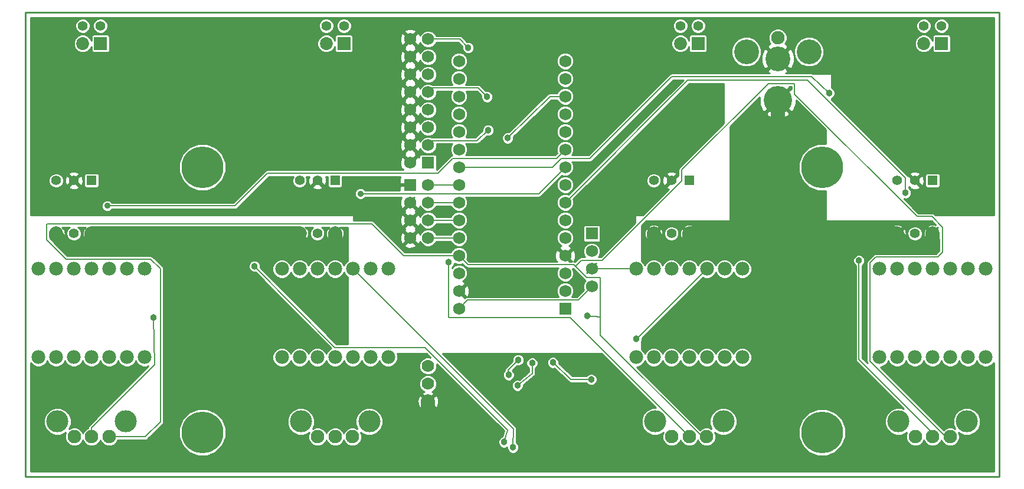
<source format=gtl>
G04 (created by PCBNEW-RS274X (2010-00-09 BZR 23xx)-stable) date Thu 04 Aug 2011 09:52:01 AM PDT*
G01*
G70*
G90*
%MOIN*%
G04 Gerber Fmt 3.4, Leading zero omitted, Abs format*
%FSLAX34Y34*%
G04 APERTURE LIST*
%ADD10C,0.006000*%
%ADD11C,0.009000*%
%ADD12C,0.076000*%
%ADD13C,0.125000*%
%ADD14R,0.069000X0.069000*%
%ADD15C,0.069000*%
%ADD16C,0.070000*%
%ADD17C,0.236000*%
%ADD18C,0.140000*%
%ADD19C,0.160000*%
%ADD20R,0.055000X0.055000*%
%ADD21C,0.055000*%
%ADD22C,0.078000*%
%ADD23C,0.073000*%
%ADD24R,0.073000X0.073000*%
%ADD25C,0.056000*%
%ADD26C,0.038000*%
%ADD27C,0.036000*%
%ADD28C,0.008000*%
%ADD29C,0.080000*%
%ADD30C,0.010000*%
G04 APERTURE END LIST*
G54D10*
G54D11*
X30500Y-55750D02*
X30500Y-29500D01*
X85500Y-55750D02*
X30500Y-55750D01*
X85500Y-29500D02*
X85500Y-55750D01*
X30500Y-29500D02*
X85500Y-29500D01*
G54D12*
X33266Y-53500D03*
X34250Y-53500D03*
X35234Y-53500D03*
G54D13*
X32320Y-52634D03*
X36180Y-52634D03*
G54D12*
X80766Y-53500D03*
X81750Y-53500D03*
X82734Y-53500D03*
G54D13*
X79820Y-52634D03*
X83680Y-52634D03*
G54D12*
X67016Y-53500D03*
X68000Y-53500D03*
X68984Y-53500D03*
G54D13*
X66070Y-52634D03*
X69930Y-52634D03*
G54D12*
X47016Y-53500D03*
X48000Y-53500D03*
X48984Y-53500D03*
G54D13*
X46070Y-52634D03*
X49930Y-52634D03*
G54D14*
X61000Y-46250D03*
G54D15*
X61000Y-45250D03*
X61000Y-44250D03*
X61000Y-43250D03*
X61000Y-42250D03*
X61000Y-41250D03*
X61000Y-40250D03*
X61000Y-39250D03*
X61000Y-38250D03*
X61000Y-37250D03*
X61000Y-36250D03*
X61000Y-35250D03*
X61000Y-34250D03*
X61000Y-33250D03*
X61000Y-32250D03*
X55000Y-32250D03*
X55000Y-33250D03*
X55000Y-34250D03*
X55000Y-35250D03*
X55000Y-36250D03*
X55000Y-37250D03*
X55000Y-38250D03*
X55000Y-39250D03*
X55000Y-40250D03*
X55000Y-41250D03*
X55000Y-42250D03*
X55000Y-43250D03*
X55000Y-44250D03*
X55000Y-45250D03*
X55000Y-46250D03*
G54D16*
X53250Y-51500D03*
X53250Y-50500D03*
X53250Y-49500D03*
G54D14*
X62500Y-42000D03*
G54D15*
X62500Y-43000D03*
X62500Y-44000D03*
X62500Y-45000D03*
G54D17*
X75500Y-38250D03*
X40500Y-53250D03*
X75500Y-53250D03*
X40500Y-38250D03*
G54D14*
X52250Y-39250D03*
G54D15*
X53250Y-39250D03*
X52250Y-40250D03*
X53250Y-40250D03*
X52250Y-41250D03*
X53250Y-41250D03*
X52250Y-42250D03*
X53250Y-42250D03*
G54D12*
X73000Y-30930D03*
G54D18*
X73000Y-32110D03*
G54D19*
X73000Y-34470D03*
G54D18*
X71230Y-31720D03*
X74770Y-31720D03*
G54D20*
X81750Y-39000D03*
G54D21*
X80750Y-39000D03*
X79750Y-39000D03*
X79750Y-42000D03*
X80750Y-42000D03*
X81750Y-42000D03*
G54D20*
X68000Y-39000D03*
G54D21*
X67000Y-39000D03*
X66000Y-39000D03*
X66000Y-42000D03*
X67000Y-42000D03*
X68000Y-42000D03*
G54D20*
X48000Y-39000D03*
G54D21*
X47000Y-39000D03*
X46000Y-39000D03*
X46000Y-42000D03*
X47000Y-42000D03*
X48000Y-42000D03*
G54D20*
X34250Y-39000D03*
G54D21*
X33250Y-39000D03*
X32250Y-39000D03*
X32250Y-42000D03*
X33250Y-42000D03*
X34250Y-42000D03*
G54D15*
X53250Y-37000D03*
X52250Y-37000D03*
X53250Y-36000D03*
X52250Y-36000D03*
X53250Y-35000D03*
X52250Y-35000D03*
X53250Y-34000D03*
X52250Y-34000D03*
X53250Y-33000D03*
X52250Y-33000D03*
X53250Y-32000D03*
X52250Y-32000D03*
G54D14*
X53250Y-38000D03*
G54D15*
X52250Y-38000D03*
X53250Y-31000D03*
X52250Y-31000D03*
G54D22*
X48000Y-44000D03*
X49000Y-44000D03*
X50000Y-44000D03*
X51000Y-44000D03*
X47000Y-44000D03*
X45000Y-44000D03*
X46000Y-44000D03*
X45000Y-49000D03*
X46000Y-49000D03*
X47000Y-49000D03*
X48000Y-49000D03*
X49000Y-49000D03*
X50000Y-49000D03*
X51000Y-49000D03*
X68000Y-44000D03*
X69000Y-44000D03*
X70000Y-44000D03*
X71000Y-44000D03*
X67000Y-44000D03*
X65000Y-44000D03*
X66000Y-44000D03*
X65000Y-49000D03*
X66000Y-49000D03*
X67000Y-49000D03*
X68000Y-49000D03*
X69000Y-49000D03*
X70000Y-49000D03*
X71000Y-49000D03*
X81750Y-44000D03*
X82750Y-44000D03*
X83750Y-44000D03*
X84750Y-44000D03*
X80750Y-44000D03*
X78750Y-44000D03*
X79750Y-44000D03*
X78750Y-49000D03*
X79750Y-49000D03*
X80750Y-49000D03*
X81750Y-49000D03*
X82750Y-49000D03*
X83750Y-49000D03*
X84750Y-49000D03*
X34250Y-44000D03*
X35250Y-44000D03*
X36250Y-44000D03*
X37250Y-44000D03*
X33250Y-44000D03*
X31250Y-44000D03*
X32250Y-44000D03*
X31250Y-49000D03*
X32250Y-49000D03*
X33250Y-49000D03*
X34250Y-49000D03*
X35250Y-49000D03*
X36250Y-49000D03*
X37250Y-49000D03*
G54D23*
X33750Y-31250D03*
G54D24*
X34750Y-31250D03*
G54D25*
X34750Y-30250D03*
X33750Y-30250D03*
G54D23*
X67500Y-31250D03*
G54D24*
X68500Y-31250D03*
G54D25*
X68500Y-30250D03*
X67500Y-30250D03*
G54D23*
X47500Y-31250D03*
G54D24*
X48500Y-31250D03*
G54D25*
X48500Y-30250D03*
X47500Y-30250D03*
G54D23*
X81250Y-31250D03*
G54D24*
X82250Y-31250D03*
G54D25*
X82250Y-30250D03*
X81250Y-30250D03*
G54D26*
X62250Y-46650D03*
X43450Y-43850D03*
X57550Y-53800D03*
X58050Y-54100D03*
X65009Y-47949D03*
X57750Y-36600D03*
X80213Y-39700D03*
X60300Y-49300D03*
X62464Y-50261D03*
X37750Y-46750D03*
X54410Y-43620D03*
X75900Y-34050D03*
X77588Y-43530D03*
G54D27*
X35130Y-40437D03*
X49435Y-39749D03*
G54D26*
X56650Y-36150D03*
X55521Y-31486D03*
X56586Y-34265D03*
X58344Y-49149D03*
X57800Y-50000D03*
X59130Y-49331D03*
X58300Y-50600D03*
X58593Y-32655D03*
G54D28*
X51861Y-43250D02*
X55000Y-43250D01*
X50061Y-41450D02*
X51861Y-43250D01*
X31729Y-41450D02*
X50061Y-41450D01*
X31707Y-41472D02*
X31729Y-41450D01*
X31707Y-42358D02*
X31707Y-41472D01*
X32802Y-43453D02*
X31707Y-42358D01*
X37585Y-43453D02*
X32802Y-43453D01*
X38128Y-43996D02*
X37585Y-43453D01*
X38128Y-52661D02*
X38128Y-43996D01*
X37289Y-53500D02*
X38128Y-52661D01*
X35234Y-53500D02*
X37289Y-53500D01*
X62250Y-46650D02*
X62990Y-46716D01*
X68742Y-53500D02*
X68984Y-53500D01*
X62990Y-47748D02*
X68742Y-53500D01*
X62990Y-46716D02*
X62990Y-47748D01*
X61471Y-43761D02*
X61564Y-43854D01*
X55511Y-43761D02*
X61471Y-43761D01*
X55000Y-43250D02*
X55511Y-43761D01*
X62990Y-44522D02*
X62990Y-46716D01*
X62968Y-44500D02*
X62990Y-44522D01*
X62210Y-44500D02*
X62968Y-44500D01*
X61564Y-43854D02*
X62210Y-44500D01*
X82492Y-53500D02*
X82734Y-53500D01*
X78216Y-49224D02*
X82492Y-53500D01*
X78216Y-43652D02*
X78216Y-49224D01*
X78540Y-43328D02*
X78216Y-43652D01*
X82030Y-43328D02*
X78540Y-43328D01*
X82314Y-43044D02*
X82030Y-43328D01*
X82314Y-41645D02*
X82314Y-43044D01*
X81704Y-41035D02*
X82314Y-41645D01*
X80868Y-41035D02*
X81704Y-41035D01*
X73951Y-34118D02*
X80868Y-41035D01*
X73951Y-33532D02*
X73951Y-34118D01*
X73929Y-33510D02*
X73951Y-33532D01*
X72468Y-33510D02*
X73929Y-33510D01*
X67582Y-38396D02*
X72468Y-33510D01*
X67582Y-39013D02*
X67582Y-38396D01*
X63088Y-43507D02*
X67582Y-39013D01*
X61911Y-43507D02*
X63088Y-43507D01*
X61564Y-43854D02*
X61911Y-43507D01*
X53250Y-39250D02*
X55000Y-39250D01*
X53250Y-40250D02*
X55000Y-40250D01*
X53250Y-41250D02*
X55000Y-41250D01*
X53250Y-42250D02*
X55000Y-42250D01*
X57742Y-53109D02*
X57550Y-53800D01*
X53075Y-48442D02*
X57742Y-53109D01*
X47990Y-48442D02*
X53075Y-48442D01*
X43450Y-43850D02*
X47990Y-48442D01*
X58066Y-53066D02*
X58050Y-54100D01*
X49000Y-44000D02*
X58066Y-53066D01*
X65051Y-47949D02*
X65009Y-47949D01*
X69000Y-44000D02*
X65051Y-47949D01*
X60128Y-34250D02*
X61000Y-34250D01*
X57750Y-36600D02*
X60128Y-34250D01*
X80213Y-38869D02*
X80213Y-39700D01*
X74671Y-33327D02*
X80213Y-38869D01*
X67923Y-33327D02*
X74671Y-33327D01*
X61000Y-40250D02*
X67923Y-33327D01*
X61326Y-50261D02*
X62464Y-50261D01*
X60300Y-49300D02*
X61326Y-50261D01*
X34250Y-52973D02*
X34250Y-53500D01*
X37805Y-49418D02*
X34250Y-52973D01*
X37750Y-46750D02*
X37805Y-49418D01*
X68000Y-53476D02*
X68000Y-53500D01*
X61272Y-46748D02*
X68000Y-53476D01*
X54432Y-46748D02*
X61272Y-46748D01*
X54410Y-46726D02*
X54432Y-46748D01*
X54410Y-43620D02*
X54410Y-46726D01*
X74922Y-33121D02*
X75900Y-34050D01*
X67023Y-33121D02*
X74922Y-33121D01*
X62394Y-37750D02*
X67023Y-33121D01*
X60761Y-37750D02*
X62394Y-37750D01*
X60261Y-38250D02*
X60761Y-37750D01*
X55000Y-38250D02*
X60261Y-38250D01*
X81750Y-53287D02*
X81750Y-53500D01*
X77588Y-49125D02*
X81750Y-53287D01*
X77588Y-43530D02*
X77588Y-49125D01*
X60500Y-37750D02*
X61000Y-37250D01*
X54638Y-37750D02*
X60500Y-37750D01*
X53807Y-38581D02*
X54638Y-37750D01*
X44193Y-38581D02*
X53807Y-38581D01*
X42337Y-40437D02*
X44193Y-38581D01*
X35130Y-40437D02*
X42337Y-40437D01*
X59501Y-39749D02*
X49435Y-39749D01*
X61000Y-38250D02*
X59501Y-39749D01*
X56000Y-36739D02*
X56650Y-36150D01*
X53511Y-36739D02*
X56000Y-36739D01*
X53250Y-37000D02*
X53511Y-36739D01*
X55035Y-31000D02*
X55521Y-31486D01*
X53250Y-31000D02*
X55035Y-31000D01*
X56082Y-33761D02*
X56586Y-34265D01*
X53489Y-33761D02*
X56082Y-33761D01*
X53250Y-34000D02*
X53489Y-33761D01*
X57770Y-49723D02*
X57800Y-50000D01*
X58344Y-49149D02*
X57770Y-49723D01*
X59130Y-49912D02*
X58300Y-50600D01*
X59130Y-49331D02*
X59130Y-49912D01*
X51593Y-39419D02*
X51762Y-39250D01*
X47419Y-39419D02*
X51593Y-39419D01*
X47000Y-39000D02*
X47419Y-39419D01*
X52250Y-39250D02*
X51762Y-39250D01*
X52750Y-32500D02*
X52250Y-32000D01*
X52250Y-33000D02*
X52750Y-32500D01*
X58498Y-32750D02*
X58593Y-32655D01*
X53750Y-32750D02*
X58498Y-32750D01*
X53500Y-32500D02*
X53750Y-32750D01*
X52750Y-32500D02*
X53500Y-32500D01*
X62500Y-44000D02*
X65000Y-44000D01*
G54D29*
X53250Y-51500D02*
X53250Y-55000D01*
X73000Y-34470D02*
X73000Y-42000D01*
X70000Y-55000D02*
X53250Y-55000D01*
X73000Y-52000D02*
X70000Y-55000D01*
X73000Y-42000D02*
X73000Y-52000D01*
X42750Y-51500D02*
X42750Y-42250D01*
X46250Y-55000D02*
X42750Y-51500D01*
X53250Y-55000D02*
X46250Y-55000D01*
X68000Y-42000D02*
X73000Y-42000D01*
X73000Y-42000D02*
X79750Y-42000D01*
X45280Y-42000D02*
X46000Y-42000D01*
X48000Y-42688D02*
X48000Y-42000D01*
X47779Y-42909D02*
X48000Y-42688D01*
X46189Y-42909D02*
X47779Y-42909D01*
X45280Y-42000D02*
X46189Y-42909D01*
X34250Y-42688D02*
X34250Y-42000D01*
X34029Y-42909D02*
X34250Y-42688D01*
X33028Y-42909D02*
X34029Y-42909D01*
X32250Y-42131D02*
X33028Y-42909D01*
X32250Y-42000D02*
X32250Y-42131D01*
X34250Y-42000D02*
X42500Y-42000D01*
X42500Y-42000D02*
X45280Y-42000D01*
X42500Y-42000D02*
X42750Y-42250D01*
X68000Y-42688D02*
X68000Y-42000D01*
X67779Y-42909D02*
X68000Y-42688D01*
X66778Y-42909D02*
X67779Y-42909D01*
X66000Y-42131D02*
X66778Y-42909D01*
X66000Y-42000D02*
X66000Y-42131D01*
X79751Y-42000D02*
X79750Y-42000D01*
X79751Y-42106D02*
X79751Y-42000D01*
X80424Y-42779D02*
X79751Y-42106D01*
X81746Y-42779D02*
X80424Y-42779D01*
X81750Y-42775D02*
X81746Y-42779D01*
X81750Y-42000D02*
X81750Y-42775D01*
G54D28*
X61739Y-45761D02*
X62500Y-45000D01*
X55489Y-45761D02*
X61739Y-45761D01*
X55000Y-46250D02*
X55489Y-45761D01*
G54D30*
X73639Y-33700D02*
X73761Y-33700D01*
X73619Y-33780D02*
X73761Y-33780D01*
X73539Y-33860D02*
X73681Y-33860D01*
X73459Y-33940D02*
X73601Y-33940D01*
X73379Y-34020D02*
X73521Y-34020D01*
X73299Y-34100D02*
X73441Y-34100D01*
X73219Y-34180D02*
X73361Y-34180D01*
X73139Y-34260D02*
X73281Y-34260D01*
X71905Y-34340D02*
X71970Y-34340D01*
X73059Y-34340D02*
X73201Y-34340D01*
X71825Y-34420D02*
X71971Y-34420D01*
X72979Y-34420D02*
X73121Y-34420D01*
X71745Y-34500D02*
X71971Y-34500D01*
X72899Y-34500D02*
X73101Y-34500D01*
X74029Y-34500D02*
X74065Y-34500D01*
X71665Y-34580D02*
X71972Y-34580D01*
X72819Y-34580D02*
X72961Y-34580D01*
X73039Y-34580D02*
X73181Y-34580D01*
X74030Y-34580D02*
X74145Y-34580D01*
X71585Y-34660D02*
X71972Y-34660D01*
X72739Y-34660D02*
X72881Y-34660D01*
X73119Y-34660D02*
X73261Y-34660D01*
X74030Y-34660D02*
X74225Y-34660D01*
X71505Y-34740D02*
X71996Y-34740D01*
X72659Y-34740D02*
X72801Y-34740D01*
X73199Y-34740D02*
X73341Y-34740D01*
X74000Y-34740D02*
X74305Y-34740D01*
X71425Y-34820D02*
X72029Y-34820D01*
X72579Y-34820D02*
X72721Y-34820D01*
X73279Y-34820D02*
X73421Y-34820D01*
X73967Y-34820D02*
X74385Y-34820D01*
X71345Y-34900D02*
X72062Y-34900D01*
X72499Y-34900D02*
X72641Y-34900D01*
X73359Y-34900D02*
X73501Y-34900D01*
X73935Y-34900D02*
X74465Y-34900D01*
X71265Y-34980D02*
X72095Y-34980D01*
X72419Y-34980D02*
X72561Y-34980D01*
X73439Y-34980D02*
X73581Y-34980D01*
X73903Y-34980D02*
X74545Y-34980D01*
X71185Y-35060D02*
X72146Y-35060D01*
X72339Y-35060D02*
X72481Y-35060D01*
X73519Y-35060D02*
X73661Y-35060D01*
X73853Y-35060D02*
X74625Y-35060D01*
X71105Y-35140D02*
X72401Y-35140D01*
X73599Y-35140D02*
X74705Y-35140D01*
X71025Y-35220D02*
X72348Y-35220D01*
X73651Y-35220D02*
X74785Y-35220D01*
X70945Y-35300D02*
X72395Y-35300D01*
X73604Y-35300D02*
X74865Y-35300D01*
X70865Y-35380D02*
X72505Y-35380D01*
X73496Y-35380D02*
X74945Y-35380D01*
X70785Y-35460D02*
X72704Y-35460D01*
X73303Y-35460D02*
X75025Y-35460D01*
X70705Y-35540D02*
X75105Y-35540D01*
X70625Y-35620D02*
X75185Y-35620D01*
X70545Y-35700D02*
X75265Y-35700D01*
X70465Y-35780D02*
X75345Y-35780D01*
X70385Y-35860D02*
X75425Y-35860D01*
X70305Y-35940D02*
X75505Y-35940D01*
X70300Y-36020D02*
X75585Y-36020D01*
X70300Y-36100D02*
X75665Y-36100D01*
X70300Y-36180D02*
X75700Y-36180D01*
X70300Y-36260D02*
X75700Y-36260D01*
X70300Y-36340D02*
X75700Y-36340D01*
X70300Y-36420D02*
X75700Y-36420D01*
X70300Y-36500D02*
X75700Y-36500D01*
X70300Y-36580D02*
X75700Y-36580D01*
X70300Y-36660D02*
X75700Y-36660D01*
X70300Y-36740D02*
X75700Y-36740D01*
X70300Y-36820D02*
X75700Y-36820D01*
X70300Y-36900D02*
X75700Y-36900D01*
X70300Y-36980D02*
X75092Y-36980D01*
X70300Y-37060D02*
X74899Y-37060D01*
X70300Y-37140D02*
X74730Y-37140D01*
X70300Y-37220D02*
X74650Y-37220D01*
X70300Y-37300D02*
X74570Y-37300D01*
X70300Y-37380D02*
X74490Y-37380D01*
X70300Y-37460D02*
X74410Y-37460D01*
X70300Y-37540D02*
X74356Y-37540D01*
X70300Y-37620D02*
X74323Y-37620D01*
X70300Y-37700D02*
X74290Y-37700D01*
X70300Y-37780D02*
X74256Y-37780D01*
X70300Y-37860D02*
X74223Y-37860D01*
X70300Y-37940D02*
X74190Y-37940D01*
X70300Y-38020D02*
X74171Y-38020D01*
X70300Y-38100D02*
X74171Y-38100D01*
X70300Y-38180D02*
X74171Y-38180D01*
X70300Y-38260D02*
X74171Y-38260D01*
X70300Y-38340D02*
X74171Y-38340D01*
X70300Y-38420D02*
X74171Y-38420D01*
X70300Y-38500D02*
X74171Y-38500D01*
X70300Y-38580D02*
X74197Y-38580D01*
X70300Y-38660D02*
X74230Y-38660D01*
X70300Y-38740D02*
X74263Y-38740D01*
X70300Y-38820D02*
X74296Y-38820D01*
X70300Y-38900D02*
X74329Y-38900D01*
X70300Y-38980D02*
X74362Y-38980D01*
X70300Y-39060D02*
X74430Y-39060D01*
X70300Y-39140D02*
X74510Y-39140D01*
X70300Y-39220D02*
X74590Y-39220D01*
X70300Y-39300D02*
X74670Y-39300D01*
X70300Y-39380D02*
X74755Y-39380D01*
X70300Y-39460D02*
X74947Y-39460D01*
X70300Y-39540D02*
X75140Y-39540D01*
X70300Y-39620D02*
X75700Y-39620D01*
X70300Y-39700D02*
X75700Y-39700D01*
X70300Y-39780D02*
X75700Y-39780D01*
X70300Y-39860D02*
X75700Y-39860D01*
X70300Y-39940D02*
X75700Y-39940D01*
X70300Y-40020D02*
X75700Y-40020D01*
X70300Y-40100D02*
X75700Y-40100D01*
X70300Y-40180D02*
X75700Y-40180D01*
X70300Y-40260D02*
X75700Y-40260D01*
X70300Y-40340D02*
X75700Y-40340D01*
X70300Y-40420D02*
X75700Y-40420D01*
X70300Y-40500D02*
X75700Y-40500D01*
X70300Y-40580D02*
X75700Y-40580D01*
X70300Y-40660D02*
X75700Y-40660D01*
X70300Y-40740D02*
X75700Y-40740D01*
X70300Y-40820D02*
X75700Y-40820D01*
X70300Y-40900D02*
X75700Y-40900D01*
X70300Y-40980D02*
X75700Y-40980D01*
X70300Y-41060D02*
X75700Y-41060D01*
X70300Y-41140D02*
X75700Y-41140D01*
X70300Y-41220D02*
X75700Y-41220D01*
X65563Y-41300D02*
X81700Y-41300D01*
X65483Y-41380D02*
X81780Y-41380D01*
X65403Y-41460D02*
X81860Y-41460D01*
X65323Y-41540D02*
X65753Y-41540D01*
X66244Y-41540D02*
X67753Y-41540D01*
X68244Y-41540D02*
X79503Y-41540D01*
X79994Y-41540D02*
X81503Y-41540D01*
X65300Y-41620D02*
X65715Y-41620D01*
X66286Y-41620D02*
X66807Y-41620D01*
X67193Y-41620D02*
X67715Y-41620D01*
X68286Y-41620D02*
X79465Y-41620D01*
X80036Y-41620D02*
X80557Y-41620D01*
X80943Y-41620D02*
X81465Y-41620D01*
X32621Y-41700D02*
X32949Y-41700D01*
X33551Y-41700D02*
X33879Y-41700D01*
X34478Y-41700D02*
X34479Y-41700D01*
X34621Y-41700D02*
X45629Y-41700D01*
X46371Y-41700D02*
X46699Y-41700D01*
X47301Y-41700D02*
X47629Y-41700D01*
X48228Y-41700D02*
X48229Y-41700D01*
X48371Y-41700D02*
X48700Y-41700D01*
X65300Y-41700D02*
X65771Y-41700D01*
X66229Y-41700D02*
X66699Y-41700D01*
X67301Y-41700D02*
X67771Y-41700D01*
X68229Y-41700D02*
X79521Y-41700D01*
X79979Y-41700D02*
X80449Y-41700D01*
X81051Y-41700D02*
X81521Y-41700D01*
X81978Y-41700D02*
X81979Y-41700D01*
X32722Y-41780D02*
X32882Y-41780D01*
X33620Y-41780D02*
X33782Y-41780D01*
X34398Y-41780D02*
X34399Y-41780D01*
X34722Y-41780D02*
X45532Y-41780D01*
X46472Y-41780D02*
X46632Y-41780D01*
X47370Y-41780D02*
X47532Y-41780D01*
X48148Y-41780D02*
X48149Y-41780D01*
X48472Y-41780D02*
X48700Y-41780D01*
X65300Y-41780D02*
X65532Y-41780D01*
X65709Y-41780D02*
X65851Y-41780D01*
X66149Y-41780D02*
X66291Y-41780D01*
X66472Y-41780D02*
X66632Y-41780D01*
X67370Y-41780D02*
X67532Y-41780D01*
X67709Y-41780D02*
X67851Y-41780D01*
X68149Y-41780D02*
X68291Y-41780D01*
X68472Y-41780D02*
X79282Y-41780D01*
X79459Y-41780D02*
X79601Y-41780D01*
X79899Y-41780D02*
X80041Y-41780D01*
X80222Y-41780D02*
X80382Y-41780D01*
X81120Y-41780D02*
X81282Y-41780D01*
X81459Y-41780D02*
X81601Y-41780D01*
X81898Y-41780D02*
X81899Y-41780D01*
X32754Y-41860D02*
X32848Y-41860D01*
X33653Y-41860D02*
X33754Y-41860D01*
X34318Y-41860D02*
X34319Y-41860D01*
X34754Y-41860D02*
X45504Y-41860D01*
X46504Y-41860D02*
X46598Y-41860D01*
X47403Y-41860D02*
X47504Y-41860D01*
X48068Y-41860D02*
X48069Y-41860D01*
X48504Y-41860D02*
X48700Y-41860D01*
X65300Y-41860D02*
X65504Y-41860D01*
X65789Y-41860D02*
X65931Y-41860D01*
X66069Y-41860D02*
X66211Y-41860D01*
X66504Y-41860D02*
X66598Y-41860D01*
X67403Y-41860D02*
X67504Y-41860D01*
X67789Y-41860D02*
X67931Y-41860D01*
X68069Y-41860D02*
X68211Y-41860D01*
X68504Y-41860D02*
X79254Y-41860D01*
X79539Y-41860D02*
X79681Y-41860D01*
X79819Y-41860D02*
X79961Y-41860D01*
X80254Y-41860D02*
X80348Y-41860D01*
X81153Y-41860D02*
X81254Y-41860D01*
X81539Y-41860D02*
X81681Y-41860D01*
X81818Y-41860D02*
X81819Y-41860D01*
X32239Y-41940D02*
X32261Y-41940D01*
X32762Y-41940D02*
X32825Y-41940D01*
X33675Y-41940D02*
X33731Y-41940D01*
X34239Y-41940D02*
X34261Y-41940D01*
X34762Y-41940D02*
X45481Y-41940D01*
X45989Y-41940D02*
X46011Y-41940D01*
X46512Y-41940D02*
X46575Y-41940D01*
X47425Y-41940D02*
X47481Y-41940D01*
X47989Y-41940D02*
X48011Y-41940D01*
X48512Y-41940D02*
X48700Y-41940D01*
X65300Y-41940D02*
X65481Y-41940D01*
X65869Y-41940D02*
X66131Y-41940D01*
X66512Y-41940D02*
X66575Y-41940D01*
X67425Y-41940D02*
X67481Y-41940D01*
X67869Y-41940D02*
X68131Y-41940D01*
X68512Y-41940D02*
X79231Y-41940D01*
X79619Y-41940D02*
X79881Y-41940D01*
X80262Y-41940D02*
X80325Y-41940D01*
X81175Y-41940D02*
X81231Y-41940D01*
X81619Y-41940D02*
X81761Y-41940D01*
X32158Y-42020D02*
X32159Y-42020D01*
X32199Y-42020D02*
X32341Y-42020D01*
X32767Y-42020D02*
X32825Y-42020D01*
X33675Y-42020D02*
X33736Y-42020D01*
X34159Y-42020D02*
X34341Y-42020D01*
X34767Y-42020D02*
X45486Y-42020D01*
X45909Y-42020D02*
X46091Y-42020D01*
X46517Y-42020D02*
X46575Y-42020D01*
X47425Y-42020D02*
X47486Y-42020D01*
X47909Y-42020D02*
X48091Y-42020D01*
X48517Y-42020D02*
X48700Y-42020D01*
X65300Y-42020D02*
X65486Y-42020D01*
X65909Y-42020D02*
X66091Y-42020D01*
X66517Y-42020D02*
X66575Y-42020D01*
X67425Y-42020D02*
X67486Y-42020D01*
X67909Y-42020D02*
X68091Y-42020D01*
X68517Y-42020D02*
X79236Y-42020D01*
X79659Y-42020D02*
X79841Y-42020D01*
X80267Y-42020D02*
X80325Y-42020D01*
X81175Y-42020D02*
X81236Y-42020D01*
X81659Y-42020D02*
X81801Y-42020D01*
X32078Y-42100D02*
X32079Y-42100D01*
X32279Y-42100D02*
X32421Y-42100D01*
X32759Y-42100D02*
X32831Y-42100D01*
X33668Y-42100D02*
X33740Y-42100D01*
X34079Y-42100D02*
X34221Y-42100D01*
X34279Y-42100D02*
X34421Y-42100D01*
X34759Y-42100D02*
X45490Y-42100D01*
X45829Y-42100D02*
X45971Y-42100D01*
X46029Y-42100D02*
X46171Y-42100D01*
X46509Y-42100D02*
X46581Y-42100D01*
X47418Y-42100D02*
X47490Y-42100D01*
X47829Y-42100D02*
X47971Y-42100D01*
X48029Y-42100D02*
X48171Y-42100D01*
X48509Y-42100D02*
X48700Y-42100D01*
X65300Y-42100D02*
X65490Y-42100D01*
X65829Y-42100D02*
X65971Y-42100D01*
X66029Y-42100D02*
X66171Y-42100D01*
X66509Y-42100D02*
X66581Y-42100D01*
X67418Y-42100D02*
X67490Y-42100D01*
X67829Y-42100D02*
X67971Y-42100D01*
X68029Y-42100D02*
X68171Y-42100D01*
X68509Y-42100D02*
X79240Y-42100D01*
X79579Y-42100D02*
X79721Y-42100D01*
X79779Y-42100D02*
X79921Y-42100D01*
X80259Y-42100D02*
X80331Y-42100D01*
X81168Y-42100D02*
X81240Y-42100D01*
X81579Y-42100D02*
X81721Y-42100D01*
X31998Y-42180D02*
X31999Y-42180D01*
X32359Y-42180D02*
X32501Y-42180D01*
X32732Y-42180D02*
X32864Y-42180D01*
X33635Y-42180D02*
X33762Y-42180D01*
X33999Y-42180D02*
X34141Y-42180D01*
X34359Y-42180D02*
X34501Y-42180D01*
X34732Y-42180D02*
X45512Y-42180D01*
X45749Y-42180D02*
X45891Y-42180D01*
X46109Y-42180D02*
X46251Y-42180D01*
X46482Y-42180D02*
X46614Y-42180D01*
X47385Y-42180D02*
X47512Y-42180D01*
X47749Y-42180D02*
X47891Y-42180D01*
X48109Y-42180D02*
X48251Y-42180D01*
X48482Y-42180D02*
X48700Y-42180D01*
X65300Y-42180D02*
X65512Y-42180D01*
X65749Y-42180D02*
X65891Y-42180D01*
X66109Y-42180D02*
X66251Y-42180D01*
X66482Y-42180D02*
X66614Y-42180D01*
X67385Y-42180D02*
X67512Y-42180D01*
X67749Y-42180D02*
X67891Y-42180D01*
X68109Y-42180D02*
X68251Y-42180D01*
X68482Y-42180D02*
X79262Y-42180D01*
X79499Y-42180D02*
X79641Y-42180D01*
X79859Y-42180D02*
X80001Y-42180D01*
X80232Y-42180D02*
X80364Y-42180D01*
X81135Y-42180D02*
X81262Y-42180D01*
X81499Y-42180D02*
X81641Y-42180D01*
X31918Y-42260D02*
X31919Y-42260D01*
X32439Y-42260D02*
X32581Y-42260D01*
X32704Y-42260D02*
X32909Y-42260D01*
X33591Y-42260D02*
X33795Y-42260D01*
X33919Y-42260D02*
X34061Y-42260D01*
X34439Y-42260D02*
X34581Y-42260D01*
X34704Y-42260D02*
X45545Y-42260D01*
X45669Y-42260D02*
X45811Y-42260D01*
X46189Y-42260D02*
X46331Y-42260D01*
X46454Y-42260D02*
X46659Y-42260D01*
X47341Y-42260D02*
X47545Y-42260D01*
X47669Y-42260D02*
X47811Y-42260D01*
X48189Y-42260D02*
X48331Y-42260D01*
X48454Y-42260D02*
X48700Y-42260D01*
X65300Y-42260D02*
X65545Y-42260D01*
X65669Y-42260D02*
X65811Y-42260D01*
X66189Y-42260D02*
X66331Y-42260D01*
X66454Y-42260D02*
X66659Y-42260D01*
X67341Y-42260D02*
X67545Y-42260D01*
X67669Y-42260D02*
X67811Y-42260D01*
X68189Y-42260D02*
X68331Y-42260D01*
X68454Y-42260D02*
X79295Y-42260D01*
X79419Y-42260D02*
X79561Y-42260D01*
X79939Y-42260D02*
X80081Y-42260D01*
X80204Y-42260D02*
X80409Y-42260D01*
X81091Y-42260D02*
X81295Y-42260D01*
X81419Y-42260D02*
X81561Y-42260D01*
X32519Y-42340D02*
X32989Y-42340D01*
X33511Y-42340D02*
X33981Y-42340D01*
X34519Y-42340D02*
X45731Y-42340D01*
X46269Y-42340D02*
X46739Y-42340D01*
X47261Y-42340D02*
X47731Y-42340D01*
X48269Y-42340D02*
X48700Y-42340D01*
X65300Y-42340D02*
X65731Y-42340D01*
X66269Y-42340D02*
X66739Y-42340D01*
X67261Y-42340D02*
X67731Y-42340D01*
X68269Y-42340D02*
X79481Y-42340D01*
X80019Y-42340D02*
X80489Y-42340D01*
X81011Y-42340D02*
X81481Y-42340D01*
X82095Y-42340D02*
X82124Y-42340D01*
X32525Y-42420D02*
X33153Y-42420D01*
X33346Y-42420D02*
X33974Y-42420D01*
X34525Y-42420D02*
X45724Y-42420D01*
X46275Y-42420D02*
X46903Y-42420D01*
X47096Y-42420D02*
X47724Y-42420D01*
X48275Y-42420D02*
X48700Y-42420D01*
X65300Y-42420D02*
X65724Y-42420D01*
X66275Y-42420D02*
X66903Y-42420D01*
X67096Y-42420D02*
X67724Y-42420D01*
X68275Y-42420D02*
X79474Y-42420D01*
X80025Y-42420D02*
X80653Y-42420D01*
X80846Y-42420D02*
X81474Y-42420D01*
X82025Y-42420D02*
X82124Y-42420D01*
X32118Y-42500D02*
X32120Y-42500D01*
X32399Y-42500D02*
X34121Y-42500D01*
X34399Y-42500D02*
X45871Y-42500D01*
X46149Y-42500D02*
X47871Y-42500D01*
X48149Y-42500D02*
X48700Y-42500D01*
X65300Y-42500D02*
X65871Y-42500D01*
X66149Y-42500D02*
X67871Y-42500D01*
X68149Y-42500D02*
X79621Y-42500D01*
X79899Y-42500D02*
X81621Y-42500D01*
X81899Y-42500D02*
X82124Y-42500D01*
X32198Y-42580D02*
X48700Y-42580D01*
X65300Y-42580D02*
X82124Y-42580D01*
X32278Y-42660D02*
X48700Y-42660D01*
X65300Y-42660D02*
X82124Y-42660D01*
X32358Y-42740D02*
X48700Y-42740D01*
X65300Y-42740D02*
X82124Y-42740D01*
X32438Y-42820D02*
X48700Y-42820D01*
X65300Y-42820D02*
X82124Y-42820D01*
X32518Y-42900D02*
X48700Y-42900D01*
X65300Y-42900D02*
X82124Y-42900D01*
X32598Y-42980D02*
X48700Y-42980D01*
X65300Y-42980D02*
X82109Y-42980D01*
X32678Y-43060D02*
X48700Y-43060D01*
X65300Y-43060D02*
X82029Y-43060D01*
X32758Y-43140D02*
X48700Y-43140D01*
X65300Y-43140D02*
X78530Y-43140D01*
X32838Y-43220D02*
X48700Y-43220D01*
X65300Y-43220D02*
X77450Y-43220D01*
X77726Y-43220D02*
X78380Y-43220D01*
X37692Y-43300D02*
X48700Y-43300D01*
X65300Y-43300D02*
X77339Y-43300D01*
X77838Y-43300D02*
X78300Y-43300D01*
X37781Y-43380D02*
X48700Y-43380D01*
X65300Y-43380D02*
X77284Y-43380D01*
X77894Y-43380D02*
X78220Y-43380D01*
X37861Y-43460D02*
X44893Y-43460D01*
X45108Y-43460D02*
X45893Y-43460D01*
X46108Y-43460D02*
X46893Y-43460D01*
X47108Y-43460D02*
X47893Y-43460D01*
X48108Y-43460D02*
X48700Y-43460D01*
X65300Y-43460D02*
X65893Y-43460D01*
X66108Y-43460D02*
X66893Y-43460D01*
X67108Y-43460D02*
X67893Y-43460D01*
X68108Y-43460D02*
X68893Y-43460D01*
X69108Y-43460D02*
X69893Y-43460D01*
X70108Y-43460D02*
X70893Y-43460D01*
X71108Y-43460D02*
X77250Y-43460D01*
X77926Y-43460D02*
X78140Y-43460D01*
X37941Y-43540D02*
X43312Y-43540D01*
X43588Y-43540D02*
X44699Y-43540D01*
X45299Y-43540D02*
X45699Y-43540D01*
X46299Y-43540D02*
X46699Y-43540D01*
X47299Y-43540D02*
X47699Y-43540D01*
X48299Y-43540D02*
X48698Y-43540D01*
X65300Y-43540D02*
X65699Y-43540D01*
X66299Y-43540D02*
X66699Y-43540D01*
X67299Y-43540D02*
X67699Y-43540D01*
X68299Y-43540D02*
X68699Y-43540D01*
X69299Y-43540D02*
X69699Y-43540D01*
X70299Y-43540D02*
X70699Y-43540D01*
X71299Y-43540D02*
X77249Y-43540D01*
X77927Y-43540D02*
X78067Y-43540D01*
X38021Y-43620D02*
X43201Y-43620D01*
X43700Y-43620D02*
X44617Y-43620D01*
X45384Y-43620D02*
X45617Y-43620D01*
X46384Y-43620D02*
X46617Y-43620D01*
X47384Y-43620D02*
X47617Y-43620D01*
X48384Y-43620D02*
X48617Y-43620D01*
X65384Y-43620D02*
X65617Y-43620D01*
X66384Y-43620D02*
X66617Y-43620D01*
X67384Y-43620D02*
X67617Y-43620D01*
X68384Y-43620D02*
X68617Y-43620D01*
X69384Y-43620D02*
X69617Y-43620D01*
X70384Y-43620D02*
X70617Y-43620D01*
X71384Y-43620D02*
X77258Y-43620D01*
X77917Y-43620D02*
X78033Y-43620D01*
X38101Y-43700D02*
X43146Y-43700D01*
X43756Y-43700D02*
X44541Y-43700D01*
X45461Y-43700D02*
X45541Y-43700D01*
X46461Y-43700D02*
X46541Y-43700D01*
X47461Y-43700D02*
X47541Y-43700D01*
X48461Y-43700D02*
X48541Y-43700D01*
X65461Y-43700D02*
X65541Y-43700D01*
X66461Y-43700D02*
X66541Y-43700D01*
X67461Y-43700D02*
X67541Y-43700D01*
X68461Y-43700D02*
X68541Y-43700D01*
X69461Y-43700D02*
X69541Y-43700D01*
X70461Y-43700D02*
X70541Y-43700D01*
X71461Y-43700D02*
X77291Y-43700D01*
X77884Y-43700D02*
X78026Y-43700D01*
X38181Y-43780D02*
X43112Y-43780D01*
X43788Y-43780D02*
X44507Y-43780D01*
X45494Y-43780D02*
X45507Y-43780D01*
X46494Y-43780D02*
X46507Y-43780D01*
X47494Y-43780D02*
X47507Y-43780D01*
X48494Y-43780D02*
X48507Y-43780D01*
X65494Y-43780D02*
X65507Y-43780D01*
X66494Y-43780D02*
X66507Y-43780D01*
X67494Y-43780D02*
X67507Y-43780D01*
X68494Y-43780D02*
X68507Y-43780D01*
X69494Y-43780D02*
X69507Y-43780D01*
X70494Y-43780D02*
X70507Y-43780D01*
X71494Y-43780D02*
X77358Y-43780D01*
X77817Y-43780D02*
X78026Y-43780D01*
X38261Y-43860D02*
X43111Y-43860D01*
X43789Y-43860D02*
X44474Y-43860D01*
X71527Y-43860D02*
X77398Y-43860D01*
X77778Y-43860D02*
X78026Y-43860D01*
X38308Y-43940D02*
X43120Y-43940D01*
X43807Y-43940D02*
X44460Y-43940D01*
X71540Y-43940D02*
X77398Y-43940D01*
X77778Y-43940D02*
X78026Y-43940D01*
X38318Y-44020D02*
X43153Y-44020D01*
X43886Y-44020D02*
X44460Y-44020D01*
X71540Y-44020D02*
X77398Y-44020D01*
X77778Y-44020D02*
X78026Y-44020D01*
X38318Y-44100D02*
X43220Y-44100D01*
X43966Y-44100D02*
X44460Y-44100D01*
X71540Y-44100D02*
X77398Y-44100D01*
X77778Y-44100D02*
X78026Y-44100D01*
X38318Y-44180D02*
X43360Y-44180D01*
X44045Y-44180D02*
X44490Y-44180D01*
X71509Y-44180D02*
X77398Y-44180D01*
X77778Y-44180D02*
X78026Y-44180D01*
X38318Y-44260D02*
X43588Y-44260D01*
X44124Y-44260D02*
X44523Y-44260D01*
X45475Y-44260D02*
X45522Y-44260D01*
X46475Y-44260D02*
X46522Y-44260D01*
X47475Y-44260D02*
X47522Y-44260D01*
X48475Y-44260D02*
X48522Y-44260D01*
X69475Y-44260D02*
X69522Y-44260D01*
X70475Y-44260D02*
X70522Y-44260D01*
X71476Y-44260D02*
X77398Y-44260D01*
X77778Y-44260D02*
X78026Y-44260D01*
X38318Y-44340D02*
X43667Y-44340D01*
X44203Y-44340D02*
X44576Y-44340D01*
X45423Y-44340D02*
X45576Y-44340D01*
X46423Y-44340D02*
X46576Y-44340D01*
X47423Y-44340D02*
X47576Y-44340D01*
X48423Y-44340D02*
X48576Y-44340D01*
X69423Y-44340D02*
X69576Y-44340D01*
X70423Y-44340D02*
X70576Y-44340D01*
X71423Y-44340D02*
X77398Y-44340D01*
X77778Y-44340D02*
X78026Y-44340D01*
X38318Y-44420D02*
X43746Y-44420D01*
X44282Y-44420D02*
X44656Y-44420D01*
X45343Y-44420D02*
X45656Y-44420D01*
X46343Y-44420D02*
X46656Y-44420D01*
X47343Y-44420D02*
X47656Y-44420D01*
X48343Y-44420D02*
X48656Y-44420D01*
X69343Y-44420D02*
X69656Y-44420D01*
X70343Y-44420D02*
X70656Y-44420D01*
X71343Y-44420D02*
X77398Y-44420D01*
X77778Y-44420D02*
X78026Y-44420D01*
X38318Y-44500D02*
X43825Y-44500D01*
X44361Y-44500D02*
X44796Y-44500D01*
X45204Y-44500D02*
X45796Y-44500D01*
X46204Y-44500D02*
X46796Y-44500D01*
X47204Y-44500D02*
X47796Y-44500D01*
X48204Y-44500D02*
X48700Y-44500D01*
X68768Y-44500D02*
X68798Y-44500D01*
X69204Y-44500D02*
X69796Y-44500D01*
X70204Y-44500D02*
X70796Y-44500D01*
X71204Y-44500D02*
X77398Y-44500D01*
X77778Y-44500D02*
X78026Y-44500D01*
X38318Y-44580D02*
X43904Y-44580D01*
X44440Y-44580D02*
X48700Y-44580D01*
X68688Y-44580D02*
X77398Y-44580D01*
X77778Y-44580D02*
X78026Y-44580D01*
X38318Y-44660D02*
X43984Y-44660D01*
X44520Y-44660D02*
X48700Y-44660D01*
X68608Y-44660D02*
X77398Y-44660D01*
X77778Y-44660D02*
X78026Y-44660D01*
X38318Y-44740D02*
X44063Y-44740D01*
X44599Y-44740D02*
X48700Y-44740D01*
X68528Y-44740D02*
X77398Y-44740D01*
X77778Y-44740D02*
X78026Y-44740D01*
X38318Y-44820D02*
X44142Y-44820D01*
X44678Y-44820D02*
X48700Y-44820D01*
X68448Y-44820D02*
X77398Y-44820D01*
X77778Y-44820D02*
X78026Y-44820D01*
X38318Y-44900D02*
X44221Y-44900D01*
X44757Y-44900D02*
X48700Y-44900D01*
X68368Y-44900D02*
X77398Y-44900D01*
X77778Y-44900D02*
X78026Y-44900D01*
X38318Y-44980D02*
X44300Y-44980D01*
X44836Y-44980D02*
X48700Y-44980D01*
X68288Y-44980D02*
X77398Y-44980D01*
X77778Y-44980D02*
X78026Y-44980D01*
X38318Y-45060D02*
X44379Y-45060D01*
X44915Y-45060D02*
X48700Y-45060D01*
X68208Y-45060D02*
X77398Y-45060D01*
X77778Y-45060D02*
X78026Y-45060D01*
X38318Y-45140D02*
X44459Y-45140D01*
X44995Y-45140D02*
X48700Y-45140D01*
X68128Y-45140D02*
X77398Y-45140D01*
X77778Y-45140D02*
X78026Y-45140D01*
X38318Y-45220D02*
X44538Y-45220D01*
X45074Y-45220D02*
X48700Y-45220D01*
X68048Y-45220D02*
X77398Y-45220D01*
X77778Y-45220D02*
X78026Y-45220D01*
X38318Y-45300D02*
X44617Y-45300D01*
X45153Y-45300D02*
X48700Y-45300D01*
X67968Y-45300D02*
X77398Y-45300D01*
X77778Y-45300D02*
X78026Y-45300D01*
X38318Y-45380D02*
X44696Y-45380D01*
X45232Y-45380D02*
X48700Y-45380D01*
X67888Y-45380D02*
X77398Y-45380D01*
X77778Y-45380D02*
X78026Y-45380D01*
X38318Y-45460D02*
X44775Y-45460D01*
X45311Y-45460D02*
X48700Y-45460D01*
X67808Y-45460D02*
X77398Y-45460D01*
X77778Y-45460D02*
X78026Y-45460D01*
X38318Y-45540D02*
X44854Y-45540D01*
X45390Y-45540D02*
X48700Y-45540D01*
X67728Y-45540D02*
X77398Y-45540D01*
X77778Y-45540D02*
X78026Y-45540D01*
X38318Y-45620D02*
X44934Y-45620D01*
X45469Y-45620D02*
X48700Y-45620D01*
X67648Y-45620D02*
X77398Y-45620D01*
X77778Y-45620D02*
X78026Y-45620D01*
X38318Y-45700D02*
X45013Y-45700D01*
X45549Y-45700D02*
X48700Y-45700D01*
X67568Y-45700D02*
X77398Y-45700D01*
X77778Y-45700D02*
X78026Y-45700D01*
X38318Y-45780D02*
X45092Y-45780D01*
X45628Y-45780D02*
X48700Y-45780D01*
X67488Y-45780D02*
X77398Y-45780D01*
X77778Y-45780D02*
X78026Y-45780D01*
X38318Y-45860D02*
X45171Y-45860D01*
X45707Y-45860D02*
X48700Y-45860D01*
X67408Y-45860D02*
X77398Y-45860D01*
X77778Y-45860D02*
X78026Y-45860D01*
X38318Y-45940D02*
X45250Y-45940D01*
X45786Y-45940D02*
X48700Y-45940D01*
X67328Y-45940D02*
X77398Y-45940D01*
X77778Y-45940D02*
X78026Y-45940D01*
X38318Y-46020D02*
X45329Y-46020D01*
X45865Y-46020D02*
X48700Y-46020D01*
X67248Y-46020D02*
X77398Y-46020D01*
X77778Y-46020D02*
X78026Y-46020D01*
X38318Y-46100D02*
X45409Y-46100D01*
X45944Y-46100D02*
X48700Y-46100D01*
X67168Y-46100D02*
X77398Y-46100D01*
X77778Y-46100D02*
X78026Y-46100D01*
X38318Y-46180D02*
X45488Y-46180D01*
X46024Y-46180D02*
X48700Y-46180D01*
X67088Y-46180D02*
X77398Y-46180D01*
X77778Y-46180D02*
X78026Y-46180D01*
X38318Y-46260D02*
X45567Y-46260D01*
X46103Y-46260D02*
X48700Y-46260D01*
X67008Y-46260D02*
X77398Y-46260D01*
X77778Y-46260D02*
X78026Y-46260D01*
X38318Y-46340D02*
X45646Y-46340D01*
X46182Y-46340D02*
X48700Y-46340D01*
X66928Y-46340D02*
X77398Y-46340D01*
X77778Y-46340D02*
X78026Y-46340D01*
X38318Y-46420D02*
X45725Y-46420D01*
X46261Y-46420D02*
X48700Y-46420D01*
X66848Y-46420D02*
X77398Y-46420D01*
X77778Y-46420D02*
X78026Y-46420D01*
X38318Y-46500D02*
X45804Y-46500D01*
X46340Y-46500D02*
X48700Y-46500D01*
X66768Y-46500D02*
X77398Y-46500D01*
X77778Y-46500D02*
X78026Y-46500D01*
X38318Y-46580D02*
X45884Y-46580D01*
X46419Y-46580D02*
X48700Y-46580D01*
X66688Y-46580D02*
X77398Y-46580D01*
X77778Y-46580D02*
X78026Y-46580D01*
X38318Y-46660D02*
X45963Y-46660D01*
X46498Y-46660D02*
X48700Y-46660D01*
X66608Y-46660D02*
X77398Y-46660D01*
X77778Y-46660D02*
X78026Y-46660D01*
X38318Y-46740D02*
X46042Y-46740D01*
X46578Y-46740D02*
X48700Y-46740D01*
X66528Y-46740D02*
X77398Y-46740D01*
X77778Y-46740D02*
X78026Y-46740D01*
X38318Y-46820D02*
X46121Y-46820D01*
X46657Y-46820D02*
X48700Y-46820D01*
X66448Y-46820D02*
X77398Y-46820D01*
X77778Y-46820D02*
X78026Y-46820D01*
X38318Y-46900D02*
X46200Y-46900D01*
X46736Y-46900D02*
X48700Y-46900D01*
X66368Y-46900D02*
X77398Y-46900D01*
X77778Y-46900D02*
X78026Y-46900D01*
X38318Y-46980D02*
X46279Y-46980D01*
X46815Y-46980D02*
X48700Y-46980D01*
X66288Y-46980D02*
X77398Y-46980D01*
X77778Y-46980D02*
X78026Y-46980D01*
X38318Y-47060D02*
X46359Y-47060D01*
X46894Y-47060D02*
X48700Y-47060D01*
X66208Y-47060D02*
X77398Y-47060D01*
X77778Y-47060D02*
X78026Y-47060D01*
X38318Y-47140D02*
X46438Y-47140D01*
X46973Y-47140D02*
X48700Y-47140D01*
X66128Y-47140D02*
X77398Y-47140D01*
X77778Y-47140D02*
X78026Y-47140D01*
X38318Y-47220D02*
X46517Y-47220D01*
X47052Y-47220D02*
X48700Y-47220D01*
X66048Y-47220D02*
X77398Y-47220D01*
X77778Y-47220D02*
X78026Y-47220D01*
X38318Y-47300D02*
X46596Y-47300D01*
X47132Y-47300D02*
X48700Y-47300D01*
X65968Y-47300D02*
X77398Y-47300D01*
X77778Y-47300D02*
X78026Y-47300D01*
X38318Y-47380D02*
X46675Y-47380D01*
X47211Y-47380D02*
X48700Y-47380D01*
X65888Y-47380D02*
X77398Y-47380D01*
X77778Y-47380D02*
X78026Y-47380D01*
X38318Y-47460D02*
X46754Y-47460D01*
X47290Y-47460D02*
X48700Y-47460D01*
X65808Y-47460D02*
X77398Y-47460D01*
X77778Y-47460D02*
X78026Y-47460D01*
X38318Y-47540D02*
X46834Y-47540D01*
X47369Y-47540D02*
X48700Y-47540D01*
X65728Y-47540D02*
X77398Y-47540D01*
X77778Y-47540D02*
X78026Y-47540D01*
X38318Y-47620D02*
X46913Y-47620D01*
X47448Y-47620D02*
X48700Y-47620D01*
X65648Y-47620D02*
X77398Y-47620D01*
X77778Y-47620D02*
X78026Y-47620D01*
X38318Y-47700D02*
X46992Y-47700D01*
X47527Y-47700D02*
X48700Y-47700D01*
X65568Y-47700D02*
X77398Y-47700D01*
X77778Y-47700D02*
X78026Y-47700D01*
X38318Y-47780D02*
X47071Y-47780D01*
X47607Y-47780D02*
X48700Y-47780D01*
X65488Y-47780D02*
X77398Y-47780D01*
X77778Y-47780D02*
X78026Y-47780D01*
X38318Y-47860D02*
X47150Y-47860D01*
X47686Y-47860D02*
X48700Y-47860D01*
X65408Y-47860D02*
X77398Y-47860D01*
X77778Y-47860D02*
X78026Y-47860D01*
X38318Y-47940D02*
X47229Y-47940D01*
X47765Y-47940D02*
X48700Y-47940D01*
X65348Y-47940D02*
X77398Y-47940D01*
X77778Y-47940D02*
X78026Y-47940D01*
X38318Y-48020D02*
X47309Y-48020D01*
X47844Y-48020D02*
X48700Y-48020D01*
X65346Y-48020D02*
X77398Y-48020D01*
X77778Y-48020D02*
X78026Y-48020D01*
X38318Y-48100D02*
X47388Y-48100D01*
X47923Y-48100D02*
X48700Y-48100D01*
X65313Y-48100D02*
X77398Y-48100D01*
X77778Y-48100D02*
X78026Y-48100D01*
X38318Y-48180D02*
X47467Y-48180D01*
X48002Y-48180D02*
X48700Y-48180D01*
X65300Y-48180D02*
X77398Y-48180D01*
X77778Y-48180D02*
X78026Y-48180D01*
X38318Y-48260D02*
X47546Y-48260D01*
X65300Y-48260D02*
X77398Y-48260D01*
X77778Y-48260D02*
X78026Y-48260D01*
X38318Y-48340D02*
X47625Y-48340D01*
X65300Y-48340D02*
X77398Y-48340D01*
X77778Y-48340D02*
X78026Y-48340D01*
X38318Y-48420D02*
X47704Y-48420D01*
X65300Y-48420D02*
X77398Y-48420D01*
X77778Y-48420D02*
X78026Y-48420D01*
X38318Y-48500D02*
X44796Y-48500D01*
X45204Y-48500D02*
X45796Y-48500D01*
X46204Y-48500D02*
X46796Y-48500D01*
X47204Y-48500D02*
X47784Y-48500D01*
X65300Y-48500D02*
X65796Y-48500D01*
X66204Y-48500D02*
X66796Y-48500D01*
X67204Y-48500D02*
X67796Y-48500D01*
X68204Y-48500D02*
X68796Y-48500D01*
X69204Y-48500D02*
X69796Y-48500D01*
X70204Y-48500D02*
X70796Y-48500D01*
X71204Y-48500D02*
X77398Y-48500D01*
X77778Y-48500D02*
X78026Y-48500D01*
X38318Y-48580D02*
X44657Y-48580D01*
X45344Y-48580D02*
X45657Y-48580D01*
X46344Y-48580D02*
X46657Y-48580D01*
X47344Y-48580D02*
X47657Y-48580D01*
X65344Y-48580D02*
X65657Y-48580D01*
X66344Y-48580D02*
X66657Y-48580D01*
X67344Y-48580D02*
X67657Y-48580D01*
X68344Y-48580D02*
X68657Y-48580D01*
X69344Y-48580D02*
X69657Y-48580D01*
X70344Y-48580D02*
X70657Y-48580D01*
X71344Y-48580D02*
X77398Y-48580D01*
X77778Y-48580D02*
X78026Y-48580D01*
X38318Y-48660D02*
X44577Y-48660D01*
X45424Y-48660D02*
X45577Y-48660D01*
X46424Y-48660D02*
X46577Y-48660D01*
X47424Y-48660D02*
X47577Y-48660D01*
X65424Y-48660D02*
X65577Y-48660D01*
X66424Y-48660D02*
X66577Y-48660D01*
X67424Y-48660D02*
X67577Y-48660D01*
X68424Y-48660D02*
X68577Y-48660D01*
X69424Y-48660D02*
X69577Y-48660D01*
X70424Y-48660D02*
X70577Y-48660D01*
X71424Y-48660D02*
X77398Y-48660D01*
X77778Y-48660D02*
X78026Y-48660D01*
X38318Y-48740D02*
X44524Y-48740D01*
X45477Y-48740D02*
X45524Y-48740D01*
X46477Y-48740D02*
X46524Y-48740D01*
X47477Y-48740D02*
X47524Y-48740D01*
X65477Y-48740D02*
X65524Y-48740D01*
X66477Y-48740D02*
X66524Y-48740D01*
X67477Y-48740D02*
X67524Y-48740D01*
X68477Y-48740D02*
X68524Y-48740D01*
X69477Y-48740D02*
X69524Y-48740D01*
X70477Y-48740D02*
X70524Y-48740D01*
X71477Y-48740D02*
X77398Y-48740D01*
X77778Y-48740D02*
X78026Y-48740D01*
X38318Y-48820D02*
X44491Y-48820D01*
X51510Y-48820D02*
X53184Y-48820D01*
X54089Y-48820D02*
X58253Y-48820D01*
X58436Y-48820D02*
X63075Y-48820D01*
X71510Y-48820D02*
X77398Y-48820D01*
X77778Y-48820D02*
X78026Y-48820D01*
X38318Y-48900D02*
X44460Y-48900D01*
X51540Y-48900D02*
X53264Y-48900D01*
X54169Y-48900D02*
X58114Y-48900D01*
X58575Y-48900D02*
X63155Y-48900D01*
X71540Y-48900D02*
X77398Y-48900D01*
X77778Y-48900D02*
X78026Y-48900D01*
X38318Y-48980D02*
X44460Y-48980D01*
X51540Y-48980D02*
X53344Y-48980D01*
X54249Y-48980D02*
X58048Y-48980D01*
X58642Y-48980D02*
X60187Y-48980D01*
X60414Y-48980D02*
X63235Y-48980D01*
X71540Y-48980D02*
X77398Y-48980D01*
X77778Y-48980D02*
X78026Y-48980D01*
X38318Y-49060D02*
X44460Y-49060D01*
X51540Y-49060D02*
X53009Y-49060D01*
X54329Y-49060D02*
X58014Y-49060D01*
X58675Y-49060D02*
X58922Y-49060D01*
X59339Y-49060D02*
X60061Y-49060D01*
X60540Y-49060D02*
X63315Y-49060D01*
X71540Y-49060D02*
X77398Y-49060D01*
X77792Y-49060D02*
X78026Y-49060D01*
X38318Y-49140D02*
X44473Y-49140D01*
X51526Y-49140D02*
X52905Y-49140D01*
X54409Y-49140D02*
X58005Y-49140D01*
X58683Y-49140D02*
X58843Y-49140D01*
X59419Y-49140D02*
X60000Y-49140D01*
X60602Y-49140D02*
X63395Y-49140D01*
X71526Y-49140D02*
X77400Y-49140D01*
X77872Y-49140D02*
X78026Y-49140D01*
X31742Y-49220D02*
X31756Y-49220D01*
X32742Y-49220D02*
X32756Y-49220D01*
X33742Y-49220D02*
X33756Y-49220D01*
X34742Y-49220D02*
X34756Y-49220D01*
X35742Y-49220D02*
X35756Y-49220D01*
X36742Y-49220D02*
X36756Y-49220D01*
X38318Y-49220D02*
X44506Y-49220D01*
X45492Y-49220D02*
X45506Y-49220D01*
X46492Y-49220D02*
X46506Y-49220D01*
X47492Y-49220D02*
X47506Y-49220D01*
X48492Y-49220D02*
X48506Y-49220D01*
X49492Y-49220D02*
X49506Y-49220D01*
X50492Y-49220D02*
X50506Y-49220D01*
X51493Y-49220D02*
X52826Y-49220D01*
X54489Y-49220D02*
X58004Y-49220D01*
X58681Y-49220D02*
X58810Y-49220D01*
X59452Y-49220D02*
X59967Y-49220D01*
X60634Y-49220D02*
X63475Y-49220D01*
X65492Y-49220D02*
X65506Y-49220D01*
X66492Y-49220D02*
X66506Y-49220D01*
X67492Y-49220D02*
X67506Y-49220D01*
X68492Y-49220D02*
X68506Y-49220D01*
X69492Y-49220D02*
X69506Y-49220D01*
X70492Y-49220D02*
X70506Y-49220D01*
X71493Y-49220D02*
X77427Y-49220D01*
X77952Y-49220D02*
X78026Y-49220D01*
X79242Y-49220D02*
X79256Y-49220D01*
X80242Y-49220D02*
X80256Y-49220D01*
X81242Y-49220D02*
X81256Y-49220D01*
X82242Y-49220D02*
X82256Y-49220D01*
X83242Y-49220D02*
X83256Y-49220D01*
X84242Y-49220D02*
X84256Y-49220D01*
X31709Y-49300D02*
X31789Y-49300D01*
X32709Y-49300D02*
X32789Y-49300D01*
X33709Y-49300D02*
X33789Y-49300D01*
X34709Y-49300D02*
X34789Y-49300D01*
X35709Y-49300D02*
X35789Y-49300D01*
X36709Y-49300D02*
X36789Y-49300D01*
X38318Y-49300D02*
X44539Y-49300D01*
X45459Y-49300D02*
X45539Y-49300D01*
X46459Y-49300D02*
X46539Y-49300D01*
X47459Y-49300D02*
X47539Y-49300D01*
X48459Y-49300D02*
X48539Y-49300D01*
X49459Y-49300D02*
X49539Y-49300D01*
X50459Y-49300D02*
X50539Y-49300D01*
X51459Y-49300D02*
X52793Y-49300D01*
X54569Y-49300D02*
X57924Y-49300D01*
X58648Y-49300D02*
X58791Y-49300D01*
X59469Y-49300D02*
X59961Y-49300D01*
X60639Y-49300D02*
X63555Y-49300D01*
X65459Y-49300D02*
X65539Y-49300D01*
X66459Y-49300D02*
X66539Y-49300D01*
X67459Y-49300D02*
X67539Y-49300D01*
X68459Y-49300D02*
X68539Y-49300D01*
X69459Y-49300D02*
X69539Y-49300D01*
X70459Y-49300D02*
X70539Y-49300D01*
X71459Y-49300D02*
X77494Y-49300D01*
X78032Y-49300D02*
X78042Y-49300D01*
X79209Y-49300D02*
X79289Y-49300D01*
X80209Y-49300D02*
X80289Y-49300D01*
X81209Y-49300D02*
X81289Y-49300D01*
X82209Y-49300D02*
X82289Y-49300D01*
X83209Y-49300D02*
X83289Y-49300D01*
X84209Y-49300D02*
X84289Y-49300D01*
X30800Y-49380D02*
X30867Y-49380D01*
X31633Y-49380D02*
X31866Y-49380D01*
X32633Y-49380D02*
X32866Y-49380D01*
X33633Y-49380D02*
X33866Y-49380D01*
X34633Y-49380D02*
X34866Y-49380D01*
X35633Y-49380D02*
X35866Y-49380D01*
X36633Y-49380D02*
X36866Y-49380D01*
X38318Y-49380D02*
X44616Y-49380D01*
X45383Y-49380D02*
X45616Y-49380D01*
X46383Y-49380D02*
X46616Y-49380D01*
X47383Y-49380D02*
X47616Y-49380D01*
X48383Y-49380D02*
X48616Y-49380D01*
X49383Y-49380D02*
X49616Y-49380D01*
X50383Y-49380D02*
X50616Y-49380D01*
X51383Y-49380D02*
X52760Y-49380D01*
X53740Y-49380D02*
X53745Y-49380D01*
X54649Y-49380D02*
X57844Y-49380D01*
X58592Y-49380D02*
X58791Y-49380D01*
X59469Y-49380D02*
X59966Y-49380D01*
X60665Y-49380D02*
X63635Y-49380D01*
X65383Y-49380D02*
X65616Y-49380D01*
X66383Y-49380D02*
X66616Y-49380D01*
X67383Y-49380D02*
X67616Y-49380D01*
X68383Y-49380D02*
X68616Y-49380D01*
X69383Y-49380D02*
X69616Y-49380D01*
X70383Y-49380D02*
X70616Y-49380D01*
X71383Y-49380D02*
X77574Y-49380D01*
X79133Y-49380D02*
X79366Y-49380D01*
X80133Y-49380D02*
X80366Y-49380D01*
X81133Y-49380D02*
X81366Y-49380D01*
X82133Y-49380D02*
X82366Y-49380D01*
X83133Y-49380D02*
X83366Y-49380D01*
X84133Y-49380D02*
X84366Y-49380D01*
X85133Y-49380D02*
X85200Y-49380D01*
X30800Y-49460D02*
X30951Y-49460D01*
X31551Y-49460D02*
X31951Y-49460D01*
X32551Y-49460D02*
X32951Y-49460D01*
X33551Y-49460D02*
X33951Y-49460D01*
X34551Y-49460D02*
X34951Y-49460D01*
X35551Y-49460D02*
X35951Y-49460D01*
X36551Y-49460D02*
X36951Y-49460D01*
X38318Y-49460D02*
X44701Y-49460D01*
X45301Y-49460D02*
X45701Y-49460D01*
X46301Y-49460D02*
X46701Y-49460D01*
X47301Y-49460D02*
X47701Y-49460D01*
X48301Y-49460D02*
X48701Y-49460D01*
X49301Y-49460D02*
X49701Y-49460D01*
X50301Y-49460D02*
X50701Y-49460D01*
X51301Y-49460D02*
X52751Y-49460D01*
X53749Y-49460D02*
X53825Y-49460D01*
X54729Y-49460D02*
X57765Y-49460D01*
X58479Y-49460D02*
X58816Y-49460D01*
X59443Y-49460D02*
X59998Y-49460D01*
X60751Y-49460D02*
X63715Y-49460D01*
X65301Y-49460D02*
X65701Y-49460D01*
X66301Y-49460D02*
X66701Y-49460D01*
X67301Y-49460D02*
X67701Y-49460D01*
X68301Y-49460D02*
X68701Y-49460D01*
X69301Y-49460D02*
X69701Y-49460D01*
X70301Y-49460D02*
X70701Y-49460D01*
X71301Y-49460D02*
X77654Y-49460D01*
X79051Y-49460D02*
X79451Y-49460D01*
X80051Y-49460D02*
X80451Y-49460D01*
X81051Y-49460D02*
X81451Y-49460D01*
X82051Y-49460D02*
X82451Y-49460D01*
X83051Y-49460D02*
X83451Y-49460D01*
X84051Y-49460D02*
X84451Y-49460D01*
X85051Y-49460D02*
X85200Y-49460D01*
X30800Y-49540D02*
X37415Y-49540D01*
X38318Y-49540D02*
X52751Y-49540D01*
X53749Y-49540D02*
X53905Y-49540D01*
X54809Y-49540D02*
X57685Y-49540D01*
X58220Y-49540D02*
X58859Y-49540D01*
X59400Y-49540D02*
X60060Y-49540D01*
X60836Y-49540D02*
X63795Y-49540D01*
X65051Y-49540D02*
X77734Y-49540D01*
X78799Y-49540D02*
X85200Y-49540D01*
X30800Y-49620D02*
X37335Y-49620D01*
X38318Y-49620D02*
X52759Y-49620D01*
X53740Y-49620D02*
X53985Y-49620D01*
X54889Y-49620D02*
X57613Y-49620D01*
X58140Y-49620D02*
X58940Y-49620D01*
X59320Y-49620D02*
X60186Y-49620D01*
X60922Y-49620D02*
X63875Y-49620D01*
X65131Y-49620D02*
X77814Y-49620D01*
X78880Y-49620D02*
X85200Y-49620D01*
X30800Y-49700D02*
X37255Y-49700D01*
X38318Y-49700D02*
X52792Y-49700D01*
X53707Y-49700D02*
X54065Y-49700D01*
X54969Y-49700D02*
X57584Y-49700D01*
X58060Y-49700D02*
X58940Y-49700D01*
X59320Y-49700D02*
X60448Y-49700D01*
X61007Y-49700D02*
X63955Y-49700D01*
X65211Y-49700D02*
X77894Y-49700D01*
X78960Y-49700D02*
X85200Y-49700D01*
X30800Y-49780D02*
X37175Y-49780D01*
X38318Y-49780D02*
X52826Y-49780D01*
X53674Y-49780D02*
X54145Y-49780D01*
X55049Y-49780D02*
X57541Y-49780D01*
X58060Y-49780D02*
X58940Y-49780D01*
X59320Y-49780D02*
X60534Y-49780D01*
X61093Y-49780D02*
X64035Y-49780D01*
X65291Y-49780D02*
X77974Y-49780D01*
X79040Y-49780D02*
X85200Y-49780D01*
X30800Y-49860D02*
X37095Y-49860D01*
X38318Y-49860D02*
X52904Y-49860D01*
X53595Y-49860D02*
X54225Y-49860D01*
X55129Y-49860D02*
X57492Y-49860D01*
X58110Y-49860D02*
X58894Y-49860D01*
X59320Y-49860D02*
X60619Y-49860D01*
X61178Y-49860D02*
X64115Y-49860D01*
X65371Y-49860D02*
X78054Y-49860D01*
X79120Y-49860D02*
X85200Y-49860D01*
X30800Y-49940D02*
X37015Y-49940D01*
X38318Y-49940D02*
X53008Y-49940D01*
X53491Y-49940D02*
X54305Y-49940D01*
X55209Y-49940D02*
X57461Y-49940D01*
X58139Y-49940D02*
X58797Y-49940D01*
X59314Y-49940D02*
X60705Y-49940D01*
X61264Y-49940D02*
X62353Y-49940D01*
X62575Y-49940D02*
X64195Y-49940D01*
X65451Y-49940D02*
X78134Y-49940D01*
X79200Y-49940D02*
X85200Y-49940D01*
X30800Y-50020D02*
X36935Y-50020D01*
X38318Y-50020D02*
X53106Y-50020D01*
X53395Y-50020D02*
X54385Y-50020D01*
X55289Y-50020D02*
X57461Y-50020D01*
X58139Y-50020D02*
X58701Y-50020D01*
X59281Y-50020D02*
X60790Y-50020D01*
X61349Y-50020D02*
X62226Y-50020D01*
X62703Y-50020D02*
X64275Y-50020D01*
X65531Y-50020D02*
X78214Y-50020D01*
X79280Y-50020D02*
X85200Y-50020D01*
X30800Y-50100D02*
X36855Y-50100D01*
X38318Y-50100D02*
X52945Y-50100D01*
X53556Y-50100D02*
X54465Y-50100D01*
X55369Y-50100D02*
X57474Y-50100D01*
X58125Y-50100D02*
X58605Y-50100D01*
X59200Y-50100D02*
X60876Y-50100D01*
X62765Y-50100D02*
X64355Y-50100D01*
X65611Y-50100D02*
X78294Y-50100D01*
X79360Y-50100D02*
X85200Y-50100D01*
X30800Y-50180D02*
X36775Y-50180D01*
X38318Y-50180D02*
X52865Y-50180D01*
X53636Y-50180D02*
X54545Y-50180D01*
X55449Y-50180D02*
X57507Y-50180D01*
X58092Y-50180D02*
X58508Y-50180D01*
X59103Y-50180D02*
X60961Y-50180D01*
X62798Y-50180D02*
X64435Y-50180D01*
X65691Y-50180D02*
X78374Y-50180D01*
X79440Y-50180D02*
X85200Y-50180D01*
X30800Y-50260D02*
X36695Y-50260D01*
X38318Y-50260D02*
X52810Y-50260D01*
X53691Y-50260D02*
X54625Y-50260D01*
X55529Y-50260D02*
X57580Y-50260D01*
X58019Y-50260D02*
X58412Y-50260D01*
X59007Y-50260D02*
X61047Y-50260D01*
X62803Y-50260D02*
X64515Y-50260D01*
X65771Y-50260D02*
X78454Y-50260D01*
X79520Y-50260D02*
X85200Y-50260D01*
X30800Y-50340D02*
X36615Y-50340D01*
X38318Y-50340D02*
X52777Y-50340D01*
X53724Y-50340D02*
X54705Y-50340D01*
X55609Y-50340D02*
X58081Y-50340D01*
X58910Y-50340D02*
X61132Y-50340D01*
X62798Y-50340D02*
X64595Y-50340D01*
X65851Y-50340D02*
X78534Y-50340D01*
X79600Y-50340D02*
X85200Y-50340D01*
X30800Y-50420D02*
X36535Y-50420D01*
X38318Y-50420D02*
X52751Y-50420D01*
X53749Y-50420D02*
X54785Y-50420D01*
X55689Y-50420D02*
X58008Y-50420D01*
X58814Y-50420D02*
X61227Y-50420D01*
X62764Y-50420D02*
X64675Y-50420D01*
X65931Y-50420D02*
X78614Y-50420D01*
X79680Y-50420D02*
X85200Y-50420D01*
X30800Y-50500D02*
X36455Y-50500D01*
X38318Y-50500D02*
X52751Y-50500D01*
X53749Y-50500D02*
X54865Y-50500D01*
X55769Y-50500D02*
X57975Y-50500D01*
X58717Y-50500D02*
X62223Y-50500D01*
X62704Y-50500D02*
X64755Y-50500D01*
X66011Y-50500D02*
X78694Y-50500D01*
X79760Y-50500D02*
X85200Y-50500D01*
X30800Y-50580D02*
X36375Y-50580D01*
X38318Y-50580D02*
X52751Y-50580D01*
X53749Y-50580D02*
X54945Y-50580D01*
X55849Y-50580D02*
X57961Y-50580D01*
X58639Y-50580D02*
X62348Y-50580D01*
X62580Y-50580D02*
X64835Y-50580D01*
X66091Y-50580D02*
X78774Y-50580D01*
X79840Y-50580D02*
X85200Y-50580D01*
X30800Y-50660D02*
X36295Y-50660D01*
X38318Y-50660D02*
X52776Y-50660D01*
X53723Y-50660D02*
X55025Y-50660D01*
X55929Y-50660D02*
X57961Y-50660D01*
X58639Y-50660D02*
X64915Y-50660D01*
X66171Y-50660D02*
X78854Y-50660D01*
X79920Y-50660D02*
X85200Y-50660D01*
X30800Y-50740D02*
X36215Y-50740D01*
X38318Y-50740D02*
X52809Y-50740D01*
X53690Y-50740D02*
X55105Y-50740D01*
X56009Y-50740D02*
X57990Y-50740D01*
X58608Y-50740D02*
X64995Y-50740D01*
X66251Y-50740D02*
X78934Y-50740D01*
X80000Y-50740D02*
X85200Y-50740D01*
X30800Y-50820D02*
X36135Y-50820D01*
X38318Y-50820D02*
X52864Y-50820D01*
X53635Y-50820D02*
X55185Y-50820D01*
X56089Y-50820D02*
X58040Y-50820D01*
X58559Y-50820D02*
X65075Y-50820D01*
X66331Y-50820D02*
X79014Y-50820D01*
X80080Y-50820D02*
X85200Y-50820D01*
X30800Y-50900D02*
X36055Y-50900D01*
X38318Y-50900D02*
X52944Y-50900D01*
X53555Y-50900D02*
X55265Y-50900D01*
X56169Y-50900D02*
X58139Y-50900D01*
X58462Y-50900D02*
X65155Y-50900D01*
X66411Y-50900D02*
X79094Y-50900D01*
X80160Y-50900D02*
X85200Y-50900D01*
X30800Y-50980D02*
X35975Y-50980D01*
X38318Y-50980D02*
X52957Y-50980D01*
X53542Y-50980D02*
X55345Y-50980D01*
X56249Y-50980D02*
X65235Y-50980D01*
X66491Y-50980D02*
X79174Y-50980D01*
X80240Y-50980D02*
X85200Y-50980D01*
X30800Y-51060D02*
X35895Y-51060D01*
X38318Y-51060D02*
X52916Y-51060D01*
X53585Y-51060D02*
X55425Y-51060D01*
X56329Y-51060D02*
X65315Y-51060D01*
X66571Y-51060D02*
X79254Y-51060D01*
X80320Y-51060D02*
X85200Y-51060D01*
X30800Y-51140D02*
X35815Y-51140D01*
X38318Y-51140D02*
X52961Y-51140D01*
X53539Y-51140D02*
X55505Y-51140D01*
X56409Y-51140D02*
X65395Y-51140D01*
X66651Y-51140D02*
X79334Y-51140D01*
X80400Y-51140D02*
X85200Y-51140D01*
X30800Y-51220D02*
X35735Y-51220D01*
X38318Y-51220D02*
X52727Y-51220D01*
X52899Y-51220D02*
X53041Y-51220D01*
X53459Y-51220D02*
X53601Y-51220D01*
X53776Y-51220D02*
X55585Y-51220D01*
X56489Y-51220D02*
X65475Y-51220D01*
X66731Y-51220D02*
X79414Y-51220D01*
X80480Y-51220D02*
X85200Y-51220D01*
X30800Y-51300D02*
X35655Y-51300D01*
X38318Y-51300D02*
X52697Y-51300D01*
X52979Y-51300D02*
X53121Y-51300D01*
X53379Y-51300D02*
X53521Y-51300D01*
X53809Y-51300D02*
X55665Y-51300D01*
X56569Y-51300D02*
X65555Y-51300D01*
X66811Y-51300D02*
X79494Y-51300D01*
X80560Y-51300D02*
X85200Y-51300D01*
X30800Y-51380D02*
X35575Y-51380D01*
X38318Y-51380D02*
X52668Y-51380D01*
X53059Y-51380D02*
X53201Y-51380D01*
X53299Y-51380D02*
X53441Y-51380D01*
X53834Y-51380D02*
X55745Y-51380D01*
X56649Y-51380D02*
X65635Y-51380D01*
X66891Y-51380D02*
X79574Y-51380D01*
X80640Y-51380D02*
X85200Y-51380D01*
X30800Y-51460D02*
X35495Y-51460D01*
X38318Y-51460D02*
X52659Y-51460D01*
X53139Y-51460D02*
X53361Y-51460D01*
X53837Y-51460D02*
X55825Y-51460D01*
X56729Y-51460D02*
X65715Y-51460D01*
X66971Y-51460D02*
X79654Y-51460D01*
X80720Y-51460D02*
X85200Y-51460D01*
X30800Y-51540D02*
X35415Y-51540D01*
X38318Y-51540D02*
X52663Y-51540D01*
X53139Y-51540D02*
X53361Y-51540D01*
X53841Y-51540D02*
X55905Y-51540D01*
X56809Y-51540D02*
X65795Y-51540D01*
X67051Y-51540D02*
X79734Y-51540D01*
X80800Y-51540D02*
X85200Y-51540D01*
X30800Y-51620D02*
X35335Y-51620D01*
X38318Y-51620D02*
X52666Y-51620D01*
X53059Y-51620D02*
X53201Y-51620D01*
X53299Y-51620D02*
X53441Y-51620D01*
X53832Y-51620D02*
X55985Y-51620D01*
X56889Y-51620D02*
X65875Y-51620D01*
X67131Y-51620D02*
X79814Y-51620D01*
X80880Y-51620D02*
X85200Y-51620D01*
X30800Y-51700D02*
X35255Y-51700D01*
X38318Y-51700D02*
X52691Y-51700D01*
X52979Y-51700D02*
X53121Y-51700D01*
X53379Y-51700D02*
X53521Y-51700D01*
X53803Y-51700D02*
X56065Y-51700D01*
X56969Y-51700D02*
X65955Y-51700D01*
X67211Y-51700D02*
X79894Y-51700D01*
X80960Y-51700D02*
X85200Y-51700D01*
X30800Y-51780D02*
X35175Y-51780D01*
X38318Y-51780D02*
X52724Y-51780D01*
X52899Y-51780D02*
X53041Y-51780D01*
X53459Y-51780D02*
X53601Y-51780D01*
X53773Y-51780D02*
X56145Y-51780D01*
X57049Y-51780D02*
X66035Y-51780D01*
X67291Y-51780D02*
X79974Y-51780D01*
X81040Y-51780D02*
X85200Y-51780D01*
X30800Y-51860D02*
X32165Y-51860D01*
X32478Y-51860D02*
X35095Y-51860D01*
X38318Y-51860D02*
X45915Y-51860D01*
X46228Y-51860D02*
X49775Y-51860D01*
X50088Y-51860D02*
X52961Y-51860D01*
X53539Y-51860D02*
X56225Y-51860D01*
X57129Y-51860D02*
X65915Y-51860D01*
X67371Y-51860D02*
X69775Y-51860D01*
X70088Y-51860D02*
X79665Y-51860D01*
X79978Y-51860D02*
X80054Y-51860D01*
X81120Y-51860D02*
X83525Y-51860D01*
X83838Y-51860D02*
X85200Y-51860D01*
X30800Y-51940D02*
X31972Y-51940D01*
X32669Y-51940D02*
X35015Y-51940D01*
X38318Y-51940D02*
X40189Y-51940D01*
X40812Y-51940D02*
X45722Y-51940D01*
X46419Y-51940D02*
X49582Y-51940D01*
X50279Y-51940D02*
X52915Y-51940D01*
X53584Y-51940D02*
X56305Y-51940D01*
X57209Y-51940D02*
X65722Y-51940D01*
X67451Y-51940D02*
X69582Y-51940D01*
X70279Y-51940D02*
X75189Y-51940D01*
X75812Y-51940D02*
X79472Y-51940D01*
X81200Y-51940D02*
X83332Y-51940D01*
X84029Y-51940D02*
X85200Y-51940D01*
X30800Y-52020D02*
X31839Y-52020D01*
X32802Y-52020D02*
X34935Y-52020D01*
X38318Y-52020D02*
X39995Y-52020D01*
X41004Y-52020D02*
X45589Y-52020D01*
X46552Y-52020D02*
X49449Y-52020D01*
X50412Y-52020D02*
X52959Y-52020D01*
X53543Y-52020D02*
X56385Y-52020D01*
X57289Y-52020D02*
X65589Y-52020D01*
X67531Y-52020D02*
X69449Y-52020D01*
X70412Y-52020D02*
X74995Y-52020D01*
X76004Y-52020D02*
X79339Y-52020D01*
X81280Y-52020D02*
X83199Y-52020D01*
X84162Y-52020D02*
X85200Y-52020D01*
X30800Y-52100D02*
X31759Y-52100D01*
X32882Y-52100D02*
X34855Y-52100D01*
X38318Y-52100D02*
X39802Y-52100D01*
X41197Y-52100D02*
X45509Y-52100D01*
X46632Y-52100D02*
X49369Y-52100D01*
X50492Y-52100D02*
X56465Y-52100D01*
X57369Y-52100D02*
X65509Y-52100D01*
X67611Y-52100D02*
X69369Y-52100D01*
X70492Y-52100D02*
X74802Y-52100D01*
X76197Y-52100D02*
X79259Y-52100D01*
X81360Y-52100D02*
X83119Y-52100D01*
X84242Y-52100D02*
X85200Y-52100D01*
X30800Y-52180D02*
X31679Y-52180D01*
X32962Y-52180D02*
X34775Y-52180D01*
X38318Y-52180D02*
X39690Y-52180D01*
X41310Y-52180D02*
X45429Y-52180D01*
X46712Y-52180D02*
X49289Y-52180D01*
X50572Y-52180D02*
X56545Y-52180D01*
X57449Y-52180D02*
X65429Y-52180D01*
X67691Y-52180D02*
X69289Y-52180D01*
X70572Y-52180D02*
X74690Y-52180D01*
X76310Y-52180D02*
X79179Y-52180D01*
X81440Y-52180D02*
X83039Y-52180D01*
X84322Y-52180D02*
X85200Y-52180D01*
X30800Y-52260D02*
X31637Y-52260D01*
X33004Y-52260D02*
X34695Y-52260D01*
X38318Y-52260D02*
X39610Y-52260D01*
X41390Y-52260D02*
X45387Y-52260D01*
X46754Y-52260D02*
X49247Y-52260D01*
X50614Y-52260D02*
X56625Y-52260D01*
X57529Y-52260D02*
X65387Y-52260D01*
X67771Y-52260D02*
X69247Y-52260D01*
X70614Y-52260D02*
X74610Y-52260D01*
X76390Y-52260D02*
X79137Y-52260D01*
X81520Y-52260D02*
X82997Y-52260D01*
X84364Y-52260D02*
X85200Y-52260D01*
X30800Y-52340D02*
X31604Y-52340D01*
X33037Y-52340D02*
X34615Y-52340D01*
X38318Y-52340D02*
X39530Y-52340D01*
X41470Y-52340D02*
X45354Y-52340D01*
X46787Y-52340D02*
X49214Y-52340D01*
X50647Y-52340D02*
X56705Y-52340D01*
X57609Y-52340D02*
X65354Y-52340D01*
X67851Y-52340D02*
X69214Y-52340D01*
X70647Y-52340D02*
X74530Y-52340D01*
X76470Y-52340D02*
X79104Y-52340D01*
X81600Y-52340D02*
X82964Y-52340D01*
X84397Y-52340D02*
X85200Y-52340D01*
X30800Y-52420D02*
X31570Y-52420D01*
X33070Y-52420D02*
X34535Y-52420D01*
X38318Y-52420D02*
X39450Y-52420D01*
X41550Y-52420D02*
X45320Y-52420D01*
X46820Y-52420D02*
X49180Y-52420D01*
X50680Y-52420D02*
X56785Y-52420D01*
X57689Y-52420D02*
X65320Y-52420D01*
X67931Y-52420D02*
X69180Y-52420D01*
X70680Y-52420D02*
X74450Y-52420D01*
X76550Y-52420D02*
X79070Y-52420D01*
X81680Y-52420D02*
X82930Y-52420D01*
X84430Y-52420D02*
X85200Y-52420D01*
X30800Y-52500D02*
X31545Y-52500D01*
X33095Y-52500D02*
X34455Y-52500D01*
X38318Y-52500D02*
X39373Y-52500D01*
X41629Y-52500D02*
X45295Y-52500D01*
X46845Y-52500D02*
X49155Y-52500D01*
X50705Y-52500D02*
X56865Y-52500D01*
X57769Y-52500D02*
X65295Y-52500D01*
X68011Y-52500D02*
X69155Y-52500D01*
X70705Y-52500D02*
X74373Y-52500D01*
X76629Y-52500D02*
X79045Y-52500D01*
X81760Y-52500D02*
X82905Y-52500D01*
X84455Y-52500D02*
X85200Y-52500D01*
X30800Y-52580D02*
X31545Y-52580D01*
X33095Y-52580D02*
X34375Y-52580D01*
X38318Y-52580D02*
X39340Y-52580D01*
X41662Y-52580D02*
X45295Y-52580D01*
X46845Y-52580D02*
X49155Y-52580D01*
X50705Y-52580D02*
X56945Y-52580D01*
X57849Y-52580D02*
X65295Y-52580D01*
X68091Y-52580D02*
X69155Y-52580D01*
X70705Y-52580D02*
X74340Y-52580D01*
X76662Y-52580D02*
X79045Y-52580D01*
X81840Y-52580D02*
X82905Y-52580D01*
X84455Y-52580D02*
X85200Y-52580D01*
X30800Y-52660D02*
X31545Y-52660D01*
X33095Y-52660D02*
X34295Y-52660D01*
X38318Y-52660D02*
X39306Y-52660D01*
X41695Y-52660D02*
X45295Y-52660D01*
X46845Y-52660D02*
X49155Y-52660D01*
X50705Y-52660D02*
X57025Y-52660D01*
X57929Y-52660D02*
X65295Y-52660D01*
X68171Y-52660D02*
X69155Y-52660D01*
X70705Y-52660D02*
X74306Y-52660D01*
X76695Y-52660D02*
X79045Y-52660D01*
X81920Y-52660D02*
X82905Y-52660D01*
X84455Y-52660D02*
X85200Y-52660D01*
X30800Y-52740D02*
X31545Y-52740D01*
X33095Y-52740D02*
X34215Y-52740D01*
X38299Y-52740D02*
X39273Y-52740D01*
X41728Y-52740D02*
X45295Y-52740D01*
X46845Y-52740D02*
X49155Y-52740D01*
X50705Y-52740D02*
X57105Y-52740D01*
X58009Y-52740D02*
X65295Y-52740D01*
X68251Y-52740D02*
X69155Y-52740D01*
X70705Y-52740D02*
X74273Y-52740D01*
X76728Y-52740D02*
X79045Y-52740D01*
X82000Y-52740D02*
X82905Y-52740D01*
X84455Y-52740D02*
X85200Y-52740D01*
X30800Y-52820D02*
X31558Y-52820D01*
X33081Y-52820D02*
X34135Y-52820D01*
X38237Y-52820D02*
X39240Y-52820D01*
X41762Y-52820D02*
X45308Y-52820D01*
X46831Y-52820D02*
X49168Y-52820D01*
X50692Y-52820D02*
X57185Y-52820D01*
X58089Y-52820D02*
X65308Y-52820D01*
X68331Y-52820D02*
X69168Y-52820D01*
X70692Y-52820D02*
X74240Y-52820D01*
X76762Y-52820D02*
X79058Y-52820D01*
X82080Y-52820D02*
X82918Y-52820D01*
X84442Y-52820D02*
X85200Y-52820D01*
X30800Y-52900D02*
X31591Y-52900D01*
X33048Y-52900D02*
X34074Y-52900D01*
X38157Y-52900D02*
X39206Y-52900D01*
X41795Y-52900D02*
X45341Y-52900D01*
X46798Y-52900D02*
X49201Y-52900D01*
X50658Y-52900D02*
X57265Y-52900D01*
X58169Y-52900D02*
X65341Y-52900D01*
X68411Y-52900D02*
X69201Y-52900D01*
X70658Y-52900D02*
X74206Y-52900D01*
X76795Y-52900D02*
X79091Y-52900D01*
X82160Y-52900D02*
X82951Y-52900D01*
X84408Y-52900D02*
X85200Y-52900D01*
X30800Y-52980D02*
X31624Y-52980D01*
X33014Y-52980D02*
X33137Y-52980D01*
X33397Y-52980D02*
X34060Y-52980D01*
X38077Y-52980D02*
X39173Y-52980D01*
X41828Y-52980D02*
X45374Y-52980D01*
X46764Y-52980D02*
X46887Y-52980D01*
X47147Y-52980D02*
X47871Y-52980D01*
X48131Y-52980D02*
X48855Y-52980D01*
X49115Y-52980D02*
X49235Y-52980D01*
X50625Y-52980D02*
X57345Y-52980D01*
X58234Y-52980D02*
X65374Y-52980D01*
X68491Y-52980D02*
X68855Y-52980D01*
X69115Y-52980D02*
X69235Y-52980D01*
X70625Y-52980D02*
X74173Y-52980D01*
X76828Y-52980D02*
X79124Y-52980D01*
X82240Y-52980D02*
X82605Y-52980D01*
X82865Y-52980D02*
X82985Y-52980D01*
X84375Y-52980D02*
X85200Y-52980D01*
X30800Y-53060D02*
X31658Y-53060D01*
X33576Y-53060D02*
X33941Y-53060D01*
X37997Y-53060D02*
X39171Y-53060D01*
X41829Y-53060D02*
X45408Y-53060D01*
X47326Y-53060D02*
X47691Y-53060D01*
X48310Y-53060D02*
X48675Y-53060D01*
X50591Y-53060D02*
X57425Y-53060D01*
X58255Y-53060D02*
X65408Y-53060D01*
X68571Y-53060D02*
X68675Y-53060D01*
X70591Y-53060D02*
X74171Y-53060D01*
X76829Y-53060D02*
X79158Y-53060D01*
X82320Y-53060D02*
X82425Y-53060D01*
X84341Y-53060D02*
X85200Y-53060D01*
X30800Y-53140D02*
X31730Y-53140D01*
X33656Y-53140D02*
X33861Y-53140D01*
X37917Y-53140D02*
X39171Y-53140D01*
X41829Y-53140D02*
X45480Y-53140D01*
X47406Y-53140D02*
X47611Y-53140D01*
X48390Y-53140D02*
X48595Y-53140D01*
X50519Y-53140D02*
X57505Y-53140D01*
X58254Y-53140D02*
X65480Y-53140D01*
X70519Y-53140D02*
X74171Y-53140D01*
X76829Y-53140D02*
X79230Y-53140D01*
X84269Y-53140D02*
X85200Y-53140D01*
X30800Y-53220D02*
X31810Y-53220D01*
X33724Y-53220D02*
X33793Y-53220D01*
X37837Y-53220D02*
X39171Y-53220D01*
X41829Y-53220D02*
X45560Y-53220D01*
X47474Y-53220D02*
X47543Y-53220D01*
X48458Y-53220D02*
X48527Y-53220D01*
X50439Y-53220D02*
X57514Y-53220D01*
X58253Y-53220D02*
X65560Y-53220D01*
X70439Y-53220D02*
X74171Y-53220D01*
X76829Y-53220D02*
X79310Y-53220D01*
X84189Y-53220D02*
X85200Y-53220D01*
X30800Y-53300D02*
X31903Y-53300D01*
X32736Y-53300D02*
X32775Y-53300D01*
X33756Y-53300D02*
X33759Y-53300D01*
X37757Y-53300D02*
X39171Y-53300D01*
X41829Y-53300D02*
X45653Y-53300D01*
X46486Y-53300D02*
X46525Y-53300D01*
X47506Y-53300D02*
X47509Y-53300D01*
X48490Y-53300D02*
X48493Y-53300D01*
X49475Y-53300D02*
X49513Y-53300D01*
X50346Y-53300D02*
X57492Y-53300D01*
X58252Y-53300D02*
X65653Y-53300D01*
X66486Y-53300D02*
X66525Y-53300D01*
X69475Y-53300D02*
X69513Y-53300D01*
X70346Y-53300D02*
X74171Y-53300D01*
X76829Y-53300D02*
X79403Y-53300D01*
X80236Y-53300D02*
X80275Y-53300D01*
X83225Y-53300D02*
X83263Y-53300D01*
X84096Y-53300D02*
X85200Y-53300D01*
X30800Y-53380D02*
X32095Y-53380D01*
X32543Y-53380D02*
X32742Y-53380D01*
X37677Y-53380D02*
X39171Y-53380D01*
X41829Y-53380D02*
X45845Y-53380D01*
X46293Y-53380D02*
X46492Y-53380D01*
X49508Y-53380D02*
X49705Y-53380D01*
X50153Y-53380D02*
X57469Y-53380D01*
X58250Y-53380D02*
X65845Y-53380D01*
X66293Y-53380D02*
X66492Y-53380D01*
X69508Y-53380D02*
X69705Y-53380D01*
X70153Y-53380D02*
X74171Y-53380D01*
X76829Y-53380D02*
X79595Y-53380D01*
X80043Y-53380D02*
X80242Y-53380D01*
X83258Y-53380D02*
X83455Y-53380D01*
X83903Y-53380D02*
X85200Y-53380D01*
X30800Y-53460D02*
X32736Y-53460D01*
X37597Y-53460D02*
X39171Y-53460D01*
X41829Y-53460D02*
X46486Y-53460D01*
X49514Y-53460D02*
X57447Y-53460D01*
X58249Y-53460D02*
X66486Y-53460D01*
X69514Y-53460D02*
X74171Y-53460D01*
X76829Y-53460D02*
X80236Y-53460D01*
X83264Y-53460D02*
X85200Y-53460D01*
X30800Y-53540D02*
X32736Y-53540D01*
X37517Y-53540D02*
X39181Y-53540D01*
X41819Y-53540D02*
X46486Y-53540D01*
X49514Y-53540D02*
X57331Y-53540D01*
X58248Y-53540D02*
X66486Y-53540D01*
X69514Y-53540D02*
X74181Y-53540D01*
X76819Y-53540D02*
X80236Y-53540D01*
X83264Y-53540D02*
X85200Y-53540D01*
X30800Y-53620D02*
X32742Y-53620D01*
X37437Y-53620D02*
X39214Y-53620D01*
X41785Y-53620D02*
X46492Y-53620D01*
X49508Y-53620D02*
X57258Y-53620D01*
X58247Y-53620D02*
X66492Y-53620D01*
X69508Y-53620D02*
X74214Y-53620D01*
X76785Y-53620D02*
X80242Y-53620D01*
X83258Y-53620D02*
X85200Y-53620D01*
X30800Y-53700D02*
X32775Y-53700D01*
X33756Y-53700D02*
X33759Y-53700D01*
X34740Y-53700D02*
X34743Y-53700D01*
X35724Y-53700D02*
X39247Y-53700D01*
X41752Y-53700D02*
X46525Y-53700D01*
X47506Y-53700D02*
X47509Y-53700D01*
X48490Y-53700D02*
X48493Y-53700D01*
X49474Y-53700D02*
X57225Y-53700D01*
X58245Y-53700D02*
X66525Y-53700D01*
X67506Y-53700D02*
X67509Y-53700D01*
X68490Y-53700D02*
X68493Y-53700D01*
X69474Y-53700D02*
X74247Y-53700D01*
X76752Y-53700D02*
X80275Y-53700D01*
X81256Y-53700D02*
X81259Y-53700D01*
X82240Y-53700D02*
X82243Y-53700D01*
X83224Y-53700D02*
X85200Y-53700D01*
X30800Y-53780D02*
X32808Y-53780D01*
X33723Y-53780D02*
X33792Y-53780D01*
X34707Y-53780D02*
X34776Y-53780D01*
X35691Y-53780D02*
X39280Y-53780D01*
X41719Y-53780D02*
X46558Y-53780D01*
X47473Y-53780D02*
X47542Y-53780D01*
X48457Y-53780D02*
X48526Y-53780D01*
X49441Y-53780D02*
X57211Y-53780D01*
X58244Y-53780D02*
X66558Y-53780D01*
X67473Y-53780D02*
X67542Y-53780D01*
X68457Y-53780D02*
X68526Y-53780D01*
X69441Y-53780D02*
X74280Y-53780D01*
X76719Y-53780D02*
X80308Y-53780D01*
X81223Y-53780D02*
X81292Y-53780D01*
X82207Y-53780D02*
X82276Y-53780D01*
X83191Y-53780D02*
X85200Y-53780D01*
X30800Y-53860D02*
X32876Y-53860D01*
X33655Y-53860D02*
X33860Y-53860D01*
X34639Y-53860D02*
X34844Y-53860D01*
X35623Y-53860D02*
X39313Y-53860D01*
X41685Y-53860D02*
X46626Y-53860D01*
X47405Y-53860D02*
X47610Y-53860D01*
X48389Y-53860D02*
X48594Y-53860D01*
X49373Y-53860D02*
X57211Y-53860D01*
X58290Y-53860D02*
X66626Y-53860D01*
X67405Y-53860D02*
X67610Y-53860D01*
X68389Y-53860D02*
X68594Y-53860D01*
X69373Y-53860D02*
X74313Y-53860D01*
X76685Y-53860D02*
X80376Y-53860D01*
X81155Y-53860D02*
X81360Y-53860D01*
X82139Y-53860D02*
X82344Y-53860D01*
X83123Y-53860D02*
X85200Y-53860D01*
X30800Y-53940D02*
X32956Y-53940D01*
X33575Y-53940D02*
X33940Y-53940D01*
X34559Y-53940D02*
X34924Y-53940D01*
X35543Y-53940D02*
X39346Y-53940D01*
X41652Y-53940D02*
X46706Y-53940D01*
X47325Y-53940D02*
X47690Y-53940D01*
X48309Y-53940D02*
X48674Y-53940D01*
X49293Y-53940D02*
X57240Y-53940D01*
X58352Y-53940D02*
X66706Y-53940D01*
X67325Y-53940D02*
X67690Y-53940D01*
X68309Y-53940D02*
X68674Y-53940D01*
X69293Y-53940D02*
X74346Y-53940D01*
X76652Y-53940D02*
X80456Y-53940D01*
X81075Y-53940D02*
X81440Y-53940D01*
X82059Y-53940D02*
X82424Y-53940D01*
X83043Y-53940D02*
X85200Y-53940D01*
X30800Y-54020D02*
X33135Y-54020D01*
X33395Y-54020D02*
X34119Y-54020D01*
X34379Y-54020D02*
X35103Y-54020D01*
X35363Y-54020D02*
X39390Y-54020D01*
X41610Y-54020D02*
X46885Y-54020D01*
X47145Y-54020D02*
X47869Y-54020D01*
X48129Y-54020D02*
X48853Y-54020D01*
X49113Y-54020D02*
X57290Y-54020D01*
X58384Y-54020D02*
X66885Y-54020D01*
X67145Y-54020D02*
X67869Y-54020D01*
X68129Y-54020D02*
X68853Y-54020D01*
X69113Y-54020D02*
X74390Y-54020D01*
X76610Y-54020D02*
X80635Y-54020D01*
X80895Y-54020D02*
X81619Y-54020D01*
X81879Y-54020D02*
X82603Y-54020D01*
X82863Y-54020D02*
X85200Y-54020D01*
X30800Y-54100D02*
X39470Y-54100D01*
X41530Y-54100D02*
X57389Y-54100D01*
X57711Y-54100D02*
X57711Y-54100D01*
X58389Y-54100D02*
X74470Y-54100D01*
X76530Y-54100D02*
X85200Y-54100D01*
X30800Y-54180D02*
X39550Y-54180D01*
X41450Y-54180D02*
X57716Y-54180D01*
X58383Y-54180D02*
X74550Y-54180D01*
X76450Y-54180D02*
X85200Y-54180D01*
X30800Y-54260D02*
X39630Y-54260D01*
X41370Y-54260D02*
X57748Y-54260D01*
X58350Y-54260D02*
X74630Y-54260D01*
X76370Y-54260D02*
X85200Y-54260D01*
X30800Y-54340D02*
X39710Y-54340D01*
X41290Y-54340D02*
X57810Y-54340D01*
X58289Y-54340D02*
X74710Y-54340D01*
X76290Y-54340D02*
X85200Y-54340D01*
X30800Y-54420D02*
X39851Y-54420D01*
X41150Y-54420D02*
X57936Y-54420D01*
X58163Y-54420D02*
X74851Y-54420D01*
X76150Y-54420D02*
X85200Y-54420D01*
X30800Y-54500D02*
X40044Y-54500D01*
X40956Y-54500D02*
X75044Y-54500D01*
X75956Y-54500D02*
X85200Y-54500D01*
X30800Y-54580D02*
X85200Y-54580D01*
X30800Y-54660D02*
X85200Y-54660D01*
X30800Y-54740D02*
X85200Y-54740D01*
X30800Y-54820D02*
X85200Y-54820D01*
X30800Y-54900D02*
X85200Y-54900D01*
X30800Y-54980D02*
X85200Y-54980D01*
X30800Y-55060D02*
X85200Y-55060D01*
X30800Y-55140D02*
X85200Y-55140D01*
X30800Y-55220D02*
X85200Y-55220D01*
X30800Y-55300D02*
X85200Y-55300D01*
X30800Y-55380D02*
X85200Y-55380D01*
X85200Y-55450D02*
X85200Y-49313D01*
X85056Y-49458D01*
X84857Y-49540D01*
X84642Y-49540D01*
X84444Y-49457D01*
X84292Y-49306D01*
X84249Y-49203D01*
X84207Y-49306D01*
X84056Y-49458D01*
X83857Y-49540D01*
X83642Y-49540D01*
X83444Y-49457D01*
X83292Y-49306D01*
X83249Y-49203D01*
X83207Y-49306D01*
X83056Y-49458D01*
X82857Y-49540D01*
X82642Y-49540D01*
X82444Y-49457D01*
X82292Y-49306D01*
X82249Y-49203D01*
X82207Y-49306D01*
X82056Y-49458D01*
X81857Y-49540D01*
X81642Y-49540D01*
X81444Y-49457D01*
X81292Y-49306D01*
X81249Y-49203D01*
X81207Y-49306D01*
X81056Y-49458D01*
X80857Y-49540D01*
X80642Y-49540D01*
X80444Y-49457D01*
X80292Y-49306D01*
X80249Y-49203D01*
X80207Y-49306D01*
X80056Y-49458D01*
X79857Y-49540D01*
X79642Y-49540D01*
X79444Y-49457D01*
X79292Y-49306D01*
X79249Y-49203D01*
X79207Y-49306D01*
X79056Y-49458D01*
X78857Y-49540D01*
X78799Y-49540D01*
X82372Y-53112D01*
X82434Y-53051D01*
X82629Y-52970D01*
X82840Y-52970D01*
X83010Y-53040D01*
X82905Y-52787D01*
X82905Y-52479D01*
X83024Y-52194D01*
X83242Y-51977D01*
X83527Y-51859D01*
X83835Y-51859D01*
X84120Y-51978D01*
X84337Y-52196D01*
X84455Y-52481D01*
X84455Y-52789D01*
X84336Y-53074D01*
X84118Y-53291D01*
X83833Y-53409D01*
X83525Y-53409D01*
X83240Y-53290D01*
X83206Y-53256D01*
X83264Y-53395D01*
X83264Y-53606D01*
X83183Y-53801D01*
X83034Y-53949D01*
X82839Y-54030D01*
X82628Y-54030D01*
X82433Y-53949D01*
X82285Y-53800D01*
X82242Y-53696D01*
X82199Y-53801D01*
X82050Y-53949D01*
X81855Y-54030D01*
X81644Y-54030D01*
X81449Y-53949D01*
X81301Y-53800D01*
X81258Y-53696D01*
X81215Y-53801D01*
X81066Y-53949D01*
X80871Y-54030D01*
X80660Y-54030D01*
X80465Y-53949D01*
X80317Y-53800D01*
X80236Y-53605D01*
X80236Y-53394D01*
X80293Y-53255D01*
X80258Y-53291D01*
X79973Y-53409D01*
X79665Y-53409D01*
X79380Y-53290D01*
X79163Y-53072D01*
X79045Y-52787D01*
X79045Y-52479D01*
X79164Y-52194D01*
X79382Y-51977D01*
X79667Y-51859D01*
X79975Y-51859D01*
X80109Y-51915D01*
X77454Y-49259D01*
X77412Y-49198D01*
X77398Y-49125D01*
X77398Y-43817D01*
X77396Y-43817D01*
X77300Y-43722D01*
X77249Y-43597D01*
X77249Y-43462D01*
X77301Y-43338D01*
X77396Y-43242D01*
X77521Y-43191D01*
X77656Y-43191D01*
X77780Y-43243D01*
X77876Y-43338D01*
X77927Y-43463D01*
X77927Y-43598D01*
X77875Y-43722D01*
X77780Y-43818D01*
X77778Y-43818D01*
X77778Y-49046D01*
X78065Y-49334D01*
X78040Y-49297D01*
X78026Y-49224D01*
X78026Y-43652D01*
X78040Y-43579D01*
X78082Y-43518D01*
X78406Y-43194D01*
X78467Y-43152D01*
X78540Y-43138D01*
X79389Y-43138D01*
X79389Y-42290D01*
X79298Y-42267D01*
X79242Y-42130D01*
X79231Y-41926D01*
X79298Y-41733D01*
X79389Y-41710D01*
X79679Y-42000D01*
X79389Y-42290D01*
X79389Y-43138D01*
X79676Y-43138D01*
X79676Y-42519D01*
X79483Y-42452D01*
X79460Y-42361D01*
X79750Y-42071D01*
X79750Y-41929D01*
X79460Y-41639D01*
X79483Y-41548D01*
X79620Y-41492D01*
X79824Y-41481D01*
X80017Y-41548D01*
X80040Y-41639D01*
X79750Y-41929D01*
X79750Y-42071D01*
X80040Y-42361D01*
X80017Y-42452D01*
X79880Y-42508D01*
X79676Y-42519D01*
X79676Y-43138D01*
X80111Y-43138D01*
X80111Y-42290D01*
X79821Y-42000D01*
X80111Y-41710D01*
X80202Y-41733D01*
X80258Y-41870D01*
X80269Y-42074D01*
X80202Y-42267D01*
X80111Y-42290D01*
X80111Y-43138D01*
X80665Y-43138D01*
X80665Y-42425D01*
X80509Y-42360D01*
X80389Y-42240D01*
X80325Y-42084D01*
X80325Y-41915D01*
X80390Y-41759D01*
X80510Y-41639D01*
X80666Y-41575D01*
X80835Y-41575D01*
X80991Y-41640D01*
X81111Y-41760D01*
X81175Y-41916D01*
X81175Y-42085D01*
X81110Y-42241D01*
X80990Y-42361D01*
X80834Y-42425D01*
X80665Y-42425D01*
X80665Y-43138D01*
X81389Y-43138D01*
X81389Y-42290D01*
X81298Y-42267D01*
X81242Y-42130D01*
X81231Y-41926D01*
X81298Y-41733D01*
X81389Y-41710D01*
X81679Y-42000D01*
X81389Y-42290D01*
X81389Y-43138D01*
X81676Y-43138D01*
X81951Y-43138D01*
X82124Y-42965D01*
X82124Y-42311D01*
X82057Y-42378D01*
X82040Y-42361D01*
X82017Y-42452D01*
X81880Y-42508D01*
X81676Y-42519D01*
X81483Y-42452D01*
X81460Y-42361D01*
X81750Y-42071D01*
X81821Y-42000D01*
X81750Y-41929D01*
X82039Y-41639D01*
X82039Y-41639D01*
X81750Y-41929D01*
X81460Y-41639D01*
X81483Y-41548D01*
X81620Y-41492D01*
X81824Y-41481D01*
X81912Y-41511D01*
X81700Y-41300D01*
X75700Y-41300D01*
X75700Y-39579D01*
X75234Y-39579D01*
X74746Y-39376D01*
X74372Y-39002D01*
X74170Y-38513D01*
X74171Y-37984D01*
X74374Y-37496D01*
X74748Y-37122D01*
X75237Y-36920D01*
X75700Y-36920D01*
X75700Y-36135D01*
X74028Y-34463D01*
X74030Y-34666D01*
X73877Y-35046D01*
X73733Y-35132D01*
X73071Y-34470D01*
X73733Y-33808D01*
X73761Y-33824D01*
X73761Y-33700D01*
X73639Y-33700D01*
X73662Y-33737D01*
X73000Y-34399D01*
X72929Y-34470D01*
X72267Y-35132D01*
X72123Y-35046D01*
X71973Y-34684D01*
X71970Y-34275D01*
X70300Y-35946D01*
X70300Y-41300D01*
X65563Y-41300D01*
X65300Y-41563D01*
X65300Y-43540D01*
X65306Y-43543D01*
X65458Y-43694D01*
X65500Y-43796D01*
X65543Y-43694D01*
X65639Y-43597D01*
X65639Y-42290D01*
X65548Y-42267D01*
X65492Y-42130D01*
X65481Y-41926D01*
X65548Y-41733D01*
X65639Y-41710D01*
X65929Y-42000D01*
X65639Y-42290D01*
X65639Y-43597D01*
X65694Y-43542D01*
X65893Y-43460D01*
X65926Y-43460D01*
X65926Y-42519D01*
X65733Y-42452D01*
X65710Y-42361D01*
X66000Y-42071D01*
X66000Y-41929D01*
X65710Y-41639D01*
X65733Y-41548D01*
X65870Y-41492D01*
X66074Y-41481D01*
X66267Y-41548D01*
X66290Y-41639D01*
X66000Y-41929D01*
X66000Y-42071D01*
X66290Y-42361D01*
X66267Y-42452D01*
X66130Y-42508D01*
X65926Y-42519D01*
X65926Y-43460D01*
X66108Y-43460D01*
X66306Y-43543D01*
X66361Y-43597D01*
X66361Y-42290D01*
X66071Y-42000D01*
X66361Y-41710D01*
X66452Y-41733D01*
X66508Y-41870D01*
X66519Y-42074D01*
X66452Y-42267D01*
X66361Y-42290D01*
X66361Y-43597D01*
X66458Y-43694D01*
X66500Y-43796D01*
X66543Y-43694D01*
X66694Y-43542D01*
X66893Y-43460D01*
X66915Y-43460D01*
X66915Y-42425D01*
X66759Y-42360D01*
X66639Y-42240D01*
X66575Y-42084D01*
X66575Y-41915D01*
X66640Y-41759D01*
X66760Y-41639D01*
X66916Y-41575D01*
X67085Y-41575D01*
X67241Y-41640D01*
X67361Y-41760D01*
X67425Y-41916D01*
X67425Y-42085D01*
X67360Y-42241D01*
X67240Y-42361D01*
X67084Y-42425D01*
X66915Y-42425D01*
X66915Y-43460D01*
X67108Y-43460D01*
X67306Y-43543D01*
X67458Y-43694D01*
X67500Y-43796D01*
X67543Y-43694D01*
X67639Y-43597D01*
X67639Y-42290D01*
X67548Y-42267D01*
X67492Y-42130D01*
X67481Y-41926D01*
X67548Y-41733D01*
X67639Y-41710D01*
X67929Y-42000D01*
X67639Y-42290D01*
X67639Y-43597D01*
X67694Y-43542D01*
X67893Y-43460D01*
X67926Y-43460D01*
X67926Y-42519D01*
X67733Y-42452D01*
X67710Y-42361D01*
X68000Y-42071D01*
X68000Y-41929D01*
X67710Y-41639D01*
X67733Y-41548D01*
X67870Y-41492D01*
X68074Y-41481D01*
X68267Y-41548D01*
X68290Y-41639D01*
X68000Y-41929D01*
X68000Y-42071D01*
X68290Y-42361D01*
X68267Y-42452D01*
X68130Y-42508D01*
X67926Y-42519D01*
X67926Y-43460D01*
X68108Y-43460D01*
X68306Y-43543D01*
X68361Y-43597D01*
X68361Y-42290D01*
X68071Y-42000D01*
X68361Y-41710D01*
X68452Y-41733D01*
X68508Y-41870D01*
X68519Y-42074D01*
X68452Y-42267D01*
X68361Y-42290D01*
X68361Y-43597D01*
X68458Y-43694D01*
X68500Y-43796D01*
X68543Y-43694D01*
X68694Y-43542D01*
X68893Y-43460D01*
X69108Y-43460D01*
X69306Y-43543D01*
X69458Y-43694D01*
X69500Y-43796D01*
X69543Y-43694D01*
X69694Y-43542D01*
X69893Y-43460D01*
X70108Y-43460D01*
X70306Y-43543D01*
X70458Y-43694D01*
X70500Y-43796D01*
X70543Y-43694D01*
X70694Y-43542D01*
X70893Y-43460D01*
X71108Y-43460D01*
X71306Y-43543D01*
X71458Y-43694D01*
X71540Y-43893D01*
X71540Y-44108D01*
X71457Y-44306D01*
X71306Y-44458D01*
X71107Y-44540D01*
X70892Y-44540D01*
X70694Y-44457D01*
X70542Y-44306D01*
X70499Y-44203D01*
X70457Y-44306D01*
X70306Y-44458D01*
X70107Y-44540D01*
X69892Y-44540D01*
X69694Y-44457D01*
X69542Y-44306D01*
X69499Y-44203D01*
X69457Y-44306D01*
X69306Y-44458D01*
X69107Y-44540D01*
X68892Y-44540D01*
X68777Y-44491D01*
X65348Y-47920D01*
X65348Y-48017D01*
X65300Y-48131D01*
X65300Y-48540D01*
X65306Y-48543D01*
X65458Y-48694D01*
X65500Y-48796D01*
X65543Y-48694D01*
X65694Y-48542D01*
X65893Y-48460D01*
X66108Y-48460D01*
X66306Y-48543D01*
X66458Y-48694D01*
X66500Y-48796D01*
X66543Y-48694D01*
X66694Y-48542D01*
X66893Y-48460D01*
X67108Y-48460D01*
X67306Y-48543D01*
X67458Y-48694D01*
X67500Y-48796D01*
X67543Y-48694D01*
X67694Y-48542D01*
X67893Y-48460D01*
X68108Y-48460D01*
X68306Y-48543D01*
X68458Y-48694D01*
X68500Y-48796D01*
X68543Y-48694D01*
X68694Y-48542D01*
X68893Y-48460D01*
X69108Y-48460D01*
X69306Y-48543D01*
X69458Y-48694D01*
X69500Y-48796D01*
X69543Y-48694D01*
X69694Y-48542D01*
X69893Y-48460D01*
X70108Y-48460D01*
X70306Y-48543D01*
X70458Y-48694D01*
X70500Y-48796D01*
X70543Y-48694D01*
X70694Y-48542D01*
X70893Y-48460D01*
X71108Y-48460D01*
X71306Y-48543D01*
X71458Y-48694D01*
X71540Y-48893D01*
X71540Y-49108D01*
X71457Y-49306D01*
X71306Y-49458D01*
X71107Y-49540D01*
X70892Y-49540D01*
X70694Y-49457D01*
X70542Y-49306D01*
X70499Y-49203D01*
X70457Y-49306D01*
X70306Y-49458D01*
X70107Y-49540D01*
X69892Y-49540D01*
X69694Y-49457D01*
X69542Y-49306D01*
X69499Y-49203D01*
X69457Y-49306D01*
X69306Y-49458D01*
X69107Y-49540D01*
X68892Y-49540D01*
X68694Y-49457D01*
X68542Y-49306D01*
X68499Y-49203D01*
X68457Y-49306D01*
X68306Y-49458D01*
X68107Y-49540D01*
X67892Y-49540D01*
X67694Y-49457D01*
X67542Y-49306D01*
X67499Y-49203D01*
X67457Y-49306D01*
X67306Y-49458D01*
X67107Y-49540D01*
X66892Y-49540D01*
X66694Y-49457D01*
X66542Y-49306D01*
X66499Y-49203D01*
X66457Y-49306D01*
X66306Y-49458D01*
X66107Y-49540D01*
X65892Y-49540D01*
X65694Y-49457D01*
X65542Y-49306D01*
X65499Y-49203D01*
X65457Y-49306D01*
X65306Y-49458D01*
X65107Y-49540D01*
X65050Y-49539D01*
X68622Y-53111D01*
X68684Y-53051D01*
X68879Y-52970D01*
X69090Y-52970D01*
X69260Y-53040D01*
X69155Y-52787D01*
X69155Y-52479D01*
X69274Y-52194D01*
X69492Y-51977D01*
X69777Y-51859D01*
X70085Y-51859D01*
X70370Y-51978D01*
X70587Y-52196D01*
X70705Y-52481D01*
X70705Y-52789D01*
X70586Y-53074D01*
X70368Y-53291D01*
X70083Y-53409D01*
X69775Y-53409D01*
X69490Y-53290D01*
X69456Y-53256D01*
X69514Y-53395D01*
X69514Y-53606D01*
X69433Y-53801D01*
X69284Y-53949D01*
X69089Y-54030D01*
X68878Y-54030D01*
X68683Y-53949D01*
X68535Y-53800D01*
X68492Y-53696D01*
X68449Y-53801D01*
X68300Y-53949D01*
X68105Y-54030D01*
X67894Y-54030D01*
X67699Y-53949D01*
X67551Y-53800D01*
X67508Y-53696D01*
X67465Y-53801D01*
X67316Y-53949D01*
X67121Y-54030D01*
X66910Y-54030D01*
X66715Y-53949D01*
X66567Y-53800D01*
X66486Y-53605D01*
X66486Y-53394D01*
X66543Y-53255D01*
X66508Y-53291D01*
X66223Y-53409D01*
X65915Y-53409D01*
X65630Y-53290D01*
X65413Y-53072D01*
X65295Y-52787D01*
X65295Y-52479D01*
X65414Y-52194D01*
X65632Y-51977D01*
X65917Y-51859D01*
X66114Y-51859D01*
X63055Y-48800D01*
X54068Y-48799D01*
X57732Y-52463D01*
X57732Y-50339D01*
X57608Y-50287D01*
X57512Y-50192D01*
X57461Y-50067D01*
X57461Y-49932D01*
X57513Y-49808D01*
X57581Y-49738D01*
X57581Y-49732D01*
X57580Y-49723D01*
X57584Y-49699D01*
X57587Y-49669D01*
X57592Y-49659D01*
X57594Y-49650D01*
X57608Y-49628D01*
X57622Y-49604D01*
X57630Y-49596D01*
X57636Y-49589D01*
X58005Y-49218D01*
X58005Y-49081D01*
X58057Y-48957D01*
X58152Y-48861D01*
X58277Y-48810D01*
X58412Y-48810D01*
X58536Y-48862D01*
X58632Y-48957D01*
X58683Y-49082D01*
X58683Y-49217D01*
X58631Y-49341D01*
X58536Y-49437D01*
X58411Y-49488D01*
X58276Y-49488D01*
X58274Y-49487D01*
X58020Y-49740D01*
X58088Y-49808D01*
X58139Y-49933D01*
X58139Y-50068D01*
X58087Y-50192D01*
X57992Y-50288D01*
X57867Y-50339D01*
X57732Y-50339D01*
X57732Y-52463D01*
X58200Y-52931D01*
X58232Y-52978D01*
X58232Y-50939D01*
X58108Y-50887D01*
X58012Y-50792D01*
X57961Y-50667D01*
X57961Y-50532D01*
X58013Y-50408D01*
X58108Y-50312D01*
X58233Y-50261D01*
X58368Y-50261D01*
X58396Y-50273D01*
X58940Y-49821D01*
X58940Y-49618D01*
X58938Y-49618D01*
X58842Y-49523D01*
X58791Y-49398D01*
X58791Y-49263D01*
X58843Y-49139D01*
X58938Y-49043D01*
X59063Y-48992D01*
X59198Y-48992D01*
X59322Y-49044D01*
X59418Y-49139D01*
X59469Y-49264D01*
X59469Y-49399D01*
X59417Y-49523D01*
X59322Y-49619D01*
X59320Y-49619D01*
X59320Y-49912D01*
X59317Y-49924D01*
X59318Y-49929D01*
X59314Y-49943D01*
X59306Y-49985D01*
X59299Y-49994D01*
X59298Y-50000D01*
X59282Y-50019D01*
X59264Y-50046D01*
X59256Y-50051D01*
X59251Y-50058D01*
X58639Y-50565D01*
X58639Y-50668D01*
X58587Y-50792D01*
X58492Y-50888D01*
X58367Y-50939D01*
X58232Y-50939D01*
X58232Y-52978D01*
X58242Y-52993D01*
X58242Y-52995D01*
X58243Y-52996D01*
X58256Y-53069D01*
X58244Y-53815D01*
X58338Y-53908D01*
X58389Y-54033D01*
X58389Y-54168D01*
X58337Y-54292D01*
X58242Y-54388D01*
X58117Y-54439D01*
X57982Y-54439D01*
X57858Y-54387D01*
X57762Y-54292D01*
X57711Y-54167D01*
X57711Y-54100D01*
X57617Y-54139D01*
X57482Y-54139D01*
X57358Y-54087D01*
X57262Y-53992D01*
X57211Y-53867D01*
X57211Y-53732D01*
X57263Y-53608D01*
X57358Y-53512D01*
X57442Y-53477D01*
X57529Y-53164D01*
X53736Y-49371D01*
X53749Y-49401D01*
X53749Y-49599D01*
X53673Y-49783D01*
X53532Y-49923D01*
X53349Y-49999D01*
X53151Y-49999D01*
X52967Y-49923D01*
X52827Y-49782D01*
X52751Y-49599D01*
X52751Y-49401D01*
X52827Y-49217D01*
X52968Y-49077D01*
X53151Y-49001D01*
X53349Y-49001D01*
X53377Y-49012D01*
X53164Y-48800D01*
X51501Y-48800D01*
X51540Y-48893D01*
X51540Y-49108D01*
X51457Y-49306D01*
X51306Y-49458D01*
X51107Y-49540D01*
X50892Y-49540D01*
X50694Y-49457D01*
X50542Y-49306D01*
X50499Y-49203D01*
X50457Y-49306D01*
X50306Y-49458D01*
X50107Y-49540D01*
X49892Y-49540D01*
X49694Y-49457D01*
X49542Y-49306D01*
X49499Y-49203D01*
X49457Y-49306D01*
X49306Y-49458D01*
X49107Y-49540D01*
X48892Y-49540D01*
X48694Y-49457D01*
X48542Y-49306D01*
X48499Y-49203D01*
X48457Y-49306D01*
X48306Y-49458D01*
X48107Y-49540D01*
X47892Y-49540D01*
X47694Y-49457D01*
X47542Y-49306D01*
X47499Y-49203D01*
X47457Y-49306D01*
X47306Y-49458D01*
X47107Y-49540D01*
X46892Y-49540D01*
X46694Y-49457D01*
X46542Y-49306D01*
X46499Y-49203D01*
X46457Y-49306D01*
X46306Y-49458D01*
X46107Y-49540D01*
X45892Y-49540D01*
X45694Y-49457D01*
X45542Y-49306D01*
X45499Y-49203D01*
X45457Y-49306D01*
X45306Y-49458D01*
X45107Y-49540D01*
X44892Y-49540D01*
X44694Y-49457D01*
X44542Y-49306D01*
X44460Y-49107D01*
X44460Y-48892D01*
X44543Y-48694D01*
X44694Y-48542D01*
X44893Y-48460D01*
X45108Y-48460D01*
X45306Y-48543D01*
X45458Y-48694D01*
X45500Y-48796D01*
X45543Y-48694D01*
X45694Y-48542D01*
X45893Y-48460D01*
X46108Y-48460D01*
X46306Y-48543D01*
X46458Y-48694D01*
X46500Y-48796D01*
X46543Y-48694D01*
X46694Y-48542D01*
X46893Y-48460D01*
X47108Y-48460D01*
X47306Y-48543D01*
X47458Y-48694D01*
X47500Y-48796D01*
X47543Y-48694D01*
X47694Y-48542D01*
X47787Y-48503D01*
X43517Y-44188D01*
X43517Y-44189D01*
X43382Y-44189D01*
X43258Y-44137D01*
X43162Y-44042D01*
X43111Y-43917D01*
X43111Y-43782D01*
X43163Y-43658D01*
X43258Y-43562D01*
X43383Y-43511D01*
X43518Y-43511D01*
X43642Y-43563D01*
X43738Y-43658D01*
X43789Y-43783D01*
X43789Y-43918D01*
X43787Y-43920D01*
X48073Y-48252D01*
X48700Y-48252D01*
X48700Y-44459D01*
X48694Y-44457D01*
X48542Y-44306D01*
X48499Y-44203D01*
X48457Y-44306D01*
X48306Y-44458D01*
X48107Y-44540D01*
X47892Y-44540D01*
X47694Y-44457D01*
X47542Y-44306D01*
X47499Y-44203D01*
X47457Y-44306D01*
X47306Y-44458D01*
X47107Y-44540D01*
X46892Y-44540D01*
X46694Y-44457D01*
X46542Y-44306D01*
X46499Y-44203D01*
X46457Y-44306D01*
X46306Y-44458D01*
X46107Y-44540D01*
X45892Y-44540D01*
X45694Y-44457D01*
X45542Y-44306D01*
X45499Y-44203D01*
X45457Y-44306D01*
X45306Y-44458D01*
X45107Y-44540D01*
X44892Y-44540D01*
X44694Y-44457D01*
X44542Y-44306D01*
X44460Y-44107D01*
X44460Y-43892D01*
X44543Y-43694D01*
X44694Y-43542D01*
X44893Y-43460D01*
X45108Y-43460D01*
X45306Y-43543D01*
X45458Y-43694D01*
X45500Y-43796D01*
X45543Y-43694D01*
X45639Y-43597D01*
X45694Y-43542D01*
X45893Y-43460D01*
X45926Y-43460D01*
X45926Y-42519D01*
X45733Y-42452D01*
X45710Y-42361D01*
X46000Y-42071D01*
X46290Y-42361D01*
X46267Y-42452D01*
X46130Y-42508D01*
X45926Y-42519D01*
X45926Y-43460D01*
X46108Y-43460D01*
X46306Y-43543D01*
X46361Y-43597D01*
X46458Y-43694D01*
X46500Y-43796D01*
X46543Y-43694D01*
X46694Y-43542D01*
X46893Y-43460D01*
X47108Y-43460D01*
X47306Y-43543D01*
X47458Y-43694D01*
X47500Y-43796D01*
X47543Y-43694D01*
X47639Y-43597D01*
X47694Y-43542D01*
X47893Y-43460D01*
X47926Y-43460D01*
X47926Y-42519D01*
X47733Y-42452D01*
X47710Y-42361D01*
X48000Y-42071D01*
X48290Y-42361D01*
X48267Y-42452D01*
X48130Y-42508D01*
X47926Y-42519D01*
X47926Y-43460D01*
X48108Y-43460D01*
X48306Y-43543D01*
X48361Y-43597D01*
X48458Y-43694D01*
X48500Y-43796D01*
X48543Y-43694D01*
X48694Y-43542D01*
X48700Y-43539D01*
X48700Y-41640D01*
X48325Y-41640D01*
X48378Y-41693D01*
X48361Y-41710D01*
X48452Y-41733D01*
X48508Y-41870D01*
X48519Y-42074D01*
X48452Y-42267D01*
X48361Y-42290D01*
X48071Y-42000D01*
X48000Y-41929D01*
X48288Y-41640D01*
X48288Y-41640D01*
X48000Y-41929D01*
X47929Y-42000D01*
X47639Y-42290D01*
X47548Y-42267D01*
X47492Y-42130D01*
X47481Y-41926D01*
X47548Y-41733D01*
X47639Y-41710D01*
X47622Y-41693D01*
X47675Y-41640D01*
X47241Y-41640D01*
X47361Y-41760D01*
X47425Y-41916D01*
X47425Y-42085D01*
X47360Y-42241D01*
X47240Y-42361D01*
X47084Y-42425D01*
X46915Y-42425D01*
X46759Y-42360D01*
X46639Y-42240D01*
X46575Y-42084D01*
X46575Y-41915D01*
X46640Y-41759D01*
X46759Y-41640D01*
X46325Y-41640D01*
X46378Y-41693D01*
X46361Y-41710D01*
X46452Y-41733D01*
X46508Y-41870D01*
X46519Y-42074D01*
X46452Y-42267D01*
X46361Y-42290D01*
X46071Y-42000D01*
X46000Y-41929D01*
X45929Y-42000D01*
X45639Y-42290D01*
X45548Y-42267D01*
X45492Y-42130D01*
X45481Y-41926D01*
X45548Y-41733D01*
X45639Y-41710D01*
X45622Y-41693D01*
X45674Y-41640D01*
X34575Y-41640D01*
X34628Y-41693D01*
X34611Y-41710D01*
X34702Y-41733D01*
X34758Y-41870D01*
X34769Y-42074D01*
X34702Y-42267D01*
X34611Y-42290D01*
X34321Y-42000D01*
X34250Y-41929D01*
X34538Y-41640D01*
X34538Y-41640D01*
X34250Y-41929D01*
X34179Y-42000D01*
X33889Y-42290D01*
X33798Y-42267D01*
X33742Y-42130D01*
X33731Y-41926D01*
X33798Y-41733D01*
X33889Y-41710D01*
X33872Y-41693D01*
X33925Y-41640D01*
X33491Y-41640D01*
X33611Y-41760D01*
X33675Y-41916D01*
X33675Y-42085D01*
X33610Y-42241D01*
X33490Y-42361D01*
X33334Y-42425D01*
X33165Y-42425D01*
X33009Y-42360D01*
X32889Y-42240D01*
X32825Y-42084D01*
X32825Y-41915D01*
X32890Y-41759D01*
X33008Y-41640D01*
X32575Y-41640D01*
X32628Y-41693D01*
X32611Y-41710D01*
X32702Y-41733D01*
X32758Y-41870D01*
X32769Y-42074D01*
X32702Y-42267D01*
X32611Y-42290D01*
X32321Y-42000D01*
X32250Y-41929D01*
X32179Y-42000D01*
X31898Y-42280D01*
X31898Y-42280D01*
X32179Y-42000D01*
X32250Y-42071D01*
X32540Y-42361D01*
X32517Y-42452D01*
X32380Y-42508D01*
X32176Y-42519D01*
X32115Y-42498D01*
X32611Y-42993D01*
X32880Y-43263D01*
X33889Y-43263D01*
X34176Y-43263D01*
X34176Y-42519D01*
X33983Y-42452D01*
X33960Y-42361D01*
X34250Y-42071D01*
X34540Y-42361D01*
X34517Y-42452D01*
X34380Y-42508D01*
X34176Y-42519D01*
X34176Y-43263D01*
X34611Y-43263D01*
X37585Y-43263D01*
X37658Y-43277D01*
X37719Y-43319D01*
X38262Y-43861D01*
X38278Y-43886D01*
X38304Y-43923D01*
X38318Y-43996D01*
X38318Y-52661D01*
X38304Y-52734D01*
X38262Y-52796D01*
X37423Y-53634D01*
X37362Y-53676D01*
X37289Y-53690D01*
X35729Y-53690D01*
X35683Y-53801D01*
X35534Y-53949D01*
X35339Y-54030D01*
X35128Y-54030D01*
X34933Y-53949D01*
X34785Y-53800D01*
X34742Y-53696D01*
X34699Y-53801D01*
X34550Y-53949D01*
X34355Y-54030D01*
X34144Y-54030D01*
X33949Y-53949D01*
X33801Y-53800D01*
X33758Y-53696D01*
X33715Y-53801D01*
X33566Y-53949D01*
X33371Y-54030D01*
X33160Y-54030D01*
X32965Y-53949D01*
X32817Y-53800D01*
X32736Y-53605D01*
X32736Y-53394D01*
X32793Y-53255D01*
X32758Y-53291D01*
X32473Y-53409D01*
X32165Y-53409D01*
X31880Y-53290D01*
X31663Y-53072D01*
X31545Y-52787D01*
X31545Y-52479D01*
X31664Y-52194D01*
X31882Y-51977D01*
X32167Y-51859D01*
X32475Y-51859D01*
X32760Y-51978D01*
X32977Y-52196D01*
X33095Y-52481D01*
X33095Y-52789D01*
X32989Y-53041D01*
X33161Y-52970D01*
X33372Y-52970D01*
X33567Y-53051D01*
X33715Y-53200D01*
X33757Y-53303D01*
X33801Y-53199D01*
X33950Y-53051D01*
X34060Y-53005D01*
X34060Y-52973D01*
X34074Y-52900D01*
X34116Y-52839D01*
X37454Y-49500D01*
X37357Y-49540D01*
X37142Y-49540D01*
X36944Y-49457D01*
X36792Y-49306D01*
X36749Y-49203D01*
X36707Y-49306D01*
X36556Y-49458D01*
X36357Y-49540D01*
X36142Y-49540D01*
X35944Y-49457D01*
X35792Y-49306D01*
X35749Y-49203D01*
X35707Y-49306D01*
X35556Y-49458D01*
X35357Y-49540D01*
X35142Y-49540D01*
X34944Y-49457D01*
X34792Y-49306D01*
X34749Y-49203D01*
X34707Y-49306D01*
X34556Y-49458D01*
X34357Y-49540D01*
X34142Y-49540D01*
X33944Y-49457D01*
X33792Y-49306D01*
X33749Y-49203D01*
X33707Y-49306D01*
X33556Y-49458D01*
X33357Y-49540D01*
X33142Y-49540D01*
X32944Y-49457D01*
X32792Y-49306D01*
X32749Y-49203D01*
X32707Y-49306D01*
X32556Y-49458D01*
X32357Y-49540D01*
X32142Y-49540D01*
X31944Y-49457D01*
X31792Y-49306D01*
X31749Y-49203D01*
X31707Y-49306D01*
X31556Y-49458D01*
X31357Y-49540D01*
X31142Y-49540D01*
X30944Y-49457D01*
X30800Y-49313D01*
X30800Y-55450D01*
X40763Y-55450D01*
X40763Y-54580D01*
X40234Y-54579D01*
X39746Y-54376D01*
X39372Y-54002D01*
X39170Y-53513D01*
X39171Y-52984D01*
X39374Y-52496D01*
X39748Y-52122D01*
X40237Y-51920D01*
X40766Y-51921D01*
X41254Y-52124D01*
X41628Y-52498D01*
X41830Y-52987D01*
X41829Y-53516D01*
X41626Y-54004D01*
X41252Y-54378D01*
X40763Y-54580D01*
X40763Y-55450D01*
X48878Y-55450D01*
X48878Y-54030D01*
X48683Y-53949D01*
X48535Y-53800D01*
X48492Y-53696D01*
X48449Y-53801D01*
X48300Y-53949D01*
X48105Y-54030D01*
X47894Y-54030D01*
X47699Y-53949D01*
X47551Y-53800D01*
X47508Y-53696D01*
X47465Y-53801D01*
X47316Y-53949D01*
X47121Y-54030D01*
X46910Y-54030D01*
X46715Y-53949D01*
X46567Y-53800D01*
X46486Y-53605D01*
X46486Y-53394D01*
X46543Y-53255D01*
X46508Y-53291D01*
X46223Y-53409D01*
X45915Y-53409D01*
X45630Y-53290D01*
X45413Y-53072D01*
X45295Y-52787D01*
X45295Y-52479D01*
X45414Y-52194D01*
X45632Y-51977D01*
X45917Y-51859D01*
X46225Y-51859D01*
X46510Y-51978D01*
X46727Y-52196D01*
X46845Y-52481D01*
X46845Y-52789D01*
X46739Y-53041D01*
X46911Y-52970D01*
X47122Y-52970D01*
X47317Y-53051D01*
X47465Y-53200D01*
X47507Y-53303D01*
X47551Y-53199D01*
X47700Y-53051D01*
X47895Y-52970D01*
X48106Y-52970D01*
X48301Y-53051D01*
X48449Y-53200D01*
X48491Y-53303D01*
X48535Y-53199D01*
X48684Y-53051D01*
X48879Y-52970D01*
X49090Y-52970D01*
X49260Y-53040D01*
X49155Y-52787D01*
X49155Y-52479D01*
X49274Y-52194D01*
X49492Y-51977D01*
X49777Y-51859D01*
X50085Y-51859D01*
X50370Y-51978D01*
X50587Y-52196D01*
X50705Y-52481D01*
X50705Y-52789D01*
X50586Y-53074D01*
X50368Y-53291D01*
X50083Y-53409D01*
X49775Y-53409D01*
X49490Y-53290D01*
X49456Y-53256D01*
X49514Y-53395D01*
X49514Y-53606D01*
X49433Y-53801D01*
X49284Y-53949D01*
X49089Y-54030D01*
X48878Y-54030D01*
X48878Y-55450D01*
X52836Y-55450D01*
X52836Y-51843D01*
X52737Y-51810D01*
X52668Y-51644D01*
X52657Y-51409D01*
X52737Y-51190D01*
X52836Y-51157D01*
X53179Y-51500D01*
X52836Y-51843D01*
X52836Y-55450D01*
X53159Y-55450D01*
X53159Y-52093D01*
X53151Y-52090D01*
X52940Y-52013D01*
X52907Y-51914D01*
X53250Y-51571D01*
X53250Y-51429D01*
X52907Y-51086D01*
X52940Y-50987D01*
X53030Y-50949D01*
X52967Y-50923D01*
X52827Y-50782D01*
X52751Y-50599D01*
X52751Y-50401D01*
X52827Y-50217D01*
X52968Y-50077D01*
X53151Y-50001D01*
X53349Y-50001D01*
X53533Y-50077D01*
X53673Y-50218D01*
X53749Y-50401D01*
X53749Y-50599D01*
X53673Y-50783D01*
X53532Y-50923D01*
X53463Y-50951D01*
X53560Y-50987D01*
X53593Y-51086D01*
X53250Y-51429D01*
X53250Y-51571D01*
X53593Y-51914D01*
X53560Y-52013D01*
X53394Y-52082D01*
X53159Y-52093D01*
X53159Y-55450D01*
X53664Y-55450D01*
X53664Y-51843D01*
X53321Y-51500D01*
X53664Y-51157D01*
X53763Y-51190D01*
X53832Y-51356D01*
X53843Y-51591D01*
X53763Y-51810D01*
X53664Y-51843D01*
X53664Y-55450D01*
X62396Y-55450D01*
X62396Y-50600D01*
X62272Y-50548D01*
X62176Y-50453D01*
X62175Y-50451D01*
X61326Y-50451D01*
X61253Y-50437D01*
X61213Y-50410D01*
X61196Y-50399D01*
X60378Y-49634D01*
X60367Y-49639D01*
X60232Y-49639D01*
X60108Y-49587D01*
X60012Y-49492D01*
X59961Y-49367D01*
X59961Y-49232D01*
X60013Y-49108D01*
X60108Y-49012D01*
X60233Y-48961D01*
X60368Y-48961D01*
X60492Y-49013D01*
X60588Y-49108D01*
X60639Y-49233D01*
X60639Y-49356D01*
X61402Y-50070D01*
X62176Y-50070D01*
X62177Y-50069D01*
X62272Y-49973D01*
X62397Y-49922D01*
X62532Y-49922D01*
X62656Y-49974D01*
X62752Y-50069D01*
X62803Y-50194D01*
X62803Y-50329D01*
X62751Y-50453D01*
X62656Y-50549D01*
X62531Y-50600D01*
X62396Y-50600D01*
X62396Y-55450D01*
X72804Y-55450D01*
X72804Y-35500D01*
X72424Y-35347D01*
X72338Y-35203D01*
X73000Y-34541D01*
X73662Y-35203D01*
X73576Y-35347D01*
X73214Y-35497D01*
X72804Y-35500D01*
X72804Y-55450D01*
X75763Y-55450D01*
X75763Y-54580D01*
X75234Y-54579D01*
X74746Y-54376D01*
X74372Y-54002D01*
X74170Y-53513D01*
X74171Y-52984D01*
X74374Y-52496D01*
X74748Y-52122D01*
X75237Y-51920D01*
X75766Y-51921D01*
X76254Y-52124D01*
X76628Y-52498D01*
X76830Y-52987D01*
X76829Y-53516D01*
X76626Y-54004D01*
X76252Y-54378D01*
X75763Y-54580D01*
X75763Y-55450D01*
X85200Y-55450D01*
X54749Y-43681D02*
X54749Y-43681D01*
X54718Y-43761D02*
X54890Y-43761D01*
X55112Y-43761D02*
X55242Y-43761D01*
X54668Y-43841D02*
X54710Y-43841D01*
X55290Y-43841D02*
X55322Y-43841D01*
X54600Y-43921D02*
X54630Y-43921D01*
X55370Y-43921D02*
X55414Y-43921D01*
X55432Y-44001D02*
X60569Y-44001D01*
X61432Y-44001D02*
X61442Y-44001D01*
X55465Y-44081D02*
X60536Y-44081D01*
X61465Y-44081D02*
X61522Y-44081D01*
X55494Y-44161D02*
X60506Y-44161D01*
X61494Y-44161D02*
X61602Y-44161D01*
X55494Y-44241D02*
X60506Y-44241D01*
X61494Y-44241D02*
X61682Y-44241D01*
X55494Y-44321D02*
X60506Y-44321D01*
X61494Y-44321D02*
X61762Y-44321D01*
X55472Y-44401D02*
X60527Y-44401D01*
X61472Y-44401D02*
X61842Y-44401D01*
X55439Y-44481D02*
X60560Y-44481D01*
X61439Y-44481D02*
X61922Y-44481D01*
X55388Y-44561D02*
X60612Y-44561D01*
X61388Y-44561D02*
X62002Y-44561D01*
X55308Y-44641D02*
X60692Y-44641D01*
X61308Y-44641D02*
X62085Y-44641D01*
X55251Y-44721D02*
X60845Y-44721D01*
X61153Y-44721D02*
X62081Y-44721D01*
X55327Y-44801D02*
X60793Y-44801D01*
X61208Y-44801D02*
X62048Y-44801D01*
X55298Y-44881D02*
X60670Y-44881D01*
X61330Y-44881D02*
X62015Y-44881D01*
X55218Y-44961D02*
X55360Y-44961D01*
X55517Y-44961D02*
X60590Y-44961D01*
X61410Y-44961D02*
X62006Y-44961D01*
X55138Y-45041D02*
X55280Y-45041D01*
X55550Y-45041D02*
X60552Y-45041D01*
X61449Y-45041D02*
X62006Y-45041D01*
X55058Y-45121D02*
X55200Y-45121D01*
X55579Y-45121D02*
X60519Y-45121D01*
X61482Y-45121D02*
X62015Y-45121D01*
X54978Y-45201D02*
X55120Y-45201D01*
X55583Y-45201D02*
X60506Y-45201D01*
X61494Y-45201D02*
X62030Y-45201D01*
X54960Y-45281D02*
X55102Y-45281D01*
X55586Y-45281D02*
X60506Y-45281D01*
X61494Y-45281D02*
X61950Y-45281D01*
X55040Y-45361D02*
X55182Y-45361D01*
X55580Y-45361D02*
X60511Y-45361D01*
X61489Y-45361D02*
X61870Y-45361D01*
X55120Y-45441D02*
X55262Y-45441D01*
X55550Y-45441D02*
X60544Y-45441D01*
X61455Y-45441D02*
X61790Y-45441D01*
X55200Y-45521D02*
X55342Y-45521D01*
X55521Y-45521D02*
X60577Y-45521D01*
X61422Y-45521D02*
X61710Y-45521D01*
X55280Y-45601D02*
X55391Y-45601D01*
X62733Y-43695D02*
X62733Y-43695D01*
X62653Y-43775D02*
X62654Y-43775D01*
X62573Y-43855D02*
X62574Y-43855D01*
X62494Y-43935D02*
X62506Y-43935D01*
X62413Y-44015D02*
X62414Y-44015D01*
X62444Y-44015D02*
X62556Y-44015D01*
X62333Y-44095D02*
X62334Y-44095D01*
X62253Y-44175D02*
X62254Y-44175D01*
X30800Y-29800D02*
X85200Y-29800D01*
X30800Y-29880D02*
X33520Y-29880D01*
X33980Y-29880D02*
X34520Y-29880D01*
X34980Y-29880D02*
X47270Y-29880D01*
X47730Y-29880D02*
X48270Y-29880D01*
X48730Y-29880D02*
X67270Y-29880D01*
X67730Y-29880D02*
X68270Y-29880D01*
X68730Y-29880D02*
X81020Y-29880D01*
X81480Y-29880D02*
X82020Y-29880D01*
X82480Y-29880D02*
X85200Y-29880D01*
X30800Y-29960D02*
X33432Y-29960D01*
X34068Y-29960D02*
X34432Y-29960D01*
X35068Y-29960D02*
X47182Y-29960D01*
X47818Y-29960D02*
X48182Y-29960D01*
X48818Y-29960D02*
X67182Y-29960D01*
X67818Y-29960D02*
X68182Y-29960D01*
X68818Y-29960D02*
X80932Y-29960D01*
X81568Y-29960D02*
X81932Y-29960D01*
X82568Y-29960D02*
X85200Y-29960D01*
X30800Y-30040D02*
X33372Y-30040D01*
X34129Y-30040D02*
X34372Y-30040D01*
X35129Y-30040D02*
X47122Y-30040D01*
X47879Y-30040D02*
X48122Y-30040D01*
X48879Y-30040D02*
X67122Y-30040D01*
X67879Y-30040D02*
X68122Y-30040D01*
X68879Y-30040D02*
X80872Y-30040D01*
X81629Y-30040D02*
X81872Y-30040D01*
X82629Y-30040D02*
X85200Y-30040D01*
X30800Y-30120D02*
X33339Y-30120D01*
X34162Y-30120D02*
X34339Y-30120D01*
X35162Y-30120D02*
X47089Y-30120D01*
X47912Y-30120D02*
X48089Y-30120D01*
X48912Y-30120D02*
X67089Y-30120D01*
X67912Y-30120D02*
X68089Y-30120D01*
X68912Y-30120D02*
X80839Y-30120D01*
X81662Y-30120D02*
X81839Y-30120D01*
X82662Y-30120D02*
X85200Y-30120D01*
X30800Y-30200D02*
X33320Y-30200D01*
X34180Y-30200D02*
X34320Y-30200D01*
X35180Y-30200D02*
X47070Y-30200D01*
X47930Y-30200D02*
X48070Y-30200D01*
X48930Y-30200D02*
X67070Y-30200D01*
X67930Y-30200D02*
X68070Y-30200D01*
X68930Y-30200D02*
X80820Y-30200D01*
X81680Y-30200D02*
X81820Y-30200D01*
X82680Y-30200D02*
X85200Y-30200D01*
X30800Y-30280D02*
X33320Y-30280D01*
X34180Y-30280D02*
X34320Y-30280D01*
X35180Y-30280D02*
X47070Y-30280D01*
X47930Y-30280D02*
X48070Y-30280D01*
X48930Y-30280D02*
X67070Y-30280D01*
X67930Y-30280D02*
X68070Y-30280D01*
X68930Y-30280D02*
X80820Y-30280D01*
X81680Y-30280D02*
X81820Y-30280D01*
X82680Y-30280D02*
X85200Y-30280D01*
X30800Y-30360D02*
X33330Y-30360D01*
X34169Y-30360D02*
X34330Y-30360D01*
X35169Y-30360D02*
X47080Y-30360D01*
X47919Y-30360D02*
X48080Y-30360D01*
X48919Y-30360D02*
X67080Y-30360D01*
X67919Y-30360D02*
X68080Y-30360D01*
X68919Y-30360D02*
X80830Y-30360D01*
X81669Y-30360D02*
X81830Y-30360D01*
X82669Y-30360D02*
X85200Y-30360D01*
X30800Y-30440D02*
X33363Y-30440D01*
X34136Y-30440D02*
X34363Y-30440D01*
X35136Y-30440D02*
X47113Y-30440D01*
X47886Y-30440D02*
X48113Y-30440D01*
X48886Y-30440D02*
X52066Y-30440D01*
X52417Y-30440D02*
X67113Y-30440D01*
X67886Y-30440D02*
X68113Y-30440D01*
X68886Y-30440D02*
X72799Y-30440D01*
X73203Y-30440D02*
X80863Y-30440D01*
X81636Y-30440D02*
X81863Y-30440D01*
X82636Y-30440D02*
X85200Y-30440D01*
X30800Y-30520D02*
X33412Y-30520D01*
X34088Y-30520D02*
X34412Y-30520D01*
X35088Y-30520D02*
X47162Y-30520D01*
X47838Y-30520D02*
X48162Y-30520D01*
X48838Y-30520D02*
X51934Y-30520D01*
X52567Y-30520D02*
X53119Y-30520D01*
X53383Y-30520D02*
X67162Y-30520D01*
X67838Y-30520D02*
X68162Y-30520D01*
X68838Y-30520D02*
X72661Y-30520D01*
X73340Y-30520D02*
X80912Y-30520D01*
X81588Y-30520D02*
X81912Y-30520D01*
X82588Y-30520D02*
X85200Y-30520D01*
X30800Y-30600D02*
X33492Y-30600D01*
X34008Y-30600D02*
X34492Y-30600D01*
X35008Y-30600D02*
X47242Y-30600D01*
X47758Y-30600D02*
X48242Y-30600D01*
X48758Y-30600D02*
X51921Y-30600D01*
X52579Y-30600D02*
X52951Y-30600D01*
X53549Y-30600D02*
X67242Y-30600D01*
X67758Y-30600D02*
X68242Y-30600D01*
X68758Y-30600D02*
X72581Y-30600D01*
X73420Y-30600D02*
X80992Y-30600D01*
X81508Y-30600D02*
X81992Y-30600D01*
X82508Y-30600D02*
X85200Y-30600D01*
X30800Y-30680D02*
X51780Y-30680D01*
X51859Y-30680D02*
X52001Y-30680D01*
X52499Y-30680D02*
X52641Y-30680D01*
X52721Y-30680D02*
X52871Y-30680D01*
X53629Y-30680D02*
X72530Y-30680D01*
X73470Y-30680D02*
X85200Y-30680D01*
X30800Y-30760D02*
X33588Y-30760D01*
X33913Y-30760D02*
X34299Y-30760D01*
X35201Y-30760D02*
X47338Y-30760D01*
X47663Y-30760D02*
X48049Y-30760D01*
X48951Y-30760D02*
X51718Y-30760D01*
X51939Y-30760D02*
X52081Y-30760D01*
X52419Y-30760D02*
X52561Y-30760D01*
X52787Y-30760D02*
X52815Y-30760D01*
X53686Y-30760D02*
X67338Y-30760D01*
X67663Y-30760D02*
X68049Y-30760D01*
X68951Y-30760D02*
X72497Y-30760D01*
X73503Y-30760D02*
X81088Y-30760D01*
X81413Y-30760D02*
X81799Y-30760D01*
X82701Y-30760D02*
X85200Y-30760D01*
X30800Y-30840D02*
X33432Y-30840D01*
X34068Y-30840D02*
X34243Y-30840D01*
X35258Y-30840D02*
X47182Y-30840D01*
X47818Y-30840D02*
X47993Y-30840D01*
X49008Y-30840D02*
X51688Y-30840D01*
X52019Y-30840D02*
X52161Y-30840D01*
X52339Y-30840D02*
X52481Y-30840D01*
X55132Y-30840D02*
X67182Y-30840D01*
X67818Y-30840D02*
X67993Y-30840D01*
X69008Y-30840D02*
X72470Y-30840D01*
X73530Y-30840D02*
X80932Y-30840D01*
X81568Y-30840D02*
X81743Y-30840D01*
X82758Y-30840D02*
X85200Y-30840D01*
X30800Y-30920D02*
X33352Y-30920D01*
X34148Y-30920D02*
X34236Y-30920D01*
X35264Y-30920D02*
X47102Y-30920D01*
X47898Y-30920D02*
X47986Y-30920D01*
X49014Y-30920D02*
X51662Y-30920D01*
X52099Y-30920D02*
X52241Y-30920D01*
X52259Y-30920D02*
X52401Y-30920D01*
X55224Y-30920D02*
X67102Y-30920D01*
X67898Y-30920D02*
X67986Y-30920D01*
X69014Y-30920D02*
X70942Y-30920D01*
X71520Y-30920D02*
X72470Y-30920D01*
X73530Y-30920D02*
X74482Y-30920D01*
X75060Y-30920D02*
X80852Y-30920D01*
X81648Y-30920D02*
X81736Y-30920D01*
X82764Y-30920D02*
X85200Y-30920D01*
X30800Y-31000D02*
X33297Y-31000D01*
X34205Y-31000D02*
X34236Y-31000D01*
X35264Y-31000D02*
X47047Y-31000D01*
X47955Y-31000D02*
X47986Y-31000D01*
X49014Y-31000D02*
X51665Y-31000D01*
X52179Y-31000D02*
X52321Y-31000D01*
X55304Y-31000D02*
X67047Y-31000D01*
X67955Y-31000D02*
X67986Y-31000D01*
X69014Y-31000D02*
X70749Y-31000D01*
X71712Y-31000D02*
X72470Y-31000D01*
X73530Y-31000D02*
X74289Y-31000D01*
X75252Y-31000D02*
X80797Y-31000D01*
X81705Y-31000D02*
X81736Y-31000D01*
X82764Y-31000D02*
X85200Y-31000D01*
X30800Y-31080D02*
X33264Y-31080D01*
X35264Y-31080D02*
X47014Y-31080D01*
X49014Y-31080D02*
X51669Y-31080D01*
X52099Y-31080D02*
X52241Y-31080D01*
X52259Y-31080D02*
X52401Y-31080D01*
X55384Y-31080D02*
X67014Y-31080D01*
X69014Y-31080D02*
X70669Y-31080D01*
X71792Y-31080D02*
X72488Y-31080D01*
X73511Y-31080D02*
X74209Y-31080D01*
X75332Y-31080D02*
X80764Y-31080D01*
X82764Y-31080D02*
X85200Y-31080D01*
X30800Y-31160D02*
X33235Y-31160D01*
X35264Y-31160D02*
X46985Y-31160D01*
X49014Y-31160D02*
X51679Y-31160D01*
X52019Y-31160D02*
X52161Y-31160D01*
X52339Y-31160D02*
X52481Y-31160D01*
X55620Y-31160D02*
X66985Y-31160D01*
X69014Y-31160D02*
X70589Y-31160D01*
X71872Y-31160D02*
X72521Y-31160D01*
X73478Y-31160D02*
X74129Y-31160D01*
X75412Y-31160D02*
X80735Y-31160D01*
X82764Y-31160D02*
X85200Y-31160D01*
X30800Y-31240D02*
X33235Y-31240D01*
X35264Y-31240D02*
X46985Y-31240D01*
X49014Y-31240D02*
X51713Y-31240D01*
X51939Y-31240D02*
X52081Y-31240D01*
X52419Y-31240D02*
X52561Y-31240D01*
X52782Y-31240D02*
X52814Y-31240D01*
X53685Y-31240D02*
X55006Y-31240D01*
X55755Y-31240D02*
X66985Y-31240D01*
X69014Y-31240D02*
X70510Y-31240D01*
X71951Y-31240D02*
X72561Y-31240D01*
X73439Y-31240D02*
X74050Y-31240D01*
X75491Y-31240D02*
X80735Y-31240D01*
X82764Y-31240D02*
X85200Y-31240D01*
X30800Y-31320D02*
X33235Y-31320D01*
X35264Y-31320D02*
X46985Y-31320D01*
X49014Y-31320D02*
X51779Y-31320D01*
X51859Y-31320D02*
X52001Y-31320D01*
X52499Y-31320D02*
X52641Y-31320D01*
X52720Y-31320D02*
X52871Y-31320D01*
X53629Y-31320D02*
X55086Y-31320D01*
X55820Y-31320D02*
X66985Y-31320D01*
X69014Y-31320D02*
X70476Y-31320D01*
X71985Y-31320D02*
X72480Y-31320D01*
X73521Y-31320D02*
X74016Y-31320D01*
X75525Y-31320D02*
X80735Y-31320D01*
X82764Y-31320D02*
X85200Y-31320D01*
X30800Y-31400D02*
X33254Y-31400D01*
X35264Y-31400D02*
X47004Y-31400D01*
X49014Y-31400D02*
X51921Y-31400D01*
X52579Y-31400D02*
X52951Y-31400D01*
X53549Y-31400D02*
X55166Y-31400D01*
X55853Y-31400D02*
X67004Y-31400D01*
X69014Y-31400D02*
X70443Y-31400D01*
X72018Y-31400D02*
X72436Y-31400D01*
X73565Y-31400D02*
X73983Y-31400D01*
X75558Y-31400D02*
X80754Y-31400D01*
X82764Y-31400D02*
X85200Y-31400D01*
X30800Y-31480D02*
X33287Y-31480D01*
X34211Y-31480D02*
X34236Y-31480D01*
X35264Y-31480D02*
X47037Y-31480D01*
X47961Y-31480D02*
X47986Y-31480D01*
X49014Y-31480D02*
X51933Y-31480D01*
X52566Y-31480D02*
X53117Y-31480D01*
X53381Y-31480D02*
X55182Y-31480D01*
X55860Y-31480D02*
X67037Y-31480D01*
X67961Y-31480D02*
X67986Y-31480D01*
X69014Y-31480D02*
X70410Y-31480D01*
X72051Y-31480D02*
X72441Y-31480D01*
X73559Y-31480D02*
X73950Y-31480D01*
X75591Y-31480D02*
X80787Y-31480D01*
X81711Y-31480D02*
X81736Y-31480D01*
X82764Y-31480D02*
X85200Y-31480D01*
X30800Y-31560D02*
X33332Y-31560D01*
X34168Y-31560D02*
X34236Y-31560D01*
X35264Y-31560D02*
X47082Y-31560D01*
X47918Y-31560D02*
X47986Y-31560D01*
X49014Y-31560D02*
X51921Y-31560D01*
X52580Y-31560D02*
X53021Y-31560D01*
X53480Y-31560D02*
X55184Y-31560D01*
X55857Y-31560D02*
X67082Y-31560D01*
X67918Y-31560D02*
X67986Y-31560D01*
X69014Y-31560D02*
X70380Y-31560D01*
X72080Y-31560D02*
X72264Y-31560D01*
X72379Y-31560D02*
X72521Y-31560D01*
X73479Y-31560D02*
X73621Y-31560D01*
X73737Y-31560D02*
X73920Y-31560D01*
X75620Y-31560D02*
X80832Y-31560D01*
X81668Y-31560D02*
X81736Y-31560D01*
X82764Y-31560D02*
X85200Y-31560D01*
X30800Y-31640D02*
X33412Y-31640D01*
X34088Y-31640D02*
X34236Y-31640D01*
X35264Y-31640D02*
X47162Y-31640D01*
X47838Y-31640D02*
X47986Y-31640D01*
X49014Y-31640D02*
X51961Y-31640D01*
X52539Y-31640D02*
X52911Y-31640D01*
X53589Y-31640D02*
X55217Y-31640D01*
X55823Y-31640D02*
X67162Y-31640D01*
X67838Y-31640D02*
X67986Y-31640D01*
X69014Y-31640D02*
X70380Y-31640D01*
X72080Y-31640D02*
X72185Y-31640D01*
X72459Y-31640D02*
X72601Y-31640D01*
X73399Y-31640D02*
X73541Y-31640D01*
X73817Y-31640D02*
X73920Y-31640D01*
X75620Y-31640D02*
X80912Y-31640D01*
X81588Y-31640D02*
X81736Y-31640D01*
X82764Y-31640D02*
X85200Y-31640D01*
X30800Y-31720D02*
X33539Y-31720D01*
X33961Y-31720D02*
X34279Y-31720D01*
X35221Y-31720D02*
X47289Y-31720D01*
X47711Y-31720D02*
X48029Y-31720D01*
X48971Y-31720D02*
X51732Y-31720D01*
X51899Y-31720D02*
X52041Y-31720D01*
X52459Y-31720D02*
X52601Y-31720D01*
X52770Y-31720D02*
X52831Y-31720D01*
X53669Y-31720D02*
X55275Y-31720D01*
X55766Y-31720D02*
X67289Y-31720D01*
X67711Y-31720D02*
X68029Y-31720D01*
X68971Y-31720D02*
X70380Y-31720D01*
X72080Y-31720D02*
X72153Y-31720D01*
X72539Y-31720D02*
X72681Y-31720D01*
X73319Y-31720D02*
X73461Y-31720D01*
X73850Y-31720D02*
X73920Y-31720D01*
X75620Y-31720D02*
X81039Y-31720D01*
X81461Y-31720D02*
X81779Y-31720D01*
X82721Y-31720D02*
X85200Y-31720D01*
X30800Y-31800D02*
X51703Y-31800D01*
X51979Y-31800D02*
X52121Y-31800D01*
X52379Y-31800D02*
X52521Y-31800D01*
X53702Y-31800D02*
X54796Y-31800D01*
X55206Y-31800D02*
X55393Y-31800D01*
X55649Y-31800D02*
X60796Y-31800D01*
X61206Y-31800D02*
X70380Y-31800D01*
X72080Y-31800D02*
X72121Y-31800D01*
X72619Y-31800D02*
X72761Y-31800D01*
X73239Y-31800D02*
X73381Y-31800D01*
X73884Y-31800D02*
X73920Y-31800D01*
X75620Y-31800D02*
X85200Y-31800D01*
X30800Y-31880D02*
X51674Y-31880D01*
X52059Y-31880D02*
X52201Y-31880D01*
X52299Y-31880D02*
X52441Y-31880D01*
X53735Y-31880D02*
X54671Y-31880D01*
X55329Y-31880D02*
X60671Y-31880D01*
X61329Y-31880D02*
X70380Y-31880D01*
X72080Y-31880D02*
X72089Y-31880D01*
X72699Y-31880D02*
X72841Y-31880D01*
X73159Y-31880D02*
X73301Y-31880D01*
X73917Y-31880D02*
X73920Y-31880D01*
X75620Y-31880D02*
X85200Y-31880D01*
X30800Y-31960D02*
X51664Y-31960D01*
X52139Y-31960D02*
X52361Y-31960D01*
X53744Y-31960D02*
X54591Y-31960D01*
X55409Y-31960D02*
X60591Y-31960D01*
X61409Y-31960D02*
X70409Y-31960D01*
X72050Y-31960D02*
X72066Y-31960D01*
X72779Y-31960D02*
X72921Y-31960D01*
X73079Y-31960D02*
X73221Y-31960D01*
X73931Y-31960D02*
X73949Y-31960D01*
X75590Y-31960D02*
X85200Y-31960D01*
X30800Y-32040D02*
X51667Y-32040D01*
X52139Y-32040D02*
X52361Y-32040D01*
X53744Y-32040D02*
X54552Y-32040D01*
X55449Y-32040D02*
X60552Y-32040D01*
X61448Y-32040D02*
X70442Y-32040D01*
X72017Y-32040D02*
X72067Y-32040D01*
X72859Y-32040D02*
X73141Y-32040D01*
X73932Y-32040D02*
X73982Y-32040D01*
X75557Y-32040D02*
X85200Y-32040D01*
X30800Y-32120D02*
X51671Y-32120D01*
X52059Y-32120D02*
X52201Y-32120D01*
X52299Y-32120D02*
X52441Y-32120D01*
X53735Y-32120D02*
X54519Y-32120D01*
X55481Y-32120D02*
X60519Y-32120D01*
X61481Y-32120D02*
X70475Y-32120D01*
X71984Y-32120D02*
X72067Y-32120D01*
X72919Y-32120D02*
X73081Y-32120D01*
X73933Y-32120D02*
X74015Y-32120D01*
X75524Y-32120D02*
X85200Y-32120D01*
X30800Y-32200D02*
X51696Y-32200D01*
X51979Y-32200D02*
X52121Y-32200D01*
X52379Y-32200D02*
X52521Y-32200D01*
X52796Y-32200D02*
X52797Y-32200D01*
X53702Y-32200D02*
X54506Y-32200D01*
X55494Y-32200D02*
X60506Y-32200D01*
X61494Y-32200D02*
X70509Y-32200D01*
X71950Y-32200D02*
X72068Y-32200D01*
X72839Y-32200D02*
X72981Y-32200D01*
X73019Y-32200D02*
X73161Y-32200D01*
X73934Y-32200D02*
X74049Y-32200D01*
X75490Y-32200D02*
X85200Y-32200D01*
X30800Y-32280D02*
X51730Y-32280D01*
X51899Y-32280D02*
X52041Y-32280D01*
X52459Y-32280D02*
X52601Y-32280D01*
X52768Y-32280D02*
X52831Y-32280D01*
X53669Y-32280D02*
X54506Y-32280D01*
X55494Y-32280D02*
X60506Y-32280D01*
X61494Y-32280D02*
X70588Y-32280D01*
X71871Y-32280D02*
X72069Y-32280D01*
X72759Y-32280D02*
X72901Y-32280D01*
X73099Y-32280D02*
X73241Y-32280D01*
X73934Y-32280D02*
X74128Y-32280D01*
X75411Y-32280D02*
X85200Y-32280D01*
X30800Y-32360D02*
X51961Y-32360D01*
X52539Y-32360D02*
X52911Y-32360D01*
X53589Y-32360D02*
X54510Y-32360D01*
X55489Y-32360D02*
X60510Y-32360D01*
X61489Y-32360D02*
X70668Y-32360D01*
X71791Y-32360D02*
X72092Y-32360D01*
X72679Y-32360D02*
X72821Y-32360D01*
X73179Y-32360D02*
X73321Y-32360D01*
X73903Y-32360D02*
X74208Y-32360D01*
X75331Y-32360D02*
X85200Y-32360D01*
X30800Y-32440D02*
X51920Y-32440D01*
X52579Y-32440D02*
X53020Y-32440D01*
X53479Y-32440D02*
X54543Y-32440D01*
X55456Y-32440D02*
X60543Y-32440D01*
X61456Y-32440D02*
X70748Y-32440D01*
X71711Y-32440D02*
X72125Y-32440D01*
X72599Y-32440D02*
X72741Y-32440D01*
X73259Y-32440D02*
X73401Y-32440D01*
X73871Y-32440D02*
X74288Y-32440D01*
X75251Y-32440D02*
X85200Y-32440D01*
X30800Y-32520D02*
X51933Y-32520D01*
X52567Y-32520D02*
X53118Y-32520D01*
X53383Y-32520D02*
X54576Y-32520D01*
X55423Y-32520D02*
X60576Y-32520D01*
X61423Y-32520D02*
X70940Y-32520D01*
X71518Y-32520D02*
X72158Y-32520D01*
X72519Y-32520D02*
X72661Y-32520D01*
X73339Y-32520D02*
X73481Y-32520D01*
X73839Y-32520D02*
X74480Y-32520D01*
X75058Y-32520D02*
X85200Y-32520D01*
X30800Y-32600D02*
X51921Y-32600D01*
X52579Y-32600D02*
X52951Y-32600D01*
X53549Y-32600D02*
X54651Y-32600D01*
X55349Y-32600D02*
X60651Y-32600D01*
X61349Y-32600D02*
X72191Y-32600D01*
X72439Y-32600D02*
X72581Y-32600D01*
X73419Y-32600D02*
X73561Y-32600D01*
X73807Y-32600D02*
X85200Y-32600D01*
X30800Y-32680D02*
X51780Y-32680D01*
X51859Y-32680D02*
X52001Y-32680D01*
X52499Y-32680D02*
X52641Y-32680D01*
X52721Y-32680D02*
X52871Y-32680D01*
X53629Y-32680D02*
X54746Y-32680D01*
X55253Y-32680D02*
X60746Y-32680D01*
X61253Y-32680D02*
X72299Y-32680D01*
X72359Y-32680D02*
X72501Y-32680D01*
X73499Y-32680D02*
X73641Y-32680D01*
X73700Y-32680D02*
X85200Y-32680D01*
X30800Y-32760D02*
X51718Y-32760D01*
X51939Y-32760D02*
X52081Y-32760D01*
X52419Y-32760D02*
X52561Y-32760D01*
X52787Y-32760D02*
X52815Y-32760D01*
X53686Y-32760D02*
X54892Y-32760D01*
X55109Y-32760D02*
X60892Y-32760D01*
X61109Y-32760D02*
X72421Y-32760D01*
X73579Y-32760D02*
X85200Y-32760D01*
X30800Y-32840D02*
X51688Y-32840D01*
X52019Y-32840D02*
X52161Y-32840D01*
X52339Y-32840D02*
X52481Y-32840D01*
X53719Y-32840D02*
X54711Y-32840D01*
X55289Y-32840D02*
X60711Y-32840D01*
X61289Y-32840D02*
X72446Y-32840D01*
X73553Y-32840D02*
X85200Y-32840D01*
X30800Y-32920D02*
X51662Y-32920D01*
X52099Y-32920D02*
X52241Y-32920D01*
X52259Y-32920D02*
X52401Y-32920D01*
X53744Y-32920D02*
X54631Y-32920D01*
X55369Y-32920D02*
X60631Y-32920D01*
X61369Y-32920D02*
X72515Y-32920D01*
X73485Y-32920D02*
X85200Y-32920D01*
X30800Y-33000D02*
X51665Y-33000D01*
X52179Y-33000D02*
X52321Y-33000D01*
X53744Y-33000D02*
X54569Y-33000D01*
X55432Y-33000D02*
X60569Y-33000D01*
X61432Y-33000D02*
X66875Y-33000D01*
X76050Y-33000D02*
X85200Y-33000D01*
X30800Y-33080D02*
X51669Y-33080D01*
X52099Y-33080D02*
X52241Y-33080D01*
X52259Y-33080D02*
X52401Y-33080D01*
X53744Y-33080D02*
X54536Y-33080D01*
X55465Y-33080D02*
X60536Y-33080D01*
X61465Y-33080D02*
X66795Y-33080D01*
X76050Y-33080D02*
X85200Y-33080D01*
X30800Y-33160D02*
X51679Y-33160D01*
X52019Y-33160D02*
X52161Y-33160D01*
X52339Y-33160D02*
X52481Y-33160D01*
X53718Y-33160D02*
X54506Y-33160D01*
X55494Y-33160D02*
X60506Y-33160D01*
X61494Y-33160D02*
X66715Y-33160D01*
X76050Y-33160D02*
X85200Y-33160D01*
X30800Y-33240D02*
X51713Y-33240D01*
X51939Y-33240D02*
X52081Y-33240D01*
X52419Y-33240D02*
X52561Y-33240D01*
X52782Y-33240D02*
X52814Y-33240D01*
X53685Y-33240D02*
X54506Y-33240D01*
X55494Y-33240D02*
X60506Y-33240D01*
X61494Y-33240D02*
X66635Y-33240D01*
X76050Y-33240D02*
X85200Y-33240D01*
X30800Y-33320D02*
X51779Y-33320D01*
X51859Y-33320D02*
X52001Y-33320D01*
X52499Y-33320D02*
X52641Y-33320D01*
X52720Y-33320D02*
X52871Y-33320D01*
X53629Y-33320D02*
X54506Y-33320D01*
X55494Y-33320D02*
X60506Y-33320D01*
X61494Y-33320D02*
X66555Y-33320D01*
X67092Y-33320D02*
X67661Y-33320D01*
X76050Y-33320D02*
X85200Y-33320D01*
X30800Y-33400D02*
X51921Y-33400D01*
X52579Y-33400D02*
X52951Y-33400D01*
X53549Y-33400D02*
X54527Y-33400D01*
X55472Y-33400D02*
X60527Y-33400D01*
X61472Y-33400D02*
X66475Y-33400D01*
X67012Y-33400D02*
X67581Y-33400D01*
X76050Y-33400D02*
X85200Y-33400D01*
X30800Y-33480D02*
X51932Y-33480D01*
X52566Y-33480D02*
X53117Y-33480D01*
X53381Y-33480D02*
X54560Y-33480D01*
X55439Y-33480D02*
X60560Y-33480D01*
X61439Y-33480D02*
X66395Y-33480D01*
X66932Y-33480D02*
X67501Y-33480D01*
X76050Y-33480D02*
X85200Y-33480D01*
X30800Y-33560D02*
X51921Y-33560D01*
X52580Y-33560D02*
X53021Y-33560D01*
X53479Y-33560D02*
X54611Y-33560D01*
X55389Y-33560D02*
X60611Y-33560D01*
X61389Y-33560D02*
X66315Y-33560D01*
X66852Y-33560D02*
X67421Y-33560D01*
X67957Y-33560D02*
X69950Y-33560D01*
X76050Y-33560D02*
X85200Y-33560D01*
X30800Y-33640D02*
X51961Y-33640D01*
X52539Y-33640D02*
X52911Y-33640D01*
X56230Y-33640D02*
X60691Y-33640D01*
X61309Y-33640D02*
X66235Y-33640D01*
X66772Y-33640D02*
X67341Y-33640D01*
X67877Y-33640D02*
X69950Y-33640D01*
X76050Y-33640D02*
X85200Y-33640D01*
X30800Y-33720D02*
X51732Y-33720D01*
X51899Y-33720D02*
X52041Y-33720D01*
X52459Y-33720D02*
X52601Y-33720D01*
X52770Y-33720D02*
X52831Y-33720D01*
X56310Y-33720D02*
X60843Y-33720D01*
X61156Y-33720D02*
X66155Y-33720D01*
X66692Y-33720D02*
X67261Y-33720D01*
X67797Y-33720D02*
X69950Y-33720D01*
X76050Y-33720D02*
X85200Y-33720D01*
X30800Y-33800D02*
X51703Y-33800D01*
X51979Y-33800D02*
X52121Y-33800D01*
X52379Y-33800D02*
X52521Y-33800D01*
X56390Y-33800D02*
X60795Y-33800D01*
X61206Y-33800D02*
X66075Y-33800D01*
X66612Y-33800D02*
X67181Y-33800D01*
X67717Y-33800D02*
X69950Y-33800D01*
X76130Y-33800D02*
X85200Y-33800D01*
X30800Y-33880D02*
X51674Y-33880D01*
X52059Y-33880D02*
X52201Y-33880D01*
X52299Y-33880D02*
X52441Y-33880D01*
X56470Y-33880D02*
X60671Y-33880D01*
X61329Y-33880D02*
X65995Y-33880D01*
X66532Y-33880D02*
X67101Y-33880D01*
X67637Y-33880D02*
X69950Y-33880D01*
X76197Y-33880D02*
X85200Y-33880D01*
X30800Y-33960D02*
X51664Y-33960D01*
X52139Y-33960D02*
X52361Y-33960D01*
X53744Y-33960D02*
X54591Y-33960D01*
X55409Y-33960D02*
X56012Y-33960D01*
X56736Y-33960D02*
X60591Y-33960D01*
X61409Y-33960D02*
X65915Y-33960D01*
X66452Y-33960D02*
X67021Y-33960D01*
X67557Y-33960D02*
X69950Y-33960D01*
X76230Y-33960D02*
X85200Y-33960D01*
X30800Y-34040D02*
X51667Y-34040D01*
X52139Y-34040D02*
X52361Y-34040D01*
X53744Y-34040D02*
X54552Y-34040D01*
X55448Y-34040D02*
X56092Y-34040D01*
X56841Y-34040D02*
X60552Y-34040D01*
X61448Y-34040D02*
X65835Y-34040D01*
X66372Y-34040D02*
X66941Y-34040D01*
X67477Y-34040D02*
X69950Y-34040D01*
X76239Y-34040D02*
X85200Y-34040D01*
X30800Y-34120D02*
X51671Y-34120D01*
X52059Y-34120D02*
X52201Y-34120D01*
X52299Y-34120D02*
X52441Y-34120D01*
X53735Y-34120D02*
X54519Y-34120D01*
X55481Y-34120D02*
X56172Y-34120D01*
X56894Y-34120D02*
X59986Y-34120D01*
X61481Y-34120D02*
X65755Y-34120D01*
X66292Y-34120D02*
X66861Y-34120D01*
X67397Y-34120D02*
X69950Y-34120D01*
X76238Y-34120D02*
X85200Y-34120D01*
X30800Y-34200D02*
X51696Y-34200D01*
X51979Y-34200D02*
X52121Y-34200D01*
X52379Y-34200D02*
X52521Y-34200D01*
X52796Y-34200D02*
X52797Y-34200D01*
X53702Y-34200D02*
X54506Y-34200D01*
X55494Y-34200D02*
X56247Y-34200D01*
X56925Y-34200D02*
X59906Y-34200D01*
X61494Y-34200D02*
X65675Y-34200D01*
X66212Y-34200D02*
X66781Y-34200D01*
X67317Y-34200D02*
X69950Y-34200D01*
X76204Y-34200D02*
X85200Y-34200D01*
X30800Y-34280D02*
X51730Y-34280D01*
X51899Y-34280D02*
X52041Y-34280D01*
X52459Y-34280D02*
X52601Y-34280D01*
X52768Y-34280D02*
X52831Y-34280D01*
X53669Y-34280D02*
X54506Y-34280D01*
X55494Y-34280D02*
X56247Y-34280D01*
X56925Y-34280D02*
X59825Y-34280D01*
X61494Y-34280D02*
X65595Y-34280D01*
X66132Y-34280D02*
X66701Y-34280D01*
X67237Y-34280D02*
X69950Y-34280D01*
X76149Y-34280D02*
X85200Y-34280D01*
X30800Y-34360D02*
X51961Y-34360D01*
X52539Y-34360D02*
X52911Y-34360D01*
X53589Y-34360D02*
X54510Y-34360D01*
X55489Y-34360D02*
X56258Y-34360D01*
X56913Y-34360D02*
X59744Y-34360D01*
X61489Y-34360D02*
X65515Y-34360D01*
X66052Y-34360D02*
X66621Y-34360D01*
X67157Y-34360D02*
X69950Y-34360D01*
X76050Y-34360D02*
X85200Y-34360D01*
X30800Y-34440D02*
X51920Y-34440D01*
X52579Y-34440D02*
X53020Y-34440D01*
X53479Y-34440D02*
X54543Y-34440D01*
X55456Y-34440D02*
X56291Y-34440D01*
X56880Y-34440D02*
X59663Y-34440D01*
X60203Y-34440D02*
X60543Y-34440D01*
X61456Y-34440D02*
X65435Y-34440D01*
X65972Y-34440D02*
X66541Y-34440D01*
X67077Y-34440D02*
X69950Y-34440D01*
X76053Y-34440D02*
X85200Y-34440D01*
X30800Y-34520D02*
X51933Y-34520D01*
X52567Y-34520D02*
X53119Y-34520D01*
X53383Y-34520D02*
X54576Y-34520D01*
X55423Y-34520D02*
X56361Y-34520D01*
X56810Y-34520D02*
X59582Y-34520D01*
X60122Y-34520D02*
X60576Y-34520D01*
X61423Y-34520D02*
X65355Y-34520D01*
X65892Y-34520D02*
X66461Y-34520D01*
X66997Y-34520D02*
X69950Y-34520D01*
X76133Y-34520D02*
X85200Y-34520D01*
X30800Y-34600D02*
X51921Y-34600D01*
X52579Y-34600D02*
X52951Y-34600D01*
X53549Y-34600D02*
X54651Y-34600D01*
X55349Y-34600D02*
X56508Y-34600D01*
X56662Y-34600D02*
X59501Y-34600D01*
X60041Y-34600D02*
X60651Y-34600D01*
X61349Y-34600D02*
X65275Y-34600D01*
X65812Y-34600D02*
X66381Y-34600D01*
X66917Y-34600D02*
X69950Y-34600D01*
X76213Y-34600D02*
X85200Y-34600D01*
X30800Y-34680D02*
X51780Y-34680D01*
X51859Y-34680D02*
X52001Y-34680D01*
X52499Y-34680D02*
X52641Y-34680D01*
X52721Y-34680D02*
X52871Y-34680D01*
X53629Y-34680D02*
X54746Y-34680D01*
X55253Y-34680D02*
X59420Y-34680D01*
X59960Y-34680D02*
X60746Y-34680D01*
X61253Y-34680D02*
X65195Y-34680D01*
X65732Y-34680D02*
X66301Y-34680D01*
X66837Y-34680D02*
X69950Y-34680D01*
X76293Y-34680D02*
X85200Y-34680D01*
X30800Y-34760D02*
X51718Y-34760D01*
X51939Y-34760D02*
X52081Y-34760D01*
X52419Y-34760D02*
X52561Y-34760D01*
X52787Y-34760D02*
X52815Y-34760D01*
X53686Y-34760D02*
X54892Y-34760D01*
X55109Y-34760D02*
X59339Y-34760D01*
X59879Y-34760D02*
X60893Y-34760D01*
X61109Y-34760D02*
X65115Y-34760D01*
X65652Y-34760D02*
X66221Y-34760D01*
X66757Y-34760D02*
X69950Y-34760D01*
X76373Y-34760D02*
X85200Y-34760D01*
X30800Y-34840D02*
X51688Y-34840D01*
X52019Y-34840D02*
X52161Y-34840D01*
X52339Y-34840D02*
X52481Y-34840D01*
X53719Y-34840D02*
X54711Y-34840D01*
X55289Y-34840D02*
X59258Y-34840D01*
X59798Y-34840D02*
X60711Y-34840D01*
X61289Y-34840D02*
X65035Y-34840D01*
X65572Y-34840D02*
X66141Y-34840D01*
X66677Y-34840D02*
X69950Y-34840D01*
X76453Y-34840D02*
X85200Y-34840D01*
X30800Y-34920D02*
X51662Y-34920D01*
X52099Y-34920D02*
X52241Y-34920D01*
X52259Y-34920D02*
X52401Y-34920D01*
X53744Y-34920D02*
X54631Y-34920D01*
X55369Y-34920D02*
X59177Y-34920D01*
X59717Y-34920D02*
X60631Y-34920D01*
X61369Y-34920D02*
X64955Y-34920D01*
X65492Y-34920D02*
X66061Y-34920D01*
X66597Y-34920D02*
X69950Y-34920D01*
X76533Y-34920D02*
X85200Y-34920D01*
X30800Y-35000D02*
X51665Y-35000D01*
X52179Y-35000D02*
X52321Y-35000D01*
X53744Y-35000D02*
X54569Y-35000D01*
X55432Y-35000D02*
X59097Y-35000D01*
X59636Y-35000D02*
X60569Y-35000D01*
X61432Y-35000D02*
X64875Y-35000D01*
X65412Y-35000D02*
X65981Y-35000D01*
X66517Y-35000D02*
X69950Y-35000D01*
X76613Y-35000D02*
X85200Y-35000D01*
X30800Y-35080D02*
X51669Y-35080D01*
X52099Y-35080D02*
X52241Y-35080D01*
X52259Y-35080D02*
X52401Y-35080D01*
X53744Y-35080D02*
X54536Y-35080D01*
X55465Y-35080D02*
X59016Y-35080D01*
X59555Y-35080D02*
X60536Y-35080D01*
X61465Y-35080D02*
X64795Y-35080D01*
X65332Y-35080D02*
X65901Y-35080D01*
X66437Y-35080D02*
X69950Y-35080D01*
X76693Y-35080D02*
X85200Y-35080D01*
X30800Y-35160D02*
X51679Y-35160D01*
X52019Y-35160D02*
X52161Y-35160D01*
X52339Y-35160D02*
X52481Y-35160D01*
X53718Y-35160D02*
X54506Y-35160D01*
X55494Y-35160D02*
X58935Y-35160D01*
X59475Y-35160D02*
X60506Y-35160D01*
X61494Y-35160D02*
X64715Y-35160D01*
X65252Y-35160D02*
X65821Y-35160D01*
X66357Y-35160D02*
X69950Y-35160D01*
X76773Y-35160D02*
X85200Y-35160D01*
X30800Y-35240D02*
X51713Y-35240D01*
X51939Y-35240D02*
X52081Y-35240D01*
X52419Y-35240D02*
X52561Y-35240D01*
X52782Y-35240D02*
X52814Y-35240D01*
X53685Y-35240D02*
X54506Y-35240D01*
X55494Y-35240D02*
X58854Y-35240D01*
X59394Y-35240D02*
X60506Y-35240D01*
X61494Y-35240D02*
X64635Y-35240D01*
X65172Y-35240D02*
X65741Y-35240D01*
X66277Y-35240D02*
X69950Y-35240D01*
X76853Y-35240D02*
X85200Y-35240D01*
X30800Y-35320D02*
X51779Y-35320D01*
X51859Y-35320D02*
X52001Y-35320D01*
X52499Y-35320D02*
X52641Y-35320D01*
X52720Y-35320D02*
X52871Y-35320D01*
X53629Y-35320D02*
X54506Y-35320D01*
X55494Y-35320D02*
X58773Y-35320D01*
X59313Y-35320D02*
X60506Y-35320D01*
X61494Y-35320D02*
X64555Y-35320D01*
X65092Y-35320D02*
X65661Y-35320D01*
X66197Y-35320D02*
X69950Y-35320D01*
X76933Y-35320D02*
X85200Y-35320D01*
X30800Y-35400D02*
X51921Y-35400D01*
X52579Y-35400D02*
X52951Y-35400D01*
X53549Y-35400D02*
X54527Y-35400D01*
X55472Y-35400D02*
X58692Y-35400D01*
X59232Y-35400D02*
X60527Y-35400D01*
X61472Y-35400D02*
X64475Y-35400D01*
X65012Y-35400D02*
X65581Y-35400D01*
X66117Y-35400D02*
X69950Y-35400D01*
X77013Y-35400D02*
X85200Y-35400D01*
X30800Y-35480D02*
X51933Y-35480D01*
X52566Y-35480D02*
X53117Y-35480D01*
X53381Y-35480D02*
X54560Y-35480D01*
X55439Y-35480D02*
X58611Y-35480D01*
X59151Y-35480D02*
X60560Y-35480D01*
X61439Y-35480D02*
X64395Y-35480D01*
X64932Y-35480D02*
X65501Y-35480D01*
X66037Y-35480D02*
X69950Y-35480D01*
X77093Y-35480D02*
X85200Y-35480D01*
X30800Y-35560D02*
X51921Y-35560D01*
X52580Y-35560D02*
X53021Y-35560D01*
X53480Y-35560D02*
X54611Y-35560D01*
X55389Y-35560D02*
X58530Y-35560D01*
X59070Y-35560D02*
X60611Y-35560D01*
X61389Y-35560D02*
X64315Y-35560D01*
X64852Y-35560D02*
X65421Y-35560D01*
X65957Y-35560D02*
X69950Y-35560D01*
X77173Y-35560D02*
X85200Y-35560D01*
X30800Y-35640D02*
X51961Y-35640D01*
X52539Y-35640D02*
X52911Y-35640D01*
X53589Y-35640D02*
X54691Y-35640D01*
X55309Y-35640D02*
X58449Y-35640D01*
X58989Y-35640D02*
X60691Y-35640D01*
X61309Y-35640D02*
X64235Y-35640D01*
X64772Y-35640D02*
X65341Y-35640D01*
X65877Y-35640D02*
X69950Y-35640D01*
X77253Y-35640D02*
X85200Y-35640D01*
X30800Y-35720D02*
X51732Y-35720D01*
X51899Y-35720D02*
X52041Y-35720D01*
X52459Y-35720D02*
X52601Y-35720D01*
X52770Y-35720D02*
X52831Y-35720D01*
X53669Y-35720D02*
X54843Y-35720D01*
X55156Y-35720D02*
X58369Y-35720D01*
X58908Y-35720D02*
X60843Y-35720D01*
X61156Y-35720D02*
X64155Y-35720D01*
X64692Y-35720D02*
X65261Y-35720D01*
X65797Y-35720D02*
X69950Y-35720D01*
X77333Y-35720D02*
X85200Y-35720D01*
X30800Y-35800D02*
X51703Y-35800D01*
X51979Y-35800D02*
X52121Y-35800D01*
X52379Y-35800D02*
X52521Y-35800D01*
X53702Y-35800D02*
X54795Y-35800D01*
X55206Y-35800D02*
X58288Y-35800D01*
X58828Y-35800D02*
X60795Y-35800D01*
X61206Y-35800D02*
X64075Y-35800D01*
X64612Y-35800D02*
X65181Y-35800D01*
X65717Y-35800D02*
X69910Y-35800D01*
X77413Y-35800D02*
X85200Y-35800D01*
X30800Y-35880D02*
X51674Y-35880D01*
X52059Y-35880D02*
X52201Y-35880D01*
X52299Y-35880D02*
X52441Y-35880D01*
X53735Y-35880D02*
X54671Y-35880D01*
X55329Y-35880D02*
X56441Y-35880D01*
X56860Y-35880D02*
X58207Y-35880D01*
X58747Y-35880D02*
X60671Y-35880D01*
X61329Y-35880D02*
X63995Y-35880D01*
X64532Y-35880D02*
X65101Y-35880D01*
X65637Y-35880D02*
X69830Y-35880D01*
X77493Y-35880D02*
X85200Y-35880D01*
X30800Y-35960D02*
X51664Y-35960D01*
X52139Y-35960D02*
X52361Y-35960D01*
X53744Y-35960D02*
X54591Y-35960D01*
X55409Y-35960D02*
X56363Y-35960D01*
X56939Y-35960D02*
X58126Y-35960D01*
X58666Y-35960D02*
X60591Y-35960D01*
X61409Y-35960D02*
X63915Y-35960D01*
X64452Y-35960D02*
X65021Y-35960D01*
X65557Y-35960D02*
X69750Y-35960D01*
X77573Y-35960D02*
X85200Y-35960D01*
X30800Y-36040D02*
X51667Y-36040D01*
X52139Y-36040D02*
X52361Y-36040D01*
X53744Y-36040D02*
X54552Y-36040D01*
X55448Y-36040D02*
X56329Y-36040D01*
X56972Y-36040D02*
X58045Y-36040D01*
X58585Y-36040D02*
X60552Y-36040D01*
X61448Y-36040D02*
X63835Y-36040D01*
X64372Y-36040D02*
X64941Y-36040D01*
X65477Y-36040D02*
X69670Y-36040D01*
X77653Y-36040D02*
X85200Y-36040D01*
X30800Y-36120D02*
X51671Y-36120D01*
X52059Y-36120D02*
X52201Y-36120D01*
X52299Y-36120D02*
X52441Y-36120D01*
X53735Y-36120D02*
X54519Y-36120D01*
X55481Y-36120D02*
X56311Y-36120D01*
X56989Y-36120D02*
X57964Y-36120D01*
X58504Y-36120D02*
X60519Y-36120D01*
X61481Y-36120D02*
X63755Y-36120D01*
X64292Y-36120D02*
X64861Y-36120D01*
X65397Y-36120D02*
X69590Y-36120D01*
X77733Y-36120D02*
X85200Y-36120D01*
X30800Y-36200D02*
X51696Y-36200D01*
X51979Y-36200D02*
X52121Y-36200D01*
X52379Y-36200D02*
X52521Y-36200D01*
X52796Y-36200D02*
X52797Y-36200D01*
X53702Y-36200D02*
X54506Y-36200D01*
X55494Y-36200D02*
X56311Y-36200D01*
X56989Y-36200D02*
X57883Y-36200D01*
X58423Y-36200D02*
X60506Y-36200D01*
X61494Y-36200D02*
X63675Y-36200D01*
X64212Y-36200D02*
X64781Y-36200D01*
X65317Y-36200D02*
X69510Y-36200D01*
X77813Y-36200D02*
X85200Y-36200D01*
X30800Y-36280D02*
X51730Y-36280D01*
X51899Y-36280D02*
X52041Y-36280D01*
X52459Y-36280D02*
X52601Y-36280D01*
X52768Y-36280D02*
X52831Y-36280D01*
X53669Y-36280D02*
X54506Y-36280D01*
X55494Y-36280D02*
X56223Y-36280D01*
X56963Y-36280D02*
X57637Y-36280D01*
X58342Y-36280D02*
X60506Y-36280D01*
X61494Y-36280D02*
X63595Y-36280D01*
X64132Y-36280D02*
X64701Y-36280D01*
X65237Y-36280D02*
X69430Y-36280D01*
X77893Y-36280D02*
X85200Y-36280D01*
X30800Y-36360D02*
X51961Y-36360D01*
X52539Y-36360D02*
X52911Y-36360D01*
X53589Y-36360D02*
X54510Y-36360D01*
X55489Y-36360D02*
X56135Y-36360D01*
X56919Y-36360D02*
X57511Y-36360D01*
X58261Y-36360D02*
X60510Y-36360D01*
X61489Y-36360D02*
X63515Y-36360D01*
X64052Y-36360D02*
X64621Y-36360D01*
X65157Y-36360D02*
X69350Y-36360D01*
X77973Y-36360D02*
X85200Y-36360D01*
X30800Y-36440D02*
X51920Y-36440D01*
X52579Y-36440D02*
X53020Y-36440D01*
X53479Y-36440D02*
X54543Y-36440D01*
X55456Y-36440D02*
X56047Y-36440D01*
X56837Y-36440D02*
X57450Y-36440D01*
X58181Y-36440D02*
X60543Y-36440D01*
X61456Y-36440D02*
X63435Y-36440D01*
X63972Y-36440D02*
X64541Y-36440D01*
X65077Y-36440D02*
X69270Y-36440D01*
X78053Y-36440D02*
X85200Y-36440D01*
X30800Y-36520D02*
X51933Y-36520D01*
X52567Y-36520D02*
X53118Y-36520D01*
X53384Y-36520D02*
X54576Y-36520D01*
X55423Y-36520D02*
X55958Y-36520D01*
X56524Y-36520D02*
X57417Y-36520D01*
X58100Y-36520D02*
X60576Y-36520D01*
X61423Y-36520D02*
X63355Y-36520D01*
X63892Y-36520D02*
X64461Y-36520D01*
X64997Y-36520D02*
X69190Y-36520D01*
X78133Y-36520D02*
X85200Y-36520D01*
X30800Y-36600D02*
X51921Y-36600D01*
X52579Y-36600D02*
X52951Y-36600D01*
X56436Y-36600D02*
X57411Y-36600D01*
X58089Y-36600D02*
X60651Y-36600D01*
X61349Y-36600D02*
X63275Y-36600D01*
X63812Y-36600D02*
X64381Y-36600D01*
X64917Y-36600D02*
X69110Y-36600D01*
X78213Y-36600D02*
X85200Y-36600D01*
X30800Y-36680D02*
X51780Y-36680D01*
X51859Y-36680D02*
X52001Y-36680D01*
X52499Y-36680D02*
X52641Y-36680D01*
X52721Y-36680D02*
X52871Y-36680D01*
X56348Y-36680D02*
X57416Y-36680D01*
X58083Y-36680D02*
X60746Y-36680D01*
X61253Y-36680D02*
X63195Y-36680D01*
X63732Y-36680D02*
X64301Y-36680D01*
X64837Y-36680D02*
X69030Y-36680D01*
X78293Y-36680D02*
X85200Y-36680D01*
X30800Y-36760D02*
X51718Y-36760D01*
X51939Y-36760D02*
X52081Y-36760D01*
X52419Y-36760D02*
X52561Y-36760D01*
X52787Y-36760D02*
X52815Y-36760D01*
X56260Y-36760D02*
X57448Y-36760D01*
X58050Y-36760D02*
X60892Y-36760D01*
X61109Y-36760D02*
X63115Y-36760D01*
X63652Y-36760D02*
X64221Y-36760D01*
X64757Y-36760D02*
X68950Y-36760D01*
X78373Y-36760D02*
X85200Y-36760D01*
X30800Y-36840D02*
X51688Y-36840D01*
X52019Y-36840D02*
X52161Y-36840D01*
X52339Y-36840D02*
X52481Y-36840D01*
X56172Y-36840D02*
X57510Y-36840D01*
X57989Y-36840D02*
X60711Y-36840D01*
X61289Y-36840D02*
X63035Y-36840D01*
X63572Y-36840D02*
X64141Y-36840D01*
X64677Y-36840D02*
X68870Y-36840D01*
X78453Y-36840D02*
X85200Y-36840D01*
X30800Y-36920D02*
X40237Y-36920D01*
X40237Y-36920D02*
X51662Y-36920D01*
X52099Y-36920D02*
X52241Y-36920D01*
X52259Y-36920D02*
X52401Y-36920D01*
X56048Y-36920D02*
X57636Y-36920D01*
X57863Y-36920D02*
X60631Y-36920D01*
X61369Y-36920D02*
X62955Y-36920D01*
X63492Y-36920D02*
X64061Y-36920D01*
X64597Y-36920D02*
X68790Y-36920D01*
X78533Y-36920D02*
X85200Y-36920D01*
X30800Y-37000D02*
X40044Y-37000D01*
X40956Y-37000D02*
X51665Y-37000D01*
X52179Y-37000D02*
X52321Y-37000D01*
X53744Y-37000D02*
X54569Y-37000D01*
X55432Y-37000D02*
X60569Y-37000D01*
X61432Y-37000D02*
X62875Y-37000D01*
X63412Y-37000D02*
X63981Y-37000D01*
X64517Y-37000D02*
X68710Y-37000D01*
X78613Y-37000D02*
X85200Y-37000D01*
X30800Y-37080D02*
X39850Y-37080D01*
X41149Y-37080D02*
X51669Y-37080D01*
X52099Y-37080D02*
X52241Y-37080D01*
X52259Y-37080D02*
X52401Y-37080D01*
X53744Y-37080D02*
X54536Y-37080D01*
X55465Y-37080D02*
X60536Y-37080D01*
X61465Y-37080D02*
X62795Y-37080D01*
X63332Y-37080D02*
X63901Y-37080D01*
X64437Y-37080D02*
X68630Y-37080D01*
X78693Y-37080D02*
X85200Y-37080D01*
X30800Y-37160D02*
X39710Y-37160D01*
X41290Y-37160D02*
X51679Y-37160D01*
X52019Y-37160D02*
X52161Y-37160D01*
X52339Y-37160D02*
X52481Y-37160D01*
X53718Y-37160D02*
X54506Y-37160D01*
X55494Y-37160D02*
X60506Y-37160D01*
X61494Y-37160D02*
X62715Y-37160D01*
X63252Y-37160D02*
X63821Y-37160D01*
X64357Y-37160D02*
X68550Y-37160D01*
X78773Y-37160D02*
X85200Y-37160D01*
X30800Y-37240D02*
X39630Y-37240D01*
X41370Y-37240D02*
X51713Y-37240D01*
X51939Y-37240D02*
X52081Y-37240D01*
X52419Y-37240D02*
X52561Y-37240D01*
X52782Y-37240D02*
X52814Y-37240D01*
X53685Y-37240D02*
X54506Y-37240D01*
X55494Y-37240D02*
X60506Y-37240D01*
X61494Y-37240D02*
X62635Y-37240D01*
X63172Y-37240D02*
X63741Y-37240D01*
X64277Y-37240D02*
X68470Y-37240D01*
X78853Y-37240D02*
X85200Y-37240D01*
X30800Y-37320D02*
X39550Y-37320D01*
X41450Y-37320D02*
X51779Y-37320D01*
X51859Y-37320D02*
X52001Y-37320D01*
X52499Y-37320D02*
X52641Y-37320D01*
X52720Y-37320D02*
X52871Y-37320D01*
X53629Y-37320D02*
X54506Y-37320D01*
X55494Y-37320D02*
X60506Y-37320D01*
X61494Y-37320D02*
X62555Y-37320D01*
X63092Y-37320D02*
X63661Y-37320D01*
X64197Y-37320D02*
X68390Y-37320D01*
X78933Y-37320D02*
X85200Y-37320D01*
X30800Y-37400D02*
X39470Y-37400D01*
X41530Y-37400D02*
X51921Y-37400D01*
X52579Y-37400D02*
X52951Y-37400D01*
X53549Y-37400D02*
X54527Y-37400D01*
X55472Y-37400D02*
X60527Y-37400D01*
X61472Y-37400D02*
X62475Y-37400D01*
X63012Y-37400D02*
X63581Y-37400D01*
X64117Y-37400D02*
X68310Y-37400D01*
X79013Y-37400D02*
X85200Y-37400D01*
X30800Y-37480D02*
X39390Y-37480D01*
X41610Y-37480D02*
X51933Y-37480D01*
X52566Y-37480D02*
X53117Y-37480D01*
X53381Y-37480D02*
X54560Y-37480D01*
X55439Y-37480D02*
X60502Y-37480D01*
X61439Y-37480D02*
X62395Y-37480D01*
X62932Y-37480D02*
X63501Y-37480D01*
X64037Y-37480D02*
X68230Y-37480D01*
X79093Y-37480D02*
X85200Y-37480D01*
X30800Y-37560D02*
X39348Y-37560D01*
X41654Y-37560D02*
X51921Y-37560D01*
X52580Y-37560D02*
X52789Y-37560D01*
X53711Y-37560D02*
X54611Y-37560D01*
X62852Y-37560D02*
X63421Y-37560D01*
X63957Y-37560D02*
X68150Y-37560D01*
X79173Y-37560D02*
X85200Y-37560D01*
X30800Y-37640D02*
X39315Y-37640D01*
X41687Y-37640D02*
X51961Y-37640D01*
X52539Y-37640D02*
X52756Y-37640D01*
X53744Y-37640D02*
X54479Y-37640D01*
X62772Y-37640D02*
X63341Y-37640D01*
X63877Y-37640D02*
X68070Y-37640D01*
X79253Y-37640D02*
X85200Y-37640D01*
X30800Y-37720D02*
X39281Y-37720D01*
X41720Y-37720D02*
X51732Y-37720D01*
X51899Y-37720D02*
X52041Y-37720D01*
X52459Y-37720D02*
X52601Y-37720D01*
X53744Y-37720D02*
X54399Y-37720D01*
X62692Y-37720D02*
X63261Y-37720D01*
X63797Y-37720D02*
X67990Y-37720D01*
X79333Y-37720D02*
X85200Y-37720D01*
X30800Y-37800D02*
X39248Y-37800D01*
X41753Y-37800D02*
X51703Y-37800D01*
X51979Y-37800D02*
X52121Y-37800D01*
X52379Y-37800D02*
X52521Y-37800D01*
X53744Y-37800D02*
X54319Y-37800D01*
X62612Y-37800D02*
X63181Y-37800D01*
X63717Y-37800D02*
X67910Y-37800D01*
X79413Y-37800D02*
X85200Y-37800D01*
X30800Y-37880D02*
X39215Y-37880D01*
X41786Y-37880D02*
X51674Y-37880D01*
X52059Y-37880D02*
X52201Y-37880D01*
X52299Y-37880D02*
X52441Y-37880D01*
X53744Y-37880D02*
X54239Y-37880D01*
X62532Y-37880D02*
X63101Y-37880D01*
X63637Y-37880D02*
X67830Y-37880D01*
X79493Y-37880D02*
X85200Y-37880D01*
X30800Y-37960D02*
X39181Y-37960D01*
X41819Y-37960D02*
X51664Y-37960D01*
X52139Y-37960D02*
X52361Y-37960D01*
X53744Y-37960D02*
X54159Y-37960D01*
X61409Y-37960D02*
X63021Y-37960D01*
X63557Y-37960D02*
X67750Y-37960D01*
X79573Y-37960D02*
X85200Y-37960D01*
X30800Y-38040D02*
X39171Y-38040D01*
X41829Y-38040D02*
X51667Y-38040D01*
X52219Y-38040D02*
X52281Y-38040D01*
X53744Y-38040D02*
X54079Y-38040D01*
X61448Y-38040D02*
X62941Y-38040D01*
X63477Y-38040D02*
X67670Y-38040D01*
X79653Y-38040D02*
X85200Y-38040D01*
X30800Y-38120D02*
X39171Y-38120D01*
X41829Y-38120D02*
X51671Y-38120D01*
X53744Y-38120D02*
X53999Y-38120D01*
X61481Y-38120D02*
X62861Y-38120D01*
X63397Y-38120D02*
X67590Y-38120D01*
X79733Y-38120D02*
X85200Y-38120D01*
X30800Y-38200D02*
X39171Y-38200D01*
X41829Y-38200D02*
X51696Y-38200D01*
X53744Y-38200D02*
X53919Y-38200D01*
X61494Y-38200D02*
X62781Y-38200D01*
X63317Y-38200D02*
X67510Y-38200D01*
X79813Y-38200D02*
X85200Y-38200D01*
X30800Y-38280D02*
X39171Y-38280D01*
X41829Y-38280D02*
X51730Y-38280D01*
X53744Y-38280D02*
X53839Y-38280D01*
X61494Y-38280D02*
X62701Y-38280D01*
X63237Y-38280D02*
X67436Y-38280D01*
X79893Y-38280D02*
X85200Y-38280D01*
X30800Y-38360D02*
X39171Y-38360D01*
X41829Y-38360D02*
X51825Y-38360D01*
X53744Y-38360D02*
X53759Y-38360D01*
X61489Y-38360D02*
X62621Y-38360D01*
X63157Y-38360D02*
X67399Y-38360D01*
X79973Y-38360D02*
X85200Y-38360D01*
X30800Y-38440D02*
X39171Y-38440D01*
X41829Y-38440D02*
X44069Y-38440D01*
X61456Y-38440D02*
X62541Y-38440D01*
X63077Y-38440D02*
X67392Y-38440D01*
X80053Y-38440D02*
X85200Y-38440D01*
X30800Y-38520D02*
X33052Y-38520D01*
X33437Y-38520D02*
X39172Y-38520D01*
X41827Y-38520D02*
X43985Y-38520D01*
X61423Y-38520D02*
X62461Y-38520D01*
X62997Y-38520D02*
X66802Y-38520D01*
X67187Y-38520D02*
X67392Y-38520D01*
X80133Y-38520D02*
X80552Y-38520D01*
X80937Y-38520D02*
X85200Y-38520D01*
X30800Y-38600D02*
X32106Y-38600D01*
X32395Y-38600D02*
X32970Y-38600D01*
X33531Y-38600D02*
X33889Y-38600D01*
X34611Y-38600D02*
X39205Y-38600D01*
X41794Y-38600D02*
X43905Y-38600D01*
X61349Y-38600D02*
X62381Y-38600D01*
X62917Y-38600D02*
X65856Y-38600D01*
X66145Y-38600D02*
X66720Y-38600D01*
X67281Y-38600D02*
X67392Y-38600D01*
X80213Y-38600D02*
X80470Y-38600D01*
X81031Y-38600D02*
X81389Y-38600D01*
X82111Y-38600D02*
X85200Y-38600D01*
X30800Y-38680D02*
X31969Y-38680D01*
X32531Y-38680D02*
X33001Y-38680D01*
X33499Y-38680D02*
X33833Y-38680D01*
X34668Y-38680D02*
X39238Y-38680D01*
X41760Y-38680D02*
X43825Y-38680D01*
X61253Y-38680D02*
X62301Y-38680D01*
X62837Y-38680D02*
X65719Y-38680D01*
X66281Y-38680D02*
X66751Y-38680D01*
X67249Y-38680D02*
X67392Y-38680D01*
X80293Y-38680D02*
X80501Y-38680D01*
X80999Y-38680D02*
X81333Y-38680D01*
X82168Y-38680D02*
X85200Y-38680D01*
X30800Y-38760D02*
X31890Y-38760D01*
X32611Y-38760D02*
X32789Y-38760D01*
X32939Y-38760D02*
X33081Y-38760D01*
X33419Y-38760D02*
X33561Y-38760D01*
X33714Y-38760D02*
X33826Y-38760D01*
X34674Y-38760D02*
X39272Y-38760D01*
X41727Y-38760D02*
X43745Y-38760D01*
X60758Y-38760D02*
X60893Y-38760D01*
X61109Y-38760D02*
X62221Y-38760D01*
X62757Y-38760D02*
X65640Y-38760D01*
X66361Y-38760D02*
X66539Y-38760D01*
X66689Y-38760D02*
X66831Y-38760D01*
X67169Y-38760D02*
X67311Y-38760D01*
X80439Y-38760D02*
X80581Y-38760D01*
X80919Y-38760D02*
X81061Y-38760D01*
X81214Y-38760D02*
X81326Y-38760D01*
X82174Y-38760D02*
X85200Y-38760D01*
X30800Y-38840D02*
X31857Y-38840D01*
X32644Y-38840D02*
X32761Y-38840D01*
X33019Y-38840D02*
X33161Y-38840D01*
X33339Y-38840D02*
X33481Y-38840D01*
X33746Y-38840D02*
X33826Y-38840D01*
X34674Y-38840D02*
X39305Y-38840D01*
X41694Y-38840D02*
X43665Y-38840D01*
X44202Y-38840D02*
X45606Y-38840D01*
X46394Y-38840D02*
X46511Y-38840D01*
X47088Y-38840D02*
X47089Y-38840D01*
X47496Y-38840D02*
X47576Y-38840D01*
X48424Y-38840D02*
X51663Y-38840D01*
X60678Y-38840D02*
X60711Y-38840D01*
X61289Y-38840D02*
X62141Y-38840D01*
X62677Y-38840D02*
X65607Y-38840D01*
X66394Y-38840D02*
X66511Y-38840D01*
X66769Y-38840D02*
X66911Y-38840D01*
X67089Y-38840D02*
X67231Y-38840D01*
X80519Y-38840D02*
X80661Y-38840D01*
X80839Y-38840D02*
X80981Y-38840D01*
X81246Y-38840D02*
X81326Y-38840D01*
X82174Y-38840D02*
X85200Y-38840D01*
X30800Y-38920D02*
X31825Y-38920D01*
X32675Y-38920D02*
X32734Y-38920D01*
X33099Y-38920D02*
X33241Y-38920D01*
X33259Y-38920D02*
X33401Y-38920D01*
X33761Y-38920D02*
X33826Y-38920D01*
X34674Y-38920D02*
X39338Y-38920D01*
X41660Y-38920D02*
X43585Y-38920D01*
X44122Y-38920D02*
X45575Y-38920D01*
X46425Y-38920D02*
X46484Y-38920D01*
X47008Y-38920D02*
X47009Y-38920D01*
X47511Y-38920D02*
X47576Y-38920D01*
X48424Y-38920D02*
X51656Y-38920D01*
X60598Y-38920D02*
X60631Y-38920D01*
X61369Y-38920D02*
X62061Y-38920D01*
X62597Y-38920D02*
X65575Y-38920D01*
X66425Y-38920D02*
X66484Y-38920D01*
X66849Y-38920D02*
X66991Y-38920D01*
X67009Y-38920D02*
X67151Y-38920D01*
X80599Y-38920D02*
X80741Y-38920D01*
X80759Y-38920D02*
X80901Y-38920D01*
X81261Y-38920D02*
X81326Y-38920D01*
X82174Y-38920D02*
X85200Y-38920D01*
X30800Y-39000D02*
X31825Y-39000D01*
X32675Y-39000D02*
X32734Y-39000D01*
X33179Y-39000D02*
X33321Y-39000D01*
X33766Y-39000D02*
X33826Y-39000D01*
X34674Y-39000D02*
X39371Y-39000D01*
X41627Y-39000D02*
X43505Y-39000D01*
X44042Y-39000D02*
X45575Y-39000D01*
X46425Y-39000D02*
X46484Y-39000D01*
X46929Y-39000D02*
X47071Y-39000D01*
X47516Y-39000D02*
X47576Y-39000D01*
X48424Y-39000D02*
X51656Y-39000D01*
X60518Y-39000D02*
X60569Y-39000D01*
X61432Y-39000D02*
X61981Y-39000D01*
X62517Y-39000D02*
X65575Y-39000D01*
X66425Y-39000D02*
X66484Y-39000D01*
X66929Y-39000D02*
X67071Y-39000D01*
X80679Y-39000D02*
X80821Y-39000D01*
X81266Y-39000D02*
X81326Y-39000D01*
X82174Y-39000D02*
X85200Y-39000D01*
X30800Y-39080D02*
X31825Y-39080D01*
X32675Y-39080D02*
X32739Y-39080D01*
X33099Y-39080D02*
X33241Y-39080D01*
X33259Y-39080D02*
X33401Y-39080D01*
X33766Y-39080D02*
X33826Y-39080D01*
X34674Y-39080D02*
X39450Y-39080D01*
X41550Y-39080D02*
X43425Y-39080D01*
X43962Y-39080D02*
X45575Y-39080D01*
X46425Y-39080D02*
X46489Y-39080D01*
X46849Y-39080D02*
X46991Y-39080D01*
X47009Y-39080D02*
X47151Y-39080D01*
X47516Y-39080D02*
X47576Y-39080D01*
X48424Y-39080D02*
X51656Y-39080D01*
X60438Y-39080D02*
X60536Y-39080D01*
X61465Y-39080D02*
X61901Y-39080D01*
X62437Y-39080D02*
X65575Y-39080D01*
X66425Y-39080D02*
X66489Y-39080D01*
X66849Y-39080D02*
X66991Y-39080D01*
X80759Y-39080D02*
X80901Y-39080D01*
X81266Y-39080D02*
X81326Y-39080D01*
X82174Y-39080D02*
X85200Y-39080D01*
X30800Y-39160D02*
X31856Y-39160D01*
X32643Y-39160D02*
X32754Y-39160D01*
X33019Y-39160D02*
X33161Y-39160D01*
X33339Y-39160D02*
X33481Y-39160D01*
X33739Y-39160D02*
X33826Y-39160D01*
X34674Y-39160D02*
X39530Y-39160D01*
X41470Y-39160D02*
X43345Y-39160D01*
X43882Y-39160D02*
X45606Y-39160D01*
X46393Y-39160D02*
X46504Y-39160D01*
X46769Y-39160D02*
X46911Y-39160D01*
X47089Y-39160D02*
X47231Y-39160D01*
X47489Y-39160D02*
X47576Y-39160D01*
X48424Y-39160D02*
X51677Y-39160D01*
X60358Y-39160D02*
X60506Y-39160D01*
X61494Y-39160D02*
X61821Y-39160D01*
X62357Y-39160D02*
X65606Y-39160D01*
X66393Y-39160D02*
X66504Y-39160D01*
X66769Y-39160D02*
X66911Y-39160D01*
X80839Y-39160D02*
X80981Y-39160D01*
X81239Y-39160D02*
X81326Y-39160D01*
X82174Y-39160D02*
X85200Y-39160D01*
X30800Y-39240D02*
X31889Y-39240D01*
X32610Y-39240D02*
X32786Y-39240D01*
X32939Y-39240D02*
X33081Y-39240D01*
X33419Y-39240D02*
X33561Y-39240D01*
X33711Y-39240D02*
X33826Y-39240D01*
X34674Y-39240D02*
X39610Y-39240D01*
X41390Y-39240D02*
X43265Y-39240D01*
X43802Y-39240D02*
X45639Y-39240D01*
X46360Y-39240D02*
X46536Y-39240D01*
X46689Y-39240D02*
X46831Y-39240D01*
X47169Y-39240D02*
X47311Y-39240D01*
X47461Y-39240D02*
X47576Y-39240D01*
X48424Y-39240D02*
X52300Y-39240D01*
X60278Y-39240D02*
X60506Y-39240D01*
X61494Y-39240D02*
X61741Y-39240D01*
X62277Y-39240D02*
X65639Y-39240D01*
X66360Y-39240D02*
X66536Y-39240D01*
X66689Y-39240D02*
X66831Y-39240D01*
X80919Y-39240D02*
X81061Y-39240D01*
X81211Y-39240D02*
X81326Y-39240D01*
X82174Y-39240D02*
X85200Y-39240D01*
X30800Y-39320D02*
X31969Y-39320D01*
X32531Y-39320D02*
X33001Y-39320D01*
X33499Y-39320D02*
X33832Y-39320D01*
X34667Y-39320D02*
X39690Y-39320D01*
X41310Y-39320D02*
X43185Y-39320D01*
X43722Y-39320D02*
X45719Y-39320D01*
X46281Y-39320D02*
X46751Y-39320D01*
X47249Y-39320D02*
X47582Y-39320D01*
X48417Y-39320D02*
X51697Y-39320D01*
X60198Y-39320D02*
X60506Y-39320D01*
X61494Y-39320D02*
X61661Y-39320D01*
X62197Y-39320D02*
X65719Y-39320D01*
X66281Y-39320D02*
X66751Y-39320D01*
X80999Y-39320D02*
X81332Y-39320D01*
X82167Y-39320D02*
X85200Y-39320D01*
X30800Y-39400D02*
X32105Y-39400D01*
X32394Y-39400D02*
X32969Y-39400D01*
X33530Y-39400D02*
X33889Y-39400D01*
X34611Y-39400D02*
X39803Y-39400D01*
X41198Y-39400D02*
X43105Y-39400D01*
X43642Y-39400D02*
X45855Y-39400D01*
X46144Y-39400D02*
X46719Y-39400D01*
X47280Y-39400D02*
X47639Y-39400D01*
X48361Y-39400D02*
X51655Y-39400D01*
X60118Y-39400D02*
X60527Y-39400D01*
X61472Y-39400D02*
X61581Y-39400D01*
X62117Y-39400D02*
X65855Y-39400D01*
X66144Y-39400D02*
X66719Y-39400D01*
X80403Y-39400D02*
X80469Y-39400D01*
X81030Y-39400D02*
X81389Y-39400D01*
X82111Y-39400D02*
X85200Y-39400D01*
X30800Y-39480D02*
X33063Y-39480D01*
X33448Y-39480D02*
X39996Y-39480D01*
X41005Y-39480D02*
X43025Y-39480D01*
X43562Y-39480D02*
X46813Y-39480D01*
X47198Y-39480D02*
X49238Y-39480D01*
X49632Y-39480D02*
X51655Y-39480D01*
X60038Y-39480D02*
X60560Y-39480D01*
X61439Y-39480D02*
X61501Y-39480D01*
X62037Y-39480D02*
X66813Y-39480D01*
X80473Y-39480D02*
X80563Y-39480D01*
X80948Y-39480D02*
X85200Y-39480D01*
X30800Y-39560D02*
X40188Y-39560D01*
X40811Y-39560D02*
X42945Y-39560D01*
X43482Y-39560D02*
X49158Y-39560D01*
X59958Y-39560D02*
X60611Y-39560D01*
X61389Y-39560D02*
X61421Y-39560D01*
X61957Y-39560D02*
X66765Y-39560D01*
X80523Y-39560D02*
X85200Y-39560D01*
X30800Y-39640D02*
X42865Y-39640D01*
X43402Y-39640D02*
X49124Y-39640D01*
X59878Y-39640D02*
X60691Y-39640D01*
X61309Y-39640D02*
X61341Y-39640D01*
X61877Y-39640D02*
X66685Y-39640D01*
X80552Y-39640D02*
X85200Y-39640D01*
X30800Y-39720D02*
X42785Y-39720D01*
X43322Y-39720D02*
X49105Y-39720D01*
X59798Y-39720D02*
X60843Y-39720D01*
X61156Y-39720D02*
X61261Y-39720D01*
X61797Y-39720D02*
X66606Y-39720D01*
X80552Y-39720D02*
X85200Y-39720D01*
X30800Y-39800D02*
X42705Y-39800D01*
X43242Y-39800D02*
X49105Y-39800D01*
X59718Y-39800D02*
X60795Y-39800D01*
X61717Y-39800D02*
X66526Y-39800D01*
X80538Y-39800D02*
X85200Y-39800D01*
X30800Y-39880D02*
X42625Y-39880D01*
X43162Y-39880D02*
X49132Y-39880D01*
X59638Y-39880D02*
X60671Y-39880D01*
X61637Y-39880D02*
X66446Y-39880D01*
X80505Y-39880D02*
X85200Y-39880D01*
X30800Y-39960D02*
X42545Y-39960D01*
X43082Y-39960D02*
X49180Y-39960D01*
X49689Y-39960D02*
X51736Y-39960D01*
X52468Y-39960D02*
X52469Y-39960D01*
X55409Y-39960D02*
X60591Y-39960D01*
X61557Y-39960D02*
X66366Y-39960D01*
X80432Y-39960D02*
X85200Y-39960D01*
X30800Y-40040D02*
X42465Y-40040D01*
X43002Y-40040D02*
X49276Y-40040D01*
X49594Y-40040D02*
X51707Y-40040D01*
X52388Y-40040D02*
X52389Y-40040D01*
X55448Y-40040D02*
X60552Y-40040D01*
X61477Y-40040D02*
X66286Y-40040D01*
X80141Y-40040D02*
X85200Y-40040D01*
X30800Y-40120D02*
X35034Y-40120D01*
X35227Y-40120D02*
X42385Y-40120D01*
X42922Y-40120D02*
X51677Y-40120D01*
X52308Y-40120D02*
X52309Y-40120D01*
X55481Y-40120D02*
X60519Y-40120D01*
X61481Y-40120D02*
X66206Y-40120D01*
X80221Y-40120D02*
X85200Y-40120D01*
X30800Y-40200D02*
X34901Y-40200D01*
X35359Y-40200D02*
X42305Y-40200D01*
X42842Y-40200D02*
X51663Y-40200D01*
X52229Y-40200D02*
X52271Y-40200D01*
X55494Y-40200D02*
X60506Y-40200D01*
X61494Y-40200D02*
X66126Y-40200D01*
X80301Y-40200D02*
X85200Y-40200D01*
X30800Y-40280D02*
X34839Y-40280D01*
X42762Y-40280D02*
X51667Y-40280D01*
X52149Y-40280D02*
X52351Y-40280D01*
X55494Y-40280D02*
X60506Y-40280D01*
X61494Y-40280D02*
X66046Y-40280D01*
X80381Y-40280D02*
X85200Y-40280D01*
X30800Y-40360D02*
X34805Y-40360D01*
X42682Y-40360D02*
X51670Y-40360D01*
X52069Y-40360D02*
X52211Y-40360D01*
X52289Y-40360D02*
X52431Y-40360D01*
X55489Y-40360D02*
X60510Y-40360D01*
X61489Y-40360D02*
X65966Y-40360D01*
X80461Y-40360D02*
X85200Y-40360D01*
X30800Y-40440D02*
X34800Y-40440D01*
X42602Y-40440D02*
X51692Y-40440D01*
X51989Y-40440D02*
X52131Y-40440D01*
X52369Y-40440D02*
X52511Y-40440D01*
X53706Y-40440D02*
X54543Y-40440D01*
X55456Y-40440D02*
X60543Y-40440D01*
X61456Y-40440D02*
X65886Y-40440D01*
X80541Y-40440D02*
X85200Y-40440D01*
X30800Y-40520D02*
X34807Y-40520D01*
X42522Y-40520D02*
X51725Y-40520D01*
X51909Y-40520D02*
X52051Y-40520D01*
X52449Y-40520D02*
X52591Y-40520D01*
X52771Y-40520D02*
X52826Y-40520D01*
X53673Y-40520D02*
X54576Y-40520D01*
X55423Y-40520D02*
X60576Y-40520D01*
X61423Y-40520D02*
X65806Y-40520D01*
X80621Y-40520D02*
X85200Y-40520D01*
X30800Y-40600D02*
X34840Y-40600D01*
X42428Y-40600D02*
X51971Y-40600D01*
X52529Y-40600D02*
X52901Y-40600D01*
X53599Y-40600D02*
X54651Y-40600D01*
X55349Y-40600D02*
X60651Y-40600D01*
X61349Y-40600D02*
X65726Y-40600D01*
X80701Y-40600D02*
X85200Y-40600D01*
X30800Y-40680D02*
X34907Y-40680D01*
X35352Y-40680D02*
X51917Y-40680D01*
X52582Y-40680D02*
X52996Y-40680D01*
X53503Y-40680D02*
X54746Y-40680D01*
X55253Y-40680D02*
X60746Y-40680D01*
X61253Y-40680D02*
X65646Y-40680D01*
X80781Y-40680D02*
X85200Y-40680D01*
X30800Y-40760D02*
X35047Y-40760D01*
X35211Y-40760D02*
X51936Y-40760D01*
X52564Y-40760D02*
X53143Y-40760D01*
X53359Y-40760D02*
X54893Y-40760D01*
X55109Y-40760D02*
X60893Y-40760D01*
X61109Y-40760D02*
X65566Y-40760D01*
X80861Y-40760D02*
X85200Y-40760D01*
X30800Y-40840D02*
X51911Y-40840D01*
X52589Y-40840D02*
X52961Y-40840D01*
X53539Y-40840D02*
X54711Y-40840D01*
X55289Y-40840D02*
X60711Y-40840D01*
X61289Y-40840D02*
X65486Y-40840D01*
X80941Y-40840D02*
X85200Y-40840D01*
X30800Y-40920D02*
X51812Y-40920D01*
X51849Y-40920D02*
X51991Y-40920D01*
X52509Y-40920D02*
X52651Y-40920D01*
X52689Y-40920D02*
X52881Y-40920D01*
X53619Y-40920D02*
X54631Y-40920D01*
X55369Y-40920D02*
X60631Y-40920D01*
X61369Y-40920D02*
X65406Y-40920D01*
X81857Y-40920D02*
X85200Y-40920D01*
X49050Y-41000D02*
X51721Y-41000D01*
X51929Y-41000D02*
X52071Y-41000D01*
X52429Y-41000D02*
X52571Y-41000D01*
X52783Y-41000D02*
X52819Y-41000D01*
X53682Y-41000D02*
X54569Y-41000D01*
X55432Y-41000D02*
X60569Y-41000D01*
X61432Y-41000D02*
X64950Y-41000D01*
X49050Y-41080D02*
X51692Y-41080D01*
X52009Y-41080D02*
X52151Y-41080D01*
X52349Y-41080D02*
X52491Y-41080D01*
X55465Y-41080D02*
X60536Y-41080D01*
X61465Y-41080D02*
X64950Y-41080D01*
X49050Y-41160D02*
X51662Y-41160D01*
X52089Y-41160D02*
X52231Y-41160D01*
X52269Y-41160D02*
X52411Y-41160D01*
X55494Y-41160D02*
X60506Y-41160D01*
X61494Y-41160D02*
X64950Y-41160D01*
X49050Y-41240D02*
X51665Y-41240D01*
X52169Y-41240D02*
X52331Y-41240D01*
X55494Y-41240D02*
X60506Y-41240D01*
X61494Y-41240D02*
X64950Y-41240D01*
X50199Y-41320D02*
X51668Y-41320D01*
X52109Y-41320D02*
X52391Y-41320D01*
X55494Y-41320D02*
X60506Y-41320D01*
X61494Y-41320D02*
X64950Y-41320D01*
X50279Y-41400D02*
X51675Y-41400D01*
X52029Y-41400D02*
X52171Y-41400D01*
X52329Y-41400D02*
X52471Y-41400D01*
X55472Y-41400D02*
X60527Y-41400D01*
X61472Y-41400D02*
X64926Y-41400D01*
X50359Y-41480D02*
X51709Y-41480D01*
X51949Y-41480D02*
X52091Y-41480D01*
X52409Y-41480D02*
X52551Y-41480D01*
X52785Y-41480D02*
X52810Y-41480D01*
X53689Y-41480D02*
X54559Y-41480D01*
X55439Y-41480D02*
X60560Y-41480D01*
X61439Y-41480D02*
X64846Y-41480D01*
X50439Y-41560D02*
X51748Y-41560D01*
X51869Y-41560D02*
X52011Y-41560D01*
X52489Y-41560D02*
X52631Y-41560D01*
X52751Y-41560D02*
X52861Y-41560D01*
X53639Y-41560D02*
X54611Y-41560D01*
X55389Y-41560D02*
X60611Y-41560D01*
X61389Y-41560D02*
X62039Y-41560D01*
X62961Y-41560D02*
X64766Y-41560D01*
X50519Y-41640D02*
X51931Y-41640D01*
X52569Y-41640D02*
X52941Y-41640D01*
X53559Y-41640D02*
X54691Y-41640D01*
X55309Y-41640D02*
X60691Y-41640D01*
X61309Y-41640D02*
X62006Y-41640D01*
X62994Y-41640D02*
X64686Y-41640D01*
X50599Y-41720D02*
X51929Y-41720D01*
X52569Y-41720D02*
X53093Y-41720D01*
X53406Y-41720D02*
X54843Y-41720D01*
X55156Y-41720D02*
X60843Y-41720D01*
X61156Y-41720D02*
X62006Y-41720D01*
X62994Y-41720D02*
X64606Y-41720D01*
X50679Y-41800D02*
X51924Y-41800D01*
X52577Y-41800D02*
X53046Y-41800D01*
X53456Y-41800D02*
X54795Y-41800D01*
X55206Y-41800D02*
X60795Y-41800D01*
X61206Y-41800D02*
X62006Y-41800D01*
X62994Y-41800D02*
X64526Y-41800D01*
X50759Y-41880D02*
X51951Y-41880D01*
X52549Y-41880D02*
X52921Y-41880D01*
X53579Y-41880D02*
X54671Y-41880D01*
X55329Y-41880D02*
X60671Y-41880D01*
X61329Y-41880D02*
X62006Y-41880D01*
X62994Y-41880D02*
X64446Y-41880D01*
X50839Y-41960D02*
X51736Y-41960D01*
X51889Y-41960D02*
X52031Y-41960D01*
X52469Y-41960D02*
X52611Y-41960D01*
X52766Y-41960D02*
X52841Y-41960D01*
X53659Y-41960D02*
X54591Y-41960D01*
X55409Y-41960D02*
X60591Y-41960D01*
X61409Y-41960D02*
X62006Y-41960D01*
X62994Y-41960D02*
X64366Y-41960D01*
X50919Y-42040D02*
X51707Y-42040D01*
X51969Y-42040D02*
X52111Y-42040D01*
X52389Y-42040D02*
X52531Y-42040D01*
X52799Y-42040D02*
X52802Y-42040D01*
X53699Y-42040D02*
X54552Y-42040D01*
X55448Y-42040D02*
X60552Y-42040D01*
X61448Y-42040D02*
X62006Y-42040D01*
X62994Y-42040D02*
X64286Y-42040D01*
X50999Y-42120D02*
X51677Y-42120D01*
X52049Y-42120D02*
X52191Y-42120D01*
X52309Y-42120D02*
X52451Y-42120D01*
X55481Y-42120D02*
X60519Y-42120D01*
X61481Y-42120D02*
X62006Y-42120D01*
X62994Y-42120D02*
X64206Y-42120D01*
X51079Y-42200D02*
X51663Y-42200D01*
X52129Y-42200D02*
X52371Y-42200D01*
X55494Y-42200D02*
X60506Y-42200D01*
X61494Y-42200D02*
X62006Y-42200D01*
X62994Y-42200D02*
X64126Y-42200D01*
X51159Y-42280D02*
X51667Y-42280D01*
X52149Y-42280D02*
X52351Y-42280D01*
X55494Y-42280D02*
X60506Y-42280D01*
X61494Y-42280D02*
X62006Y-42280D01*
X62994Y-42280D02*
X64046Y-42280D01*
X51239Y-42360D02*
X51670Y-42360D01*
X52069Y-42360D02*
X52211Y-42360D01*
X52289Y-42360D02*
X52431Y-42360D01*
X55489Y-42360D02*
X60510Y-42360D01*
X61489Y-42360D02*
X62006Y-42360D01*
X62994Y-42360D02*
X63966Y-42360D01*
X51319Y-42440D02*
X51692Y-42440D01*
X51989Y-42440D02*
X52131Y-42440D01*
X52369Y-42440D02*
X52511Y-42440D01*
X53706Y-42440D02*
X54543Y-42440D01*
X55456Y-42440D02*
X60543Y-42440D01*
X61456Y-42440D02*
X62039Y-42440D01*
X62961Y-42440D02*
X63886Y-42440D01*
X51399Y-42520D02*
X51725Y-42520D01*
X51909Y-42520D02*
X52051Y-42520D01*
X52449Y-42520D02*
X52591Y-42520D01*
X52771Y-42520D02*
X52826Y-42520D01*
X53673Y-42520D02*
X54576Y-42520D01*
X55423Y-42520D02*
X60576Y-42520D01*
X61423Y-42520D02*
X62369Y-42520D01*
X62633Y-42520D02*
X63806Y-42520D01*
X51479Y-42600D02*
X51971Y-42600D01*
X52529Y-42600D02*
X52901Y-42600D01*
X53599Y-42600D02*
X54651Y-42600D01*
X55349Y-42600D02*
X60651Y-42600D01*
X61349Y-42600D02*
X62201Y-42600D01*
X62799Y-42600D02*
X63726Y-42600D01*
X51559Y-42680D02*
X51917Y-42680D01*
X52582Y-42680D02*
X52996Y-42680D01*
X53503Y-42680D02*
X54746Y-42680D01*
X55253Y-42680D02*
X60746Y-42680D01*
X61253Y-42680D02*
X62121Y-42680D01*
X62879Y-42680D02*
X63646Y-42680D01*
X51639Y-42760D02*
X51947Y-42760D01*
X52553Y-42760D02*
X54892Y-42760D01*
X55109Y-42760D02*
X60687Y-42760D01*
X61314Y-42760D02*
X62065Y-42760D01*
X62936Y-42760D02*
X63566Y-42760D01*
X51719Y-42840D02*
X54711Y-42840D01*
X55289Y-42840D02*
X60661Y-42840D01*
X61339Y-42840D02*
X62032Y-42840D01*
X62969Y-42840D02*
X63486Y-42840D01*
X51799Y-42920D02*
X54631Y-42920D01*
X55369Y-42920D02*
X60562Y-42920D01*
X60599Y-42920D02*
X60741Y-42920D01*
X61259Y-42920D02*
X61401Y-42920D01*
X61439Y-42920D02*
X62006Y-42920D01*
X62994Y-42920D02*
X63406Y-42920D01*
X51879Y-43000D02*
X54569Y-43000D01*
X55432Y-43000D02*
X60471Y-43000D01*
X60679Y-43000D02*
X60821Y-43000D01*
X61179Y-43000D02*
X61321Y-43000D01*
X61533Y-43000D02*
X62006Y-43000D01*
X62994Y-43000D02*
X63326Y-43000D01*
X55465Y-43080D02*
X60442Y-43080D01*
X60759Y-43080D02*
X60901Y-43080D01*
X61099Y-43080D02*
X61241Y-43080D01*
X61567Y-43080D02*
X62006Y-43080D01*
X62994Y-43080D02*
X63246Y-43080D01*
X55494Y-43160D02*
X60412Y-43160D01*
X60839Y-43160D02*
X60981Y-43160D01*
X61019Y-43160D02*
X61161Y-43160D01*
X61581Y-43160D02*
X62031Y-43160D01*
X62968Y-43160D02*
X63166Y-43160D01*
X55494Y-43240D02*
X60415Y-43240D01*
X60919Y-43240D02*
X61081Y-43240D01*
X61584Y-43240D02*
X62064Y-43240D01*
X62935Y-43240D02*
X63086Y-43240D01*
X55494Y-43320D02*
X60418Y-43320D01*
X60999Y-43320D02*
X61141Y-43320D01*
X61588Y-43320D02*
X61896Y-43320D01*
X55472Y-43400D02*
X60425Y-43400D01*
X61079Y-43400D02*
X61221Y-43400D01*
X61565Y-43400D02*
X61749Y-43400D01*
X55498Y-43480D02*
X60459Y-43480D01*
X61159Y-43480D02*
X61301Y-43480D01*
X61536Y-43480D02*
X61669Y-43480D01*
X55578Y-43560D02*
X60498Y-43560D01*
X61239Y-43560D02*
X61381Y-43560D01*
X61501Y-43560D02*
X61589Y-43560D01*
X55330Y-45651D02*
X55354Y-45627D01*
X55409Y-45588D01*
X55410Y-45589D01*
X55410Y-45588D01*
X55409Y-45588D01*
X55071Y-45250D01*
X55410Y-44911D01*
X55508Y-44942D01*
X55578Y-45108D01*
X55588Y-45340D01*
X55508Y-45558D01*
X55432Y-45581D01*
X55489Y-45571D01*
X60622Y-45571D01*
X60581Y-45530D01*
X60506Y-45348D01*
X60506Y-45151D01*
X60581Y-44970D01*
X60720Y-44831D01*
X60902Y-44756D01*
X61099Y-44756D01*
X61280Y-44831D01*
X61419Y-44970D01*
X61494Y-45152D01*
X61494Y-45349D01*
X61419Y-45530D01*
X61378Y-45571D01*
X61660Y-45571D01*
X62043Y-45188D01*
X62006Y-45098D01*
X62006Y-44901D01*
X62081Y-44720D01*
X62129Y-44671D01*
X62075Y-44634D01*
X61432Y-43990D01*
X61429Y-43988D01*
X61424Y-43983D01*
X61494Y-44152D01*
X61494Y-44349D01*
X61419Y-44530D01*
X61280Y-44669D01*
X61098Y-44744D01*
X60901Y-44744D01*
X60720Y-44669D01*
X60581Y-44530D01*
X60506Y-44348D01*
X60506Y-44151D01*
X60581Y-43970D01*
X60600Y-43950D01*
X55511Y-43951D01*
X55438Y-43937D01*
X55376Y-43895D01*
X55188Y-43706D01*
X55098Y-43744D01*
X54901Y-43744D01*
X54749Y-43681D01*
X54749Y-43688D01*
X54697Y-43812D01*
X54602Y-43908D01*
X54600Y-43908D01*
X54600Y-43951D01*
X54720Y-43831D01*
X54902Y-43756D01*
X55099Y-43756D01*
X55280Y-43831D01*
X55419Y-43970D01*
X55494Y-44152D01*
X55494Y-44349D01*
X55419Y-44530D01*
X55280Y-44669D01*
X55199Y-44702D01*
X55308Y-44742D01*
X55339Y-44840D01*
X55000Y-45179D01*
X54929Y-45250D01*
X55000Y-45321D01*
X55330Y-45651D01*
X54749Y-43681D02*
X54749Y-43681D01*
X54718Y-43761D02*
X54890Y-43761D01*
X55112Y-43761D02*
X55242Y-43761D01*
X54668Y-43841D02*
X54710Y-43841D01*
X55290Y-43841D02*
X55322Y-43841D01*
X54600Y-43921D02*
X54630Y-43921D01*
X55370Y-43921D02*
X55414Y-43921D01*
X55432Y-44001D02*
X60569Y-44001D01*
X61432Y-44001D02*
X61442Y-44001D01*
X55465Y-44081D02*
X60536Y-44081D01*
X61465Y-44081D02*
X61522Y-44081D01*
X55494Y-44161D02*
X60506Y-44161D01*
X61494Y-44161D02*
X61602Y-44161D01*
X55494Y-44241D02*
X60506Y-44241D01*
X61494Y-44241D02*
X61682Y-44241D01*
X55494Y-44321D02*
X60506Y-44321D01*
X61494Y-44321D02*
X61762Y-44321D01*
X55472Y-44401D02*
X60527Y-44401D01*
X61472Y-44401D02*
X61842Y-44401D01*
X55439Y-44481D02*
X60560Y-44481D01*
X61439Y-44481D02*
X61922Y-44481D01*
X55388Y-44561D02*
X60612Y-44561D01*
X61388Y-44561D02*
X62002Y-44561D01*
X55308Y-44641D02*
X60692Y-44641D01*
X61308Y-44641D02*
X62085Y-44641D01*
X55251Y-44721D02*
X60845Y-44721D01*
X61153Y-44721D02*
X62081Y-44721D01*
X55327Y-44801D02*
X60793Y-44801D01*
X61208Y-44801D02*
X62048Y-44801D01*
X55298Y-44881D02*
X60670Y-44881D01*
X61330Y-44881D02*
X62015Y-44881D01*
X55218Y-44961D02*
X55360Y-44961D01*
X55517Y-44961D02*
X60590Y-44961D01*
X61410Y-44961D02*
X62006Y-44961D01*
X55138Y-45041D02*
X55280Y-45041D01*
X55550Y-45041D02*
X60552Y-45041D01*
X61449Y-45041D02*
X62006Y-45041D01*
X55058Y-45121D02*
X55200Y-45121D01*
X55579Y-45121D02*
X60519Y-45121D01*
X61482Y-45121D02*
X62015Y-45121D01*
X54978Y-45201D02*
X55120Y-45201D01*
X55583Y-45201D02*
X60506Y-45201D01*
X61494Y-45201D02*
X62030Y-45201D01*
X54960Y-45281D02*
X55102Y-45281D01*
X55586Y-45281D02*
X60506Y-45281D01*
X61494Y-45281D02*
X61950Y-45281D01*
X55040Y-45361D02*
X55182Y-45361D01*
X55580Y-45361D02*
X60511Y-45361D01*
X61489Y-45361D02*
X61870Y-45361D01*
X55120Y-45441D02*
X55262Y-45441D01*
X55550Y-45441D02*
X60544Y-45441D01*
X61455Y-45441D02*
X61790Y-45441D01*
X55200Y-45521D02*
X55342Y-45521D01*
X55521Y-45521D02*
X60577Y-45521D01*
X61422Y-45521D02*
X61710Y-45521D01*
X55280Y-45601D02*
X55391Y-45601D01*
X62733Y-43695D02*
X62733Y-43695D01*
X62653Y-43775D02*
X62654Y-43775D01*
X62573Y-43855D02*
X62574Y-43855D01*
X62494Y-43935D02*
X62506Y-43935D01*
X62413Y-44015D02*
X62414Y-44015D01*
X62444Y-44015D02*
X62556Y-44015D01*
X62333Y-44095D02*
X62334Y-44095D01*
X62253Y-44175D02*
X62254Y-44175D01*
X30800Y-29800D02*
X85200Y-29800D01*
X30800Y-29880D02*
X33520Y-29880D01*
X33980Y-29880D02*
X34520Y-29880D01*
X34980Y-29880D02*
X47270Y-29880D01*
X47730Y-29880D02*
X48270Y-29880D01*
X48730Y-29880D02*
X67270Y-29880D01*
X67730Y-29880D02*
X68270Y-29880D01*
X68730Y-29880D02*
X81020Y-29880D01*
X81480Y-29880D02*
X82020Y-29880D01*
X82480Y-29880D02*
X85200Y-29880D01*
X30800Y-29960D02*
X33432Y-29960D01*
X34068Y-29960D02*
X34432Y-29960D01*
X35068Y-29960D02*
X47182Y-29960D01*
X47818Y-29960D02*
X48182Y-29960D01*
X48818Y-29960D02*
X67182Y-29960D01*
X67818Y-29960D02*
X68182Y-29960D01*
X68818Y-29960D02*
X80932Y-29960D01*
X81568Y-29960D02*
X81932Y-29960D01*
X82568Y-29960D02*
X85200Y-29960D01*
X30800Y-30040D02*
X33372Y-30040D01*
X34129Y-30040D02*
X34372Y-30040D01*
X35129Y-30040D02*
X47122Y-30040D01*
X47879Y-30040D02*
X48122Y-30040D01*
X48879Y-30040D02*
X67122Y-30040D01*
X67879Y-30040D02*
X68122Y-30040D01*
X68879Y-30040D02*
X80872Y-30040D01*
X81629Y-30040D02*
X81872Y-30040D01*
X82629Y-30040D02*
X85200Y-30040D01*
X30800Y-30120D02*
X33339Y-30120D01*
X34162Y-30120D02*
X34339Y-30120D01*
X35162Y-30120D02*
X47089Y-30120D01*
X47912Y-30120D02*
X48089Y-30120D01*
X48912Y-30120D02*
X67089Y-30120D01*
X67912Y-30120D02*
X68089Y-30120D01*
X68912Y-30120D02*
X80839Y-30120D01*
X81662Y-30120D02*
X81839Y-30120D01*
X82662Y-30120D02*
X85200Y-30120D01*
X30800Y-30200D02*
X33320Y-30200D01*
X34180Y-30200D02*
X34320Y-30200D01*
X35180Y-30200D02*
X47070Y-30200D01*
X47930Y-30200D02*
X48070Y-30200D01*
X48930Y-30200D02*
X67070Y-30200D01*
X67930Y-30200D02*
X68070Y-30200D01*
X68930Y-30200D02*
X80820Y-30200D01*
X81680Y-30200D02*
X81820Y-30200D01*
X82680Y-30200D02*
X85200Y-30200D01*
X30800Y-30280D02*
X33320Y-30280D01*
X34180Y-30280D02*
X34320Y-30280D01*
X35180Y-30280D02*
X47070Y-30280D01*
X47930Y-30280D02*
X48070Y-30280D01*
X48930Y-30280D02*
X67070Y-30280D01*
X67930Y-30280D02*
X68070Y-30280D01*
X68930Y-30280D02*
X80820Y-30280D01*
X81680Y-30280D02*
X81820Y-30280D01*
X82680Y-30280D02*
X85200Y-30280D01*
X30800Y-30360D02*
X33330Y-30360D01*
X34169Y-30360D02*
X34330Y-30360D01*
X35169Y-30360D02*
X47080Y-30360D01*
X47919Y-30360D02*
X48080Y-30360D01*
X48919Y-30360D02*
X67080Y-30360D01*
X67919Y-30360D02*
X68080Y-30360D01*
X68919Y-30360D02*
X80830Y-30360D01*
X81669Y-30360D02*
X81830Y-30360D01*
X82669Y-30360D02*
X85200Y-30360D01*
X30800Y-30440D02*
X33363Y-30440D01*
X34136Y-30440D02*
X34363Y-30440D01*
X35136Y-30440D02*
X47113Y-30440D01*
X47886Y-30440D02*
X48113Y-30440D01*
X48886Y-30440D02*
X52066Y-30440D01*
X52417Y-30440D02*
X67113Y-30440D01*
X67886Y-30440D02*
X68113Y-30440D01*
X68886Y-30440D02*
X72799Y-30440D01*
X73203Y-30440D02*
X80863Y-30440D01*
X81636Y-30440D02*
X81863Y-30440D01*
X82636Y-30440D02*
X85200Y-30440D01*
X30800Y-30520D02*
X33412Y-30520D01*
X34088Y-30520D02*
X34412Y-30520D01*
X35088Y-30520D02*
X47162Y-30520D01*
X47838Y-30520D02*
X48162Y-30520D01*
X48838Y-30520D02*
X51934Y-30520D01*
X52567Y-30520D02*
X53119Y-30520D01*
X53383Y-30520D02*
X67162Y-30520D01*
X67838Y-30520D02*
X68162Y-30520D01*
X68838Y-30520D02*
X72661Y-30520D01*
X73340Y-30520D02*
X80912Y-30520D01*
X81588Y-30520D02*
X81912Y-30520D01*
X82588Y-30520D02*
X85200Y-30520D01*
X30800Y-30600D02*
X33492Y-30600D01*
X34008Y-30600D02*
X34492Y-30600D01*
X35008Y-30600D02*
X47242Y-30600D01*
X47758Y-30600D02*
X48242Y-30600D01*
X48758Y-30600D02*
X51921Y-30600D01*
X52579Y-30600D02*
X52951Y-30600D01*
X53549Y-30600D02*
X67242Y-30600D01*
X67758Y-30600D02*
X68242Y-30600D01*
X68758Y-30600D02*
X72581Y-30600D01*
X73420Y-30600D02*
X80992Y-30600D01*
X81508Y-30600D02*
X81992Y-30600D01*
X82508Y-30600D02*
X85200Y-30600D01*
X30800Y-30680D02*
X51780Y-30680D01*
X51859Y-30680D02*
X52001Y-30680D01*
X52499Y-30680D02*
X52641Y-30680D01*
X52721Y-30680D02*
X52871Y-30680D01*
X53629Y-30680D02*
X72530Y-30680D01*
X73470Y-30680D02*
X85200Y-30680D01*
X30800Y-30760D02*
X33588Y-30760D01*
X33913Y-30760D02*
X34299Y-30760D01*
X35201Y-30760D02*
X47338Y-30760D01*
X47663Y-30760D02*
X48049Y-30760D01*
X48951Y-30760D02*
X51718Y-30760D01*
X51939Y-30760D02*
X52081Y-30760D01*
X52419Y-30760D02*
X52561Y-30760D01*
X52787Y-30760D02*
X52815Y-30760D01*
X53686Y-30760D02*
X67338Y-30760D01*
X67663Y-30760D02*
X68049Y-30760D01*
X68951Y-30760D02*
X72497Y-30760D01*
X73503Y-30760D02*
X81088Y-30760D01*
X81413Y-30760D02*
X81799Y-30760D01*
X82701Y-30760D02*
X85200Y-30760D01*
X30800Y-30840D02*
X33432Y-30840D01*
X34068Y-30840D02*
X34243Y-30840D01*
X35258Y-30840D02*
X47182Y-30840D01*
X47818Y-30840D02*
X47993Y-30840D01*
X49008Y-30840D02*
X51688Y-30840D01*
X52019Y-30840D02*
X52161Y-30840D01*
X52339Y-30840D02*
X52481Y-30840D01*
X55132Y-30840D02*
X67182Y-30840D01*
X67818Y-30840D02*
X67993Y-30840D01*
X69008Y-30840D02*
X72470Y-30840D01*
X73530Y-30840D02*
X80932Y-30840D01*
X81568Y-30840D02*
X81743Y-30840D01*
X82758Y-30840D02*
X85200Y-30840D01*
X30800Y-30920D02*
X33352Y-30920D01*
X34148Y-30920D02*
X34236Y-30920D01*
X35264Y-30920D02*
X47102Y-30920D01*
X47898Y-30920D02*
X47986Y-30920D01*
X49014Y-30920D02*
X51662Y-30920D01*
X52099Y-30920D02*
X52241Y-30920D01*
X52259Y-30920D02*
X52401Y-30920D01*
X55224Y-30920D02*
X67102Y-30920D01*
X67898Y-30920D02*
X67986Y-30920D01*
X69014Y-30920D02*
X70942Y-30920D01*
X71520Y-30920D02*
X72470Y-30920D01*
X73530Y-30920D02*
X74482Y-30920D01*
X75060Y-30920D02*
X80852Y-30920D01*
X81648Y-30920D02*
X81736Y-30920D01*
X82764Y-30920D02*
X85200Y-30920D01*
X30800Y-31000D02*
X33297Y-31000D01*
X34205Y-31000D02*
X34236Y-31000D01*
X35264Y-31000D02*
X47047Y-31000D01*
X47955Y-31000D02*
X47986Y-31000D01*
X49014Y-31000D02*
X51665Y-31000D01*
X52179Y-31000D02*
X52321Y-31000D01*
X55304Y-31000D02*
X67047Y-31000D01*
X67955Y-31000D02*
X67986Y-31000D01*
X69014Y-31000D02*
X70749Y-31000D01*
X71712Y-31000D02*
X72470Y-31000D01*
X73530Y-31000D02*
X74289Y-31000D01*
X75252Y-31000D02*
X80797Y-31000D01*
X81705Y-31000D02*
X81736Y-31000D01*
X82764Y-31000D02*
X85200Y-31000D01*
X30800Y-31080D02*
X33264Y-31080D01*
X35264Y-31080D02*
X47014Y-31080D01*
X49014Y-31080D02*
X51669Y-31080D01*
X52099Y-31080D02*
X52241Y-31080D01*
X52259Y-31080D02*
X52401Y-31080D01*
X55384Y-31080D02*
X67014Y-31080D01*
X69014Y-31080D02*
X70669Y-31080D01*
X71792Y-31080D02*
X72488Y-31080D01*
X73511Y-31080D02*
X74209Y-31080D01*
X75332Y-31080D02*
X80764Y-31080D01*
X82764Y-31080D02*
X85200Y-31080D01*
X30800Y-31160D02*
X33235Y-31160D01*
X35264Y-31160D02*
X46985Y-31160D01*
X49014Y-31160D02*
X51679Y-31160D01*
X52019Y-31160D02*
X52161Y-31160D01*
X52339Y-31160D02*
X52481Y-31160D01*
X55620Y-31160D02*
X66985Y-31160D01*
X69014Y-31160D02*
X70589Y-31160D01*
X71872Y-31160D02*
X72521Y-31160D01*
X73478Y-31160D02*
X74129Y-31160D01*
X75412Y-31160D02*
X80735Y-31160D01*
X82764Y-31160D02*
X85200Y-31160D01*
X30800Y-31240D02*
X33235Y-31240D01*
X35264Y-31240D02*
X46985Y-31240D01*
X49014Y-31240D02*
X51713Y-31240D01*
X51939Y-31240D02*
X52081Y-31240D01*
X52419Y-31240D02*
X52561Y-31240D01*
X52782Y-31240D02*
X52814Y-31240D01*
X53685Y-31240D02*
X55006Y-31240D01*
X55755Y-31240D02*
X66985Y-31240D01*
X69014Y-31240D02*
X70510Y-31240D01*
X71951Y-31240D02*
X72561Y-31240D01*
X73439Y-31240D02*
X74050Y-31240D01*
X75491Y-31240D02*
X80735Y-31240D01*
X82764Y-31240D02*
X85200Y-31240D01*
X30800Y-31320D02*
X33235Y-31320D01*
X35264Y-31320D02*
X46985Y-31320D01*
X49014Y-31320D02*
X51779Y-31320D01*
X51859Y-31320D02*
X52001Y-31320D01*
X52499Y-31320D02*
X52641Y-31320D01*
X52720Y-31320D02*
X52871Y-31320D01*
X53629Y-31320D02*
X55086Y-31320D01*
X55820Y-31320D02*
X66985Y-31320D01*
X69014Y-31320D02*
X70476Y-31320D01*
X71985Y-31320D02*
X72480Y-31320D01*
X73521Y-31320D02*
X74016Y-31320D01*
X75525Y-31320D02*
X80735Y-31320D01*
X82764Y-31320D02*
X85200Y-31320D01*
X30800Y-31400D02*
X33254Y-31400D01*
X35264Y-31400D02*
X47004Y-31400D01*
X49014Y-31400D02*
X51921Y-31400D01*
X52579Y-31400D02*
X52951Y-31400D01*
X53549Y-31400D02*
X55166Y-31400D01*
X55853Y-31400D02*
X67004Y-31400D01*
X69014Y-31400D02*
X70443Y-31400D01*
X72018Y-31400D02*
X72436Y-31400D01*
X73565Y-31400D02*
X73983Y-31400D01*
X75558Y-31400D02*
X80754Y-31400D01*
X82764Y-31400D02*
X85200Y-31400D01*
X30800Y-31480D02*
X33287Y-31480D01*
X34211Y-31480D02*
X34236Y-31480D01*
X35264Y-31480D02*
X47037Y-31480D01*
X47961Y-31480D02*
X47986Y-31480D01*
X49014Y-31480D02*
X51933Y-31480D01*
X52566Y-31480D02*
X53117Y-31480D01*
X53381Y-31480D02*
X55182Y-31480D01*
X55860Y-31480D02*
X67037Y-31480D01*
X67961Y-31480D02*
X67986Y-31480D01*
X69014Y-31480D02*
X70410Y-31480D01*
X72051Y-31480D02*
X72441Y-31480D01*
X73559Y-31480D02*
X73950Y-31480D01*
X75591Y-31480D02*
X80787Y-31480D01*
X81711Y-31480D02*
X81736Y-31480D01*
X82764Y-31480D02*
X85200Y-31480D01*
X30800Y-31560D02*
X33332Y-31560D01*
X34168Y-31560D02*
X34236Y-31560D01*
X35264Y-31560D02*
X47082Y-31560D01*
X47918Y-31560D02*
X47986Y-31560D01*
X49014Y-31560D02*
X51921Y-31560D01*
X52580Y-31560D02*
X53021Y-31560D01*
X53480Y-31560D02*
X55184Y-31560D01*
X55857Y-31560D02*
X67082Y-31560D01*
X67918Y-31560D02*
X67986Y-31560D01*
X69014Y-31560D02*
X70380Y-31560D01*
X72080Y-31560D02*
X72264Y-31560D01*
X72379Y-31560D02*
X72521Y-31560D01*
X73479Y-31560D02*
X73621Y-31560D01*
X73737Y-31560D02*
X73920Y-31560D01*
X75620Y-31560D02*
X80832Y-31560D01*
X81668Y-31560D02*
X81736Y-31560D01*
X82764Y-31560D02*
X85200Y-31560D01*
X30800Y-31640D02*
X33412Y-31640D01*
X34088Y-31640D02*
X34236Y-31640D01*
X35264Y-31640D02*
X47162Y-31640D01*
X47838Y-31640D02*
X47986Y-31640D01*
X49014Y-31640D02*
X51961Y-31640D01*
X52539Y-31640D02*
X52911Y-31640D01*
X53589Y-31640D02*
X55217Y-31640D01*
X55823Y-31640D02*
X67162Y-31640D01*
X67838Y-31640D02*
X67986Y-31640D01*
X69014Y-31640D02*
X70380Y-31640D01*
X72080Y-31640D02*
X72185Y-31640D01*
X72459Y-31640D02*
X72601Y-31640D01*
X73399Y-31640D02*
X73541Y-31640D01*
X73817Y-31640D02*
X73920Y-31640D01*
X75620Y-31640D02*
X80912Y-31640D01*
X81588Y-31640D02*
X81736Y-31640D01*
X82764Y-31640D02*
X85200Y-31640D01*
X30800Y-31720D02*
X33539Y-31720D01*
X33961Y-31720D02*
X34279Y-31720D01*
X35221Y-31720D02*
X47289Y-31720D01*
X47711Y-31720D02*
X48029Y-31720D01*
X48971Y-31720D02*
X51732Y-31720D01*
X51899Y-31720D02*
X52041Y-31720D01*
X52459Y-31720D02*
X52601Y-31720D01*
X52770Y-31720D02*
X52831Y-31720D01*
X53669Y-31720D02*
X55275Y-31720D01*
X55766Y-31720D02*
X67289Y-31720D01*
X67711Y-31720D02*
X68029Y-31720D01*
X68971Y-31720D02*
X70380Y-31720D01*
X72080Y-31720D02*
X72153Y-31720D01*
X72539Y-31720D02*
X72681Y-31720D01*
X73319Y-31720D02*
X73461Y-31720D01*
X73850Y-31720D02*
X73920Y-31720D01*
X75620Y-31720D02*
X81039Y-31720D01*
X81461Y-31720D02*
X81779Y-31720D01*
X82721Y-31720D02*
X85200Y-31720D01*
X30800Y-31800D02*
X51703Y-31800D01*
X51979Y-31800D02*
X52121Y-31800D01*
X52379Y-31800D02*
X52521Y-31800D01*
X53702Y-31800D02*
X54796Y-31800D01*
X55206Y-31800D02*
X55393Y-31800D01*
X55649Y-31800D02*
X60796Y-31800D01*
X61206Y-31800D02*
X70380Y-31800D01*
X72080Y-31800D02*
X72121Y-31800D01*
X72619Y-31800D02*
X72761Y-31800D01*
X73239Y-31800D02*
X73381Y-31800D01*
X73884Y-31800D02*
X73920Y-31800D01*
X75620Y-31800D02*
X85200Y-31800D01*
X30800Y-31880D02*
X51674Y-31880D01*
X52059Y-31880D02*
X52201Y-31880D01*
X52299Y-31880D02*
X52441Y-31880D01*
X53735Y-31880D02*
X54671Y-31880D01*
X55329Y-31880D02*
X60671Y-31880D01*
X61329Y-31880D02*
X70380Y-31880D01*
X72080Y-31880D02*
X72089Y-31880D01*
X72699Y-31880D02*
X72841Y-31880D01*
X73159Y-31880D02*
X73301Y-31880D01*
X73917Y-31880D02*
X73920Y-31880D01*
X75620Y-31880D02*
X85200Y-31880D01*
X30800Y-31960D02*
X51664Y-31960D01*
X52139Y-31960D02*
X52361Y-31960D01*
X53744Y-31960D02*
X54591Y-31960D01*
X55409Y-31960D02*
X60591Y-31960D01*
X61409Y-31960D02*
X70409Y-31960D01*
X72050Y-31960D02*
X72066Y-31960D01*
X72779Y-31960D02*
X72921Y-31960D01*
X73079Y-31960D02*
X73221Y-31960D01*
X73931Y-31960D02*
X73949Y-31960D01*
X75590Y-31960D02*
X85200Y-31960D01*
X30800Y-32040D02*
X51667Y-32040D01*
X52139Y-32040D02*
X52361Y-32040D01*
X53744Y-32040D02*
X54552Y-32040D01*
X55449Y-32040D02*
X60552Y-32040D01*
X61448Y-32040D02*
X70442Y-32040D01*
X72017Y-32040D02*
X72067Y-32040D01*
X72859Y-32040D02*
X73141Y-32040D01*
X73932Y-32040D02*
X73982Y-32040D01*
X75557Y-32040D02*
X85200Y-32040D01*
X30800Y-32120D02*
X51671Y-32120D01*
X52059Y-32120D02*
X52201Y-32120D01*
X52299Y-32120D02*
X52441Y-32120D01*
X53735Y-32120D02*
X54519Y-32120D01*
X55481Y-32120D02*
X60519Y-32120D01*
X61481Y-32120D02*
X70475Y-32120D01*
X71984Y-32120D02*
X72067Y-32120D01*
X72919Y-32120D02*
X73081Y-32120D01*
X73933Y-32120D02*
X74015Y-32120D01*
X75524Y-32120D02*
X85200Y-32120D01*
X30800Y-32200D02*
X51696Y-32200D01*
X51979Y-32200D02*
X52121Y-32200D01*
X52379Y-32200D02*
X52521Y-32200D01*
X52796Y-32200D02*
X52797Y-32200D01*
X53702Y-32200D02*
X54506Y-32200D01*
X55494Y-32200D02*
X60506Y-32200D01*
X61494Y-32200D02*
X70509Y-32200D01*
X71950Y-32200D02*
X72068Y-32200D01*
X72839Y-32200D02*
X72981Y-32200D01*
X73019Y-32200D02*
X73161Y-32200D01*
X73934Y-32200D02*
X74049Y-32200D01*
X75490Y-32200D02*
X85200Y-32200D01*
X30800Y-32280D02*
X51730Y-32280D01*
X51899Y-32280D02*
X52041Y-32280D01*
X52459Y-32280D02*
X52601Y-32280D01*
X52768Y-32280D02*
X52831Y-32280D01*
X53669Y-32280D02*
X54506Y-32280D01*
X55494Y-32280D02*
X60506Y-32280D01*
X61494Y-32280D02*
X70588Y-32280D01*
X71871Y-32280D02*
X72069Y-32280D01*
X72759Y-32280D02*
X72901Y-32280D01*
X73099Y-32280D02*
X73241Y-32280D01*
X73934Y-32280D02*
X74128Y-32280D01*
X75411Y-32280D02*
X85200Y-32280D01*
X30800Y-32360D02*
X51961Y-32360D01*
X52539Y-32360D02*
X52911Y-32360D01*
X53589Y-32360D02*
X54510Y-32360D01*
X55489Y-32360D02*
X60510Y-32360D01*
X61489Y-32360D02*
X70668Y-32360D01*
X71791Y-32360D02*
X72092Y-32360D01*
X72679Y-32360D02*
X72821Y-32360D01*
X73179Y-32360D02*
X73321Y-32360D01*
X73903Y-32360D02*
X74208Y-32360D01*
X75331Y-32360D02*
X85200Y-32360D01*
X30800Y-32440D02*
X51920Y-32440D01*
X52579Y-32440D02*
X53020Y-32440D01*
X53479Y-32440D02*
X54543Y-32440D01*
X55456Y-32440D02*
X60543Y-32440D01*
X61456Y-32440D02*
X70748Y-32440D01*
X71711Y-32440D02*
X72125Y-32440D01*
X72599Y-32440D02*
X72741Y-32440D01*
X73259Y-32440D02*
X73401Y-32440D01*
X73871Y-32440D02*
X74288Y-32440D01*
X75251Y-32440D02*
X85200Y-32440D01*
X30800Y-32520D02*
X51933Y-32520D01*
X52567Y-32520D02*
X53118Y-32520D01*
X53383Y-32520D02*
X54576Y-32520D01*
X55423Y-32520D02*
X60576Y-32520D01*
X61423Y-32520D02*
X70940Y-32520D01*
X71518Y-32520D02*
X72158Y-32520D01*
X72519Y-32520D02*
X72661Y-32520D01*
X73339Y-32520D02*
X73481Y-32520D01*
X73839Y-32520D02*
X74480Y-32520D01*
X75058Y-32520D02*
X85200Y-32520D01*
X30800Y-32600D02*
X51921Y-32600D01*
X52579Y-32600D02*
X52951Y-32600D01*
X53549Y-32600D02*
X54651Y-32600D01*
X55349Y-32600D02*
X60651Y-32600D01*
X61349Y-32600D02*
X72191Y-32600D01*
X72439Y-32600D02*
X72581Y-32600D01*
X73419Y-32600D02*
X73561Y-32600D01*
X73807Y-32600D02*
X85200Y-32600D01*
X30800Y-32680D02*
X51780Y-32680D01*
X51859Y-32680D02*
X52001Y-32680D01*
X52499Y-32680D02*
X52641Y-32680D01*
X52721Y-32680D02*
X52871Y-32680D01*
X53629Y-32680D02*
X54746Y-32680D01*
X55253Y-32680D02*
X60746Y-32680D01*
X61253Y-32680D02*
X72299Y-32680D01*
X72359Y-32680D02*
X72501Y-32680D01*
X73499Y-32680D02*
X73641Y-32680D01*
X73700Y-32680D02*
X85200Y-32680D01*
X30800Y-32760D02*
X51718Y-32760D01*
X51939Y-32760D02*
X52081Y-32760D01*
X52419Y-32760D02*
X52561Y-32760D01*
X52787Y-32760D02*
X52815Y-32760D01*
X53686Y-32760D02*
X54892Y-32760D01*
X55109Y-32760D02*
X60892Y-32760D01*
X61109Y-32760D02*
X72421Y-32760D01*
X73579Y-32760D02*
X85200Y-32760D01*
X30800Y-32840D02*
X51688Y-32840D01*
X52019Y-32840D02*
X52161Y-32840D01*
X52339Y-32840D02*
X52481Y-32840D01*
X53719Y-32840D02*
X54711Y-32840D01*
X55289Y-32840D02*
X60711Y-32840D01*
X61289Y-32840D02*
X72446Y-32840D01*
X73553Y-32840D02*
X85200Y-32840D01*
X30800Y-32920D02*
X51662Y-32920D01*
X52099Y-32920D02*
X52241Y-32920D01*
X52259Y-32920D02*
X52401Y-32920D01*
X53744Y-32920D02*
X54631Y-32920D01*
X55369Y-32920D02*
X60631Y-32920D01*
X61369Y-32920D02*
X72515Y-32920D01*
X73485Y-32920D02*
X85200Y-32920D01*
X30800Y-33000D02*
X51665Y-33000D01*
X52179Y-33000D02*
X52321Y-33000D01*
X53744Y-33000D02*
X54569Y-33000D01*
X55432Y-33000D02*
X60569Y-33000D01*
X61432Y-33000D02*
X66875Y-33000D01*
X76050Y-33000D02*
X85200Y-33000D01*
X30800Y-33080D02*
X51669Y-33080D01*
X52099Y-33080D02*
X52241Y-33080D01*
X52259Y-33080D02*
X52401Y-33080D01*
X53744Y-33080D02*
X54536Y-33080D01*
X55465Y-33080D02*
X60536Y-33080D01*
X61465Y-33080D02*
X66795Y-33080D01*
X76050Y-33080D02*
X85200Y-33080D01*
X30800Y-33160D02*
X51679Y-33160D01*
X52019Y-33160D02*
X52161Y-33160D01*
X52339Y-33160D02*
X52481Y-33160D01*
X53718Y-33160D02*
X54506Y-33160D01*
X55494Y-33160D02*
X60506Y-33160D01*
X61494Y-33160D02*
X66715Y-33160D01*
X76050Y-33160D02*
X85200Y-33160D01*
X30800Y-33240D02*
X51713Y-33240D01*
X51939Y-33240D02*
X52081Y-33240D01*
X52419Y-33240D02*
X52561Y-33240D01*
X52782Y-33240D02*
X52814Y-33240D01*
X53685Y-33240D02*
X54506Y-33240D01*
X55494Y-33240D02*
X60506Y-33240D01*
X61494Y-33240D02*
X66635Y-33240D01*
X76050Y-33240D02*
X85200Y-33240D01*
X30800Y-33320D02*
X51779Y-33320D01*
X51859Y-33320D02*
X52001Y-33320D01*
X52499Y-33320D02*
X52641Y-33320D01*
X52720Y-33320D02*
X52871Y-33320D01*
X53629Y-33320D02*
X54506Y-33320D01*
X55494Y-33320D02*
X60506Y-33320D01*
X61494Y-33320D02*
X66555Y-33320D01*
X67092Y-33320D02*
X67661Y-33320D01*
X76050Y-33320D02*
X85200Y-33320D01*
X30800Y-33400D02*
X51921Y-33400D01*
X52579Y-33400D02*
X52951Y-33400D01*
X53549Y-33400D02*
X54527Y-33400D01*
X55472Y-33400D02*
X60527Y-33400D01*
X61472Y-33400D02*
X66475Y-33400D01*
X67012Y-33400D02*
X67581Y-33400D01*
X76050Y-33400D02*
X85200Y-33400D01*
X30800Y-33480D02*
X51932Y-33480D01*
X52566Y-33480D02*
X53117Y-33480D01*
X53381Y-33480D02*
X54560Y-33480D01*
X55439Y-33480D02*
X60560Y-33480D01*
X61439Y-33480D02*
X66395Y-33480D01*
X66932Y-33480D02*
X67501Y-33480D01*
X76050Y-33480D02*
X85200Y-33480D01*
X30800Y-33560D02*
X51921Y-33560D01*
X52580Y-33560D02*
X53021Y-33560D01*
X53479Y-33560D02*
X54611Y-33560D01*
X55389Y-33560D02*
X60611Y-33560D01*
X61389Y-33560D02*
X66315Y-33560D01*
X66852Y-33560D02*
X67421Y-33560D01*
X67957Y-33560D02*
X69950Y-33560D01*
X76050Y-33560D02*
X85200Y-33560D01*
X30800Y-33640D02*
X51961Y-33640D01*
X52539Y-33640D02*
X52911Y-33640D01*
X56230Y-33640D02*
X60691Y-33640D01*
X61309Y-33640D02*
X66235Y-33640D01*
X66772Y-33640D02*
X67341Y-33640D01*
X67877Y-33640D02*
X69950Y-33640D01*
X76050Y-33640D02*
X85200Y-33640D01*
X30800Y-33720D02*
X51732Y-33720D01*
X51899Y-33720D02*
X52041Y-33720D01*
X52459Y-33720D02*
X52601Y-33720D01*
X52770Y-33720D02*
X52831Y-33720D01*
X56310Y-33720D02*
X60843Y-33720D01*
X61156Y-33720D02*
X66155Y-33720D01*
X66692Y-33720D02*
X67261Y-33720D01*
X67797Y-33720D02*
X69950Y-33720D01*
X76050Y-33720D02*
X85200Y-33720D01*
X30800Y-33800D02*
X51703Y-33800D01*
X51979Y-33800D02*
X52121Y-33800D01*
X52379Y-33800D02*
X52521Y-33800D01*
X56390Y-33800D02*
X60795Y-33800D01*
X61206Y-33800D02*
X66075Y-33800D01*
X66612Y-33800D02*
X67181Y-33800D01*
X67717Y-33800D02*
X69950Y-33800D01*
X76130Y-33800D02*
X85200Y-33800D01*
X30800Y-33880D02*
X51674Y-33880D01*
X52059Y-33880D02*
X52201Y-33880D01*
X52299Y-33880D02*
X52441Y-33880D01*
X56470Y-33880D02*
X60671Y-33880D01*
X61329Y-33880D02*
X65995Y-33880D01*
X66532Y-33880D02*
X67101Y-33880D01*
X67637Y-33880D02*
X69950Y-33880D01*
X76197Y-33880D02*
X85200Y-33880D01*
X30800Y-33960D02*
X51664Y-33960D01*
X52139Y-33960D02*
X52361Y-33960D01*
X53744Y-33960D02*
X54591Y-33960D01*
X55409Y-33960D02*
X56012Y-33960D01*
X56736Y-33960D02*
X60591Y-33960D01*
X61409Y-33960D02*
X65915Y-33960D01*
X66452Y-33960D02*
X67021Y-33960D01*
X67557Y-33960D02*
X69950Y-33960D01*
X76230Y-33960D02*
X85200Y-33960D01*
X30800Y-34040D02*
X51667Y-34040D01*
X52139Y-34040D02*
X52361Y-34040D01*
X53744Y-34040D02*
X54552Y-34040D01*
X55448Y-34040D02*
X56092Y-34040D01*
X56841Y-34040D02*
X60552Y-34040D01*
X61448Y-34040D02*
X65835Y-34040D01*
X66372Y-34040D02*
X66941Y-34040D01*
X67477Y-34040D02*
X69950Y-34040D01*
X76239Y-34040D02*
X85200Y-34040D01*
X30800Y-34120D02*
X51671Y-34120D01*
X52059Y-34120D02*
X52201Y-34120D01*
X52299Y-34120D02*
X52441Y-34120D01*
X53735Y-34120D02*
X54519Y-34120D01*
X55481Y-34120D02*
X56172Y-34120D01*
X56894Y-34120D02*
X59986Y-34120D01*
X61481Y-34120D02*
X65755Y-34120D01*
X66292Y-34120D02*
X66861Y-34120D01*
X67397Y-34120D02*
X69950Y-34120D01*
X76238Y-34120D02*
X85200Y-34120D01*
X30800Y-34200D02*
X51696Y-34200D01*
X51979Y-34200D02*
X52121Y-34200D01*
X52379Y-34200D02*
X52521Y-34200D01*
X52796Y-34200D02*
X52797Y-34200D01*
X53702Y-34200D02*
X54506Y-34200D01*
X55494Y-34200D02*
X56247Y-34200D01*
X56925Y-34200D02*
X59906Y-34200D01*
X61494Y-34200D02*
X65675Y-34200D01*
X66212Y-34200D02*
X66781Y-34200D01*
X67317Y-34200D02*
X69950Y-34200D01*
X76204Y-34200D02*
X85200Y-34200D01*
X30800Y-34280D02*
X51730Y-34280D01*
X51899Y-34280D02*
X52041Y-34280D01*
X52459Y-34280D02*
X52601Y-34280D01*
X52768Y-34280D02*
X52831Y-34280D01*
X53669Y-34280D02*
X54506Y-34280D01*
X55494Y-34280D02*
X56247Y-34280D01*
X56925Y-34280D02*
X59825Y-34280D01*
X61494Y-34280D02*
X65595Y-34280D01*
X66132Y-34280D02*
X66701Y-34280D01*
X67237Y-34280D02*
X69950Y-34280D01*
X76149Y-34280D02*
X85200Y-34280D01*
X30800Y-34360D02*
X51961Y-34360D01*
X52539Y-34360D02*
X52911Y-34360D01*
X53589Y-34360D02*
X54510Y-34360D01*
X55489Y-34360D02*
X56258Y-34360D01*
X56913Y-34360D02*
X59744Y-34360D01*
X61489Y-34360D02*
X65515Y-34360D01*
X66052Y-34360D02*
X66621Y-34360D01*
X67157Y-34360D02*
X69950Y-34360D01*
X76050Y-34360D02*
X85200Y-34360D01*
X30800Y-34440D02*
X51920Y-34440D01*
X52579Y-34440D02*
X53020Y-34440D01*
X53479Y-34440D02*
X54543Y-34440D01*
X55456Y-34440D02*
X56291Y-34440D01*
X56880Y-34440D02*
X59663Y-34440D01*
X60203Y-34440D02*
X60543Y-34440D01*
X61456Y-34440D02*
X65435Y-34440D01*
X65972Y-34440D02*
X66541Y-34440D01*
X67077Y-34440D02*
X69950Y-34440D01*
X76053Y-34440D02*
X85200Y-34440D01*
X30800Y-34520D02*
X51933Y-34520D01*
X52567Y-34520D02*
X53119Y-34520D01*
X53383Y-34520D02*
X54576Y-34520D01*
X55423Y-34520D02*
X56361Y-34520D01*
X56810Y-34520D02*
X59582Y-34520D01*
X60122Y-34520D02*
X60576Y-34520D01*
X61423Y-34520D02*
X65355Y-34520D01*
X65892Y-34520D02*
X66461Y-34520D01*
X66997Y-34520D02*
X69950Y-34520D01*
X76133Y-34520D02*
X85200Y-34520D01*
X30800Y-34600D02*
X51921Y-34600D01*
X52579Y-34600D02*
X52951Y-34600D01*
X53549Y-34600D02*
X54651Y-34600D01*
X55349Y-34600D02*
X56508Y-34600D01*
X56662Y-34600D02*
X59501Y-34600D01*
X60041Y-34600D02*
X60651Y-34600D01*
X61349Y-34600D02*
X65275Y-34600D01*
X65812Y-34600D02*
X66381Y-34600D01*
X66917Y-34600D02*
X69950Y-34600D01*
X76213Y-34600D02*
X85200Y-34600D01*
X30800Y-34680D02*
X51780Y-34680D01*
X51859Y-34680D02*
X52001Y-34680D01*
X52499Y-34680D02*
X52641Y-34680D01*
X52721Y-34680D02*
X52871Y-34680D01*
X53629Y-34680D02*
X54746Y-34680D01*
X55253Y-34680D02*
X59420Y-34680D01*
X59960Y-34680D02*
X60746Y-34680D01*
X61253Y-34680D02*
X65195Y-34680D01*
X65732Y-34680D02*
X66301Y-34680D01*
X66837Y-34680D02*
X69950Y-34680D01*
X76293Y-34680D02*
X85200Y-34680D01*
X30800Y-34760D02*
X51718Y-34760D01*
X51939Y-34760D02*
X52081Y-34760D01*
X52419Y-34760D02*
X52561Y-34760D01*
X52787Y-34760D02*
X52815Y-34760D01*
X53686Y-34760D02*
X54892Y-34760D01*
X55109Y-34760D02*
X59339Y-34760D01*
X59879Y-34760D02*
X60893Y-34760D01*
X61109Y-34760D02*
X65115Y-34760D01*
X65652Y-34760D02*
X66221Y-34760D01*
X66757Y-34760D02*
X69950Y-34760D01*
X76373Y-34760D02*
X85200Y-34760D01*
X30800Y-34840D02*
X51688Y-34840D01*
X52019Y-34840D02*
X52161Y-34840D01*
X52339Y-34840D02*
X52481Y-34840D01*
X53719Y-34840D02*
X54711Y-34840D01*
X55289Y-34840D02*
X59258Y-34840D01*
X59798Y-34840D02*
X60711Y-34840D01*
X61289Y-34840D02*
X65035Y-34840D01*
X65572Y-34840D02*
X66141Y-34840D01*
X66677Y-34840D02*
X69950Y-34840D01*
X76453Y-34840D02*
X85200Y-34840D01*
X30800Y-34920D02*
X51662Y-34920D01*
X52099Y-34920D02*
X52241Y-34920D01*
X52259Y-34920D02*
X52401Y-34920D01*
X53744Y-34920D02*
X54631Y-34920D01*
X55369Y-34920D02*
X59177Y-34920D01*
X59717Y-34920D02*
X60631Y-34920D01*
X61369Y-34920D02*
X64955Y-34920D01*
X65492Y-34920D02*
X66061Y-34920D01*
X66597Y-34920D02*
X69950Y-34920D01*
X76533Y-34920D02*
X85200Y-34920D01*
X30800Y-35000D02*
X51665Y-35000D01*
X52179Y-35000D02*
X52321Y-35000D01*
X53744Y-35000D02*
X54569Y-35000D01*
X55432Y-35000D02*
X59097Y-35000D01*
X59636Y-35000D02*
X60569Y-35000D01*
X61432Y-35000D02*
X64875Y-35000D01*
X65412Y-35000D02*
X65981Y-35000D01*
X66517Y-35000D02*
X69950Y-35000D01*
X76613Y-35000D02*
X85200Y-35000D01*
X30800Y-35080D02*
X51669Y-35080D01*
X52099Y-35080D02*
X52241Y-35080D01*
X52259Y-35080D02*
X52401Y-35080D01*
X53744Y-35080D02*
X54536Y-35080D01*
X55465Y-35080D02*
X59016Y-35080D01*
X59555Y-35080D02*
X60536Y-35080D01*
X61465Y-35080D02*
X64795Y-35080D01*
X65332Y-35080D02*
X65901Y-35080D01*
X66437Y-35080D02*
X69950Y-35080D01*
X76693Y-35080D02*
X85200Y-35080D01*
X30800Y-35160D02*
X51679Y-35160D01*
X52019Y-35160D02*
X52161Y-35160D01*
X52339Y-35160D02*
X52481Y-35160D01*
X53718Y-35160D02*
X54506Y-35160D01*
X55494Y-35160D02*
X58935Y-35160D01*
X59475Y-35160D02*
X60506Y-35160D01*
X61494Y-35160D02*
X64715Y-35160D01*
X65252Y-35160D02*
X65821Y-35160D01*
X66357Y-35160D02*
X69950Y-35160D01*
X76773Y-35160D02*
X85200Y-35160D01*
X30800Y-35240D02*
X51713Y-35240D01*
X51939Y-35240D02*
X52081Y-35240D01*
X52419Y-35240D02*
X52561Y-35240D01*
X52782Y-35240D02*
X52814Y-35240D01*
X53685Y-35240D02*
X54506Y-35240D01*
X55494Y-35240D02*
X58854Y-35240D01*
X59394Y-35240D02*
X60506Y-35240D01*
X61494Y-35240D02*
X64635Y-35240D01*
X65172Y-35240D02*
X65741Y-35240D01*
X66277Y-35240D02*
X69950Y-35240D01*
X76853Y-35240D02*
X85200Y-35240D01*
X30800Y-35320D02*
X51779Y-35320D01*
X51859Y-35320D02*
X52001Y-35320D01*
X52499Y-35320D02*
X52641Y-35320D01*
X52720Y-35320D02*
X52871Y-35320D01*
X53629Y-35320D02*
X54506Y-35320D01*
X55494Y-35320D02*
X58773Y-35320D01*
X59313Y-35320D02*
X60506Y-35320D01*
X61494Y-35320D02*
X64555Y-35320D01*
X65092Y-35320D02*
X65661Y-35320D01*
X66197Y-35320D02*
X69950Y-35320D01*
X76933Y-35320D02*
X85200Y-35320D01*
X30800Y-35400D02*
X51921Y-35400D01*
X52579Y-35400D02*
X52951Y-35400D01*
X53549Y-35400D02*
X54527Y-35400D01*
X55472Y-35400D02*
X58692Y-35400D01*
X59232Y-35400D02*
X60527Y-35400D01*
X61472Y-35400D02*
X64475Y-35400D01*
X65012Y-35400D02*
X65581Y-35400D01*
X66117Y-35400D02*
X69950Y-35400D01*
X77013Y-35400D02*
X85200Y-35400D01*
X30800Y-35480D02*
X51933Y-35480D01*
X52566Y-35480D02*
X53117Y-35480D01*
X53381Y-35480D02*
X54560Y-35480D01*
X55439Y-35480D02*
X58611Y-35480D01*
X59151Y-35480D02*
X60560Y-35480D01*
X61439Y-35480D02*
X64395Y-35480D01*
X64932Y-35480D02*
X65501Y-35480D01*
X66037Y-35480D02*
X69950Y-35480D01*
X77093Y-35480D02*
X85200Y-35480D01*
X30800Y-35560D02*
X51921Y-35560D01*
X52580Y-35560D02*
X53021Y-35560D01*
X53480Y-35560D02*
X54611Y-35560D01*
X55389Y-35560D02*
X58530Y-35560D01*
X59070Y-35560D02*
X60611Y-35560D01*
X61389Y-35560D02*
X64315Y-35560D01*
X64852Y-35560D02*
X65421Y-35560D01*
X65957Y-35560D02*
X69950Y-35560D01*
X77173Y-35560D02*
X85200Y-35560D01*
X30800Y-35640D02*
X51961Y-35640D01*
X52539Y-35640D02*
X52911Y-35640D01*
X53589Y-35640D02*
X54691Y-35640D01*
X55309Y-35640D02*
X58449Y-35640D01*
X58989Y-35640D02*
X60691Y-35640D01*
X61309Y-35640D02*
X64235Y-35640D01*
X64772Y-35640D02*
X65341Y-35640D01*
X65877Y-35640D02*
X69950Y-35640D01*
X77253Y-35640D02*
X85200Y-35640D01*
X30800Y-35720D02*
X51732Y-35720D01*
X51899Y-35720D02*
X52041Y-35720D01*
X52459Y-35720D02*
X52601Y-35720D01*
X52770Y-35720D02*
X52831Y-35720D01*
X53669Y-35720D02*
X54843Y-35720D01*
X55156Y-35720D02*
X58369Y-35720D01*
X58908Y-35720D02*
X60843Y-35720D01*
X61156Y-35720D02*
X64155Y-35720D01*
X64692Y-35720D02*
X65261Y-35720D01*
X65797Y-35720D02*
X69950Y-35720D01*
X77333Y-35720D02*
X85200Y-35720D01*
X30800Y-35800D02*
X51703Y-35800D01*
X51979Y-35800D02*
X52121Y-35800D01*
X52379Y-35800D02*
X52521Y-35800D01*
X53702Y-35800D02*
X54795Y-35800D01*
X55206Y-35800D02*
X58288Y-35800D01*
X58828Y-35800D02*
X60795Y-35800D01*
X61206Y-35800D02*
X64075Y-35800D01*
X64612Y-35800D02*
X65181Y-35800D01*
X65717Y-35800D02*
X69910Y-35800D01*
X77413Y-35800D02*
X85200Y-35800D01*
X30800Y-35880D02*
X51674Y-35880D01*
X52059Y-35880D02*
X52201Y-35880D01*
X52299Y-35880D02*
X52441Y-35880D01*
X53735Y-35880D02*
X54671Y-35880D01*
X55329Y-35880D02*
X56441Y-35880D01*
X56860Y-35880D02*
X58207Y-35880D01*
X58747Y-35880D02*
X60671Y-35880D01*
X61329Y-35880D02*
X63995Y-35880D01*
X64532Y-35880D02*
X65101Y-35880D01*
X65637Y-35880D02*
X69830Y-35880D01*
X77493Y-35880D02*
X85200Y-35880D01*
X30800Y-35960D02*
X51664Y-35960D01*
X52139Y-35960D02*
X52361Y-35960D01*
X53744Y-35960D02*
X54591Y-35960D01*
X55409Y-35960D02*
X56363Y-35960D01*
X56939Y-35960D02*
X58126Y-35960D01*
X58666Y-35960D02*
X60591Y-35960D01*
X61409Y-35960D02*
X63915Y-35960D01*
X64452Y-35960D02*
X65021Y-35960D01*
X65557Y-35960D02*
X69750Y-35960D01*
X77573Y-35960D02*
X85200Y-35960D01*
X30800Y-36040D02*
X51667Y-36040D01*
X52139Y-36040D02*
X52361Y-36040D01*
X53744Y-36040D02*
X54552Y-36040D01*
X55448Y-36040D02*
X56329Y-36040D01*
X56972Y-36040D02*
X58045Y-36040D01*
X58585Y-36040D02*
X60552Y-36040D01*
X61448Y-36040D02*
X63835Y-36040D01*
X64372Y-36040D02*
X64941Y-36040D01*
X65477Y-36040D02*
X69670Y-36040D01*
X77653Y-36040D02*
X85200Y-36040D01*
X30800Y-36120D02*
X51671Y-36120D01*
X52059Y-36120D02*
X52201Y-36120D01*
X52299Y-36120D02*
X52441Y-36120D01*
X53735Y-36120D02*
X54519Y-36120D01*
X55481Y-36120D02*
X56311Y-36120D01*
X56989Y-36120D02*
X57964Y-36120D01*
X58504Y-36120D02*
X60519Y-36120D01*
X61481Y-36120D02*
X63755Y-36120D01*
X64292Y-36120D02*
X64861Y-36120D01*
X65397Y-36120D02*
X69590Y-36120D01*
X77733Y-36120D02*
X85200Y-36120D01*
X30800Y-36200D02*
X51696Y-36200D01*
X51979Y-36200D02*
X52121Y-36200D01*
X52379Y-36200D02*
X52521Y-36200D01*
X52796Y-36200D02*
X52797Y-36200D01*
X53702Y-36200D02*
X54506Y-36200D01*
X55494Y-36200D02*
X56311Y-36200D01*
X56989Y-36200D02*
X57883Y-36200D01*
X58423Y-36200D02*
X60506Y-36200D01*
X61494Y-36200D02*
X63675Y-36200D01*
X64212Y-36200D02*
X64781Y-36200D01*
X65317Y-36200D02*
X69510Y-36200D01*
X77813Y-36200D02*
X85200Y-36200D01*
X30800Y-36280D02*
X51730Y-36280D01*
X51899Y-36280D02*
X52041Y-36280D01*
X52459Y-36280D02*
X52601Y-36280D01*
X52768Y-36280D02*
X52831Y-36280D01*
X53669Y-36280D02*
X54506Y-36280D01*
X55494Y-36280D02*
X56223Y-36280D01*
X56963Y-36280D02*
X57637Y-36280D01*
X58342Y-36280D02*
X60506Y-36280D01*
X61494Y-36280D02*
X63595Y-36280D01*
X64132Y-36280D02*
X64701Y-36280D01*
X65237Y-36280D02*
X69430Y-36280D01*
X77893Y-36280D02*
X85200Y-36280D01*
X30800Y-36360D02*
X51961Y-36360D01*
X52539Y-36360D02*
X52911Y-36360D01*
X53589Y-36360D02*
X54510Y-36360D01*
X55489Y-36360D02*
X56135Y-36360D01*
X56919Y-36360D02*
X57511Y-36360D01*
X58261Y-36360D02*
X60510Y-36360D01*
X61489Y-36360D02*
X63515Y-36360D01*
X64052Y-36360D02*
X64621Y-36360D01*
X65157Y-36360D02*
X69350Y-36360D01*
X77973Y-36360D02*
X85200Y-36360D01*
X30800Y-36440D02*
X51920Y-36440D01*
X52579Y-36440D02*
X53020Y-36440D01*
X53479Y-36440D02*
X54543Y-36440D01*
X55456Y-36440D02*
X56047Y-36440D01*
X56837Y-36440D02*
X57450Y-36440D01*
X58181Y-36440D02*
X60543Y-36440D01*
X61456Y-36440D02*
X63435Y-36440D01*
X63972Y-36440D02*
X64541Y-36440D01*
X65077Y-36440D02*
X69270Y-36440D01*
X78053Y-36440D02*
X85200Y-36440D01*
X30800Y-36520D02*
X51933Y-36520D01*
X52567Y-36520D02*
X53118Y-36520D01*
X53384Y-36520D02*
X54576Y-36520D01*
X55423Y-36520D02*
X55958Y-36520D01*
X56524Y-36520D02*
X57417Y-36520D01*
X58100Y-36520D02*
X60576Y-36520D01*
X61423Y-36520D02*
X63355Y-36520D01*
X63892Y-36520D02*
X64461Y-36520D01*
X64997Y-36520D02*
X69190Y-36520D01*
X78133Y-36520D02*
X85200Y-36520D01*
X30800Y-36600D02*
X51921Y-36600D01*
X52579Y-36600D02*
X52951Y-36600D01*
X56436Y-36600D02*
X57411Y-36600D01*
X58089Y-36600D02*
X60651Y-36600D01*
X61349Y-36600D02*
X63275Y-36600D01*
X63812Y-36600D02*
X64381Y-36600D01*
X64917Y-36600D02*
X69110Y-36600D01*
X78213Y-36600D02*
X85200Y-36600D01*
X30800Y-36680D02*
X51780Y-36680D01*
X51859Y-36680D02*
X52001Y-36680D01*
X52499Y-36680D02*
X52641Y-36680D01*
X52721Y-36680D02*
X52871Y-36680D01*
X56348Y-36680D02*
X57416Y-36680D01*
X58083Y-36680D02*
X60746Y-36680D01*
X61253Y-36680D02*
X63195Y-36680D01*
X63732Y-36680D02*
X64301Y-36680D01*
X64837Y-36680D02*
X69030Y-36680D01*
X78293Y-36680D02*
X85200Y-36680D01*
X30800Y-36760D02*
X51718Y-36760D01*
X51939Y-36760D02*
X52081Y-36760D01*
X52419Y-36760D02*
X52561Y-36760D01*
X52787Y-36760D02*
X52815Y-36760D01*
X56260Y-36760D02*
X57448Y-36760D01*
X58050Y-36760D02*
X60892Y-36760D01*
X61109Y-36760D02*
X63115Y-36760D01*
X63652Y-36760D02*
X64221Y-36760D01*
X64757Y-36760D02*
X68950Y-36760D01*
X78373Y-36760D02*
X85200Y-36760D01*
X30800Y-36840D02*
X51688Y-36840D01*
X52019Y-36840D02*
X52161Y-36840D01*
X52339Y-36840D02*
X52481Y-36840D01*
X56172Y-36840D02*
X57510Y-36840D01*
X57989Y-36840D02*
X60711Y-36840D01*
X61289Y-36840D02*
X63035Y-36840D01*
X63572Y-36840D02*
X64141Y-36840D01*
X64677Y-36840D02*
X68870Y-36840D01*
X78453Y-36840D02*
X85200Y-36840D01*
X30800Y-36920D02*
X40237Y-36920D01*
X40237Y-36920D02*
X51662Y-36920D01*
X52099Y-36920D02*
X52241Y-36920D01*
X52259Y-36920D02*
X52401Y-36920D01*
X56048Y-36920D02*
X57636Y-36920D01*
X57863Y-36920D02*
X60631Y-36920D01*
X61369Y-36920D02*
X62955Y-36920D01*
X63492Y-36920D02*
X64061Y-36920D01*
X64597Y-36920D02*
X68790Y-36920D01*
X78533Y-36920D02*
X85200Y-36920D01*
X30800Y-37000D02*
X40044Y-37000D01*
X40956Y-37000D02*
X51665Y-37000D01*
X52179Y-37000D02*
X52321Y-37000D01*
X53744Y-37000D02*
X54569Y-37000D01*
X55432Y-37000D02*
X60569Y-37000D01*
X61432Y-37000D02*
X62875Y-37000D01*
X63412Y-37000D02*
X63981Y-37000D01*
X64517Y-37000D02*
X68710Y-37000D01*
X78613Y-37000D02*
X85200Y-37000D01*
X30800Y-37080D02*
X39850Y-37080D01*
X41149Y-37080D02*
X51669Y-37080D01*
X52099Y-37080D02*
X52241Y-37080D01*
X52259Y-37080D02*
X52401Y-37080D01*
X53744Y-37080D02*
X54536Y-37080D01*
X55465Y-37080D02*
X60536Y-37080D01*
X61465Y-37080D02*
X62795Y-37080D01*
X63332Y-37080D02*
X63901Y-37080D01*
X64437Y-37080D02*
X68630Y-37080D01*
X78693Y-37080D02*
X85200Y-37080D01*
X30800Y-37160D02*
X39710Y-37160D01*
X41290Y-37160D02*
X51679Y-37160D01*
X52019Y-37160D02*
X52161Y-37160D01*
X52339Y-37160D02*
X52481Y-37160D01*
X53718Y-37160D02*
X54506Y-37160D01*
X55494Y-37160D02*
X60506Y-37160D01*
X61494Y-37160D02*
X62715Y-37160D01*
X63252Y-37160D02*
X63821Y-37160D01*
X64357Y-37160D02*
X68550Y-37160D01*
X78773Y-37160D02*
X85200Y-37160D01*
X30800Y-37240D02*
X39630Y-37240D01*
X41370Y-37240D02*
X51713Y-37240D01*
X51939Y-37240D02*
X52081Y-37240D01*
X52419Y-37240D02*
X52561Y-37240D01*
X52782Y-37240D02*
X52814Y-37240D01*
X53685Y-37240D02*
X54506Y-37240D01*
X55494Y-37240D02*
X60506Y-37240D01*
X61494Y-37240D02*
X62635Y-37240D01*
X63172Y-37240D02*
X63741Y-37240D01*
X64277Y-37240D02*
X68470Y-37240D01*
X78853Y-37240D02*
X85200Y-37240D01*
X30800Y-37320D02*
X39550Y-37320D01*
X41450Y-37320D02*
X51779Y-37320D01*
X51859Y-37320D02*
X52001Y-37320D01*
X52499Y-37320D02*
X52641Y-37320D01*
X52720Y-37320D02*
X52871Y-37320D01*
X53629Y-37320D02*
X54506Y-37320D01*
X55494Y-37320D02*
X60506Y-37320D01*
X61494Y-37320D02*
X62555Y-37320D01*
X63092Y-37320D02*
X63661Y-37320D01*
X64197Y-37320D02*
X68390Y-37320D01*
X78933Y-37320D02*
X85200Y-37320D01*
X30800Y-37400D02*
X39470Y-37400D01*
X41530Y-37400D02*
X51921Y-37400D01*
X52579Y-37400D02*
X52951Y-37400D01*
X53549Y-37400D02*
X54527Y-37400D01*
X55472Y-37400D02*
X60527Y-37400D01*
X61472Y-37400D02*
X62475Y-37400D01*
X63012Y-37400D02*
X63581Y-37400D01*
X64117Y-37400D02*
X68310Y-37400D01*
X79013Y-37400D02*
X85200Y-37400D01*
X30800Y-37480D02*
X39390Y-37480D01*
X41610Y-37480D02*
X51933Y-37480D01*
X52566Y-37480D02*
X53117Y-37480D01*
X53381Y-37480D02*
X54560Y-37480D01*
X55439Y-37480D02*
X60502Y-37480D01*
X61439Y-37480D02*
X62395Y-37480D01*
X62932Y-37480D02*
X63501Y-37480D01*
X64037Y-37480D02*
X68230Y-37480D01*
X79093Y-37480D02*
X85200Y-37480D01*
X30800Y-37560D02*
X39348Y-37560D01*
X41654Y-37560D02*
X51921Y-37560D01*
X52580Y-37560D02*
X52789Y-37560D01*
X53711Y-37560D02*
X54611Y-37560D01*
X62852Y-37560D02*
X63421Y-37560D01*
X63957Y-37560D02*
X68150Y-37560D01*
X79173Y-37560D02*
X85200Y-37560D01*
X30800Y-37640D02*
X39315Y-37640D01*
X41687Y-37640D02*
X51961Y-37640D01*
X52539Y-37640D02*
X52756Y-37640D01*
X53744Y-37640D02*
X54479Y-37640D01*
X62772Y-37640D02*
X63341Y-37640D01*
X63877Y-37640D02*
X68070Y-37640D01*
X79253Y-37640D02*
X85200Y-37640D01*
X30800Y-37720D02*
X39281Y-37720D01*
X41720Y-37720D02*
X51732Y-37720D01*
X51899Y-37720D02*
X52041Y-37720D01*
X52459Y-37720D02*
X52601Y-37720D01*
X53744Y-37720D02*
X54399Y-37720D01*
X62692Y-37720D02*
X63261Y-37720D01*
X63797Y-37720D02*
X67990Y-37720D01*
X79333Y-37720D02*
X85200Y-37720D01*
X30800Y-37800D02*
X39248Y-37800D01*
X41753Y-37800D02*
X51703Y-37800D01*
X51979Y-37800D02*
X52121Y-37800D01*
X52379Y-37800D02*
X52521Y-37800D01*
X53744Y-37800D02*
X54319Y-37800D01*
X62612Y-37800D02*
X63181Y-37800D01*
X63717Y-37800D02*
X67910Y-37800D01*
X79413Y-37800D02*
X85200Y-37800D01*
X30800Y-37880D02*
X39215Y-37880D01*
X41786Y-37880D02*
X51674Y-37880D01*
X52059Y-37880D02*
X52201Y-37880D01*
X52299Y-37880D02*
X52441Y-37880D01*
X53744Y-37880D02*
X54239Y-37880D01*
X62532Y-37880D02*
X63101Y-37880D01*
X63637Y-37880D02*
X67830Y-37880D01*
X79493Y-37880D02*
X85200Y-37880D01*
X30800Y-37960D02*
X39181Y-37960D01*
X41819Y-37960D02*
X51664Y-37960D01*
X52139Y-37960D02*
X52361Y-37960D01*
X53744Y-37960D02*
X54159Y-37960D01*
X61409Y-37960D02*
X63021Y-37960D01*
X63557Y-37960D02*
X67750Y-37960D01*
X79573Y-37960D02*
X85200Y-37960D01*
X30800Y-38040D02*
X39171Y-38040D01*
X41829Y-38040D02*
X51667Y-38040D01*
X52219Y-38040D02*
X52281Y-38040D01*
X53744Y-38040D02*
X54079Y-38040D01*
X61448Y-38040D02*
X62941Y-38040D01*
X63477Y-38040D02*
X67670Y-38040D01*
X79653Y-38040D02*
X85200Y-38040D01*
X30800Y-38120D02*
X39171Y-38120D01*
X41829Y-38120D02*
X51671Y-38120D01*
X53744Y-38120D02*
X53999Y-38120D01*
X61481Y-38120D02*
X62861Y-38120D01*
X63397Y-38120D02*
X67590Y-38120D01*
X79733Y-38120D02*
X85200Y-38120D01*
X30800Y-38200D02*
X39171Y-38200D01*
X41829Y-38200D02*
X51696Y-38200D01*
X53744Y-38200D02*
X53919Y-38200D01*
X61494Y-38200D02*
X62781Y-38200D01*
X63317Y-38200D02*
X67510Y-38200D01*
X79813Y-38200D02*
X85200Y-38200D01*
X30800Y-38280D02*
X39171Y-38280D01*
X41829Y-38280D02*
X51730Y-38280D01*
X53744Y-38280D02*
X53839Y-38280D01*
X61494Y-38280D02*
X62701Y-38280D01*
X63237Y-38280D02*
X67436Y-38280D01*
X79893Y-38280D02*
X85200Y-38280D01*
X30800Y-38360D02*
X39171Y-38360D01*
X41829Y-38360D02*
X51825Y-38360D01*
X53744Y-38360D02*
X53759Y-38360D01*
X61489Y-38360D02*
X62621Y-38360D01*
X63157Y-38360D02*
X67399Y-38360D01*
X79973Y-38360D02*
X85200Y-38360D01*
X30800Y-38440D02*
X39171Y-38440D01*
X41829Y-38440D02*
X44069Y-38440D01*
X61456Y-38440D02*
X62541Y-38440D01*
X63077Y-38440D02*
X67392Y-38440D01*
X80053Y-38440D02*
X85200Y-38440D01*
X30800Y-38520D02*
X33052Y-38520D01*
X33437Y-38520D02*
X39172Y-38520D01*
X41827Y-38520D02*
X43985Y-38520D01*
X61423Y-38520D02*
X62461Y-38520D01*
X62997Y-38520D02*
X66802Y-38520D01*
X67187Y-38520D02*
X67392Y-38520D01*
X80133Y-38520D02*
X80552Y-38520D01*
X80937Y-38520D02*
X85200Y-38520D01*
X30800Y-38600D02*
X32106Y-38600D01*
X32395Y-38600D02*
X32970Y-38600D01*
X33531Y-38600D02*
X33889Y-38600D01*
X34611Y-38600D02*
X39205Y-38600D01*
X41794Y-38600D02*
X43905Y-38600D01*
X61349Y-38600D02*
X62381Y-38600D01*
X62917Y-38600D02*
X65856Y-38600D01*
X66145Y-38600D02*
X66720Y-38600D01*
X67281Y-38600D02*
X67392Y-38600D01*
X80213Y-38600D02*
X80470Y-38600D01*
X81031Y-38600D02*
X81389Y-38600D01*
X82111Y-38600D02*
X85200Y-38600D01*
X30800Y-38680D02*
X31969Y-38680D01*
X32531Y-38680D02*
X33001Y-38680D01*
X33499Y-38680D02*
X33833Y-38680D01*
X34668Y-38680D02*
X39238Y-38680D01*
X41760Y-38680D02*
X43825Y-38680D01*
X61253Y-38680D02*
X62301Y-38680D01*
X62837Y-38680D02*
X65719Y-38680D01*
X66281Y-38680D02*
X66751Y-38680D01*
X67249Y-38680D02*
X67392Y-38680D01*
X80293Y-38680D02*
X80501Y-38680D01*
X80999Y-38680D02*
X81333Y-38680D01*
X82168Y-38680D02*
X85200Y-38680D01*
X30800Y-38760D02*
X31890Y-38760D01*
X32611Y-38760D02*
X32789Y-38760D01*
X32939Y-38760D02*
X33081Y-38760D01*
X33419Y-38760D02*
X33561Y-38760D01*
X33714Y-38760D02*
X33826Y-38760D01*
X34674Y-38760D02*
X39272Y-38760D01*
X41727Y-38760D02*
X43745Y-38760D01*
X60758Y-38760D02*
X60893Y-38760D01*
X61109Y-38760D02*
X62221Y-38760D01*
X62757Y-38760D02*
X65640Y-38760D01*
X66361Y-38760D02*
X66539Y-38760D01*
X66689Y-38760D02*
X66831Y-38760D01*
X67169Y-38760D02*
X67311Y-38760D01*
X80439Y-38760D02*
X80581Y-38760D01*
X80919Y-38760D02*
X81061Y-38760D01*
X81214Y-38760D02*
X81326Y-38760D01*
X82174Y-38760D02*
X85200Y-38760D01*
X30800Y-38840D02*
X31857Y-38840D01*
X32644Y-38840D02*
X32761Y-38840D01*
X33019Y-38840D02*
X33161Y-38840D01*
X33339Y-38840D02*
X33481Y-38840D01*
X33746Y-38840D02*
X33826Y-38840D01*
X34674Y-38840D02*
X39305Y-38840D01*
X41694Y-38840D02*
X43665Y-38840D01*
X44202Y-38840D02*
X45606Y-38840D01*
X46394Y-38840D02*
X46511Y-38840D01*
X47088Y-38840D02*
X47089Y-38840D01*
X47496Y-38840D02*
X47576Y-38840D01*
X48424Y-38840D02*
X51663Y-38840D01*
X60678Y-38840D02*
X60711Y-38840D01*
X61289Y-38840D02*
X62141Y-38840D01*
X62677Y-38840D02*
X65607Y-38840D01*
X66394Y-38840D02*
X66511Y-38840D01*
X66769Y-38840D02*
X66911Y-38840D01*
X67089Y-38840D02*
X67231Y-38840D01*
X80519Y-38840D02*
X80661Y-38840D01*
X80839Y-38840D02*
X80981Y-38840D01*
X81246Y-38840D02*
X81326Y-38840D01*
X82174Y-38840D02*
X85200Y-38840D01*
X30800Y-38920D02*
X31825Y-38920D01*
X32675Y-38920D02*
X32734Y-38920D01*
X33099Y-38920D02*
X33241Y-38920D01*
X33259Y-38920D02*
X33401Y-38920D01*
X33761Y-38920D02*
X33826Y-38920D01*
X34674Y-38920D02*
X39338Y-38920D01*
X41660Y-38920D02*
X43585Y-38920D01*
X44122Y-38920D02*
X45575Y-38920D01*
X46425Y-38920D02*
X46484Y-38920D01*
X47008Y-38920D02*
X47009Y-38920D01*
X47511Y-38920D02*
X47576Y-38920D01*
X48424Y-38920D02*
X51656Y-38920D01*
X60598Y-38920D02*
X60631Y-38920D01*
X61369Y-38920D02*
X62061Y-38920D01*
X62597Y-38920D02*
X65575Y-38920D01*
X66425Y-38920D02*
X66484Y-38920D01*
X66849Y-38920D02*
X66991Y-38920D01*
X67009Y-38920D02*
X67151Y-38920D01*
X80599Y-38920D02*
X80741Y-38920D01*
X80759Y-38920D02*
X80901Y-38920D01*
X81261Y-38920D02*
X81326Y-38920D01*
X82174Y-38920D02*
X85200Y-38920D01*
X30800Y-39000D02*
X31825Y-39000D01*
X32675Y-39000D02*
X32734Y-39000D01*
X33179Y-39000D02*
X33321Y-39000D01*
X33766Y-39000D02*
X33826Y-39000D01*
X34674Y-39000D02*
X39371Y-39000D01*
X41627Y-39000D02*
X43505Y-39000D01*
X44042Y-39000D02*
X45575Y-39000D01*
X46425Y-39000D02*
X46484Y-39000D01*
X46929Y-39000D02*
X47071Y-39000D01*
X47516Y-39000D02*
X47576Y-39000D01*
X48424Y-39000D02*
X51656Y-39000D01*
X60518Y-39000D02*
X60569Y-39000D01*
X61432Y-39000D02*
X61981Y-39000D01*
X62517Y-39000D02*
X65575Y-39000D01*
X66425Y-39000D02*
X66484Y-39000D01*
X66929Y-39000D02*
X67071Y-39000D01*
X80679Y-39000D02*
X80821Y-39000D01*
X81266Y-39000D02*
X81326Y-39000D01*
X82174Y-39000D02*
X85200Y-39000D01*
X30800Y-39080D02*
X31825Y-39080D01*
X32675Y-39080D02*
X32739Y-39080D01*
X33099Y-39080D02*
X33241Y-39080D01*
X33259Y-39080D02*
X33401Y-39080D01*
X33766Y-39080D02*
X33826Y-39080D01*
X34674Y-39080D02*
X39450Y-39080D01*
X41550Y-39080D02*
X43425Y-39080D01*
X43962Y-39080D02*
X45575Y-39080D01*
X46425Y-39080D02*
X46489Y-39080D01*
X46849Y-39080D02*
X46991Y-39080D01*
X47009Y-39080D02*
X47151Y-39080D01*
X47516Y-39080D02*
X47576Y-39080D01*
X48424Y-39080D02*
X51656Y-39080D01*
X60438Y-39080D02*
X60536Y-39080D01*
X61465Y-39080D02*
X61901Y-39080D01*
X62437Y-39080D02*
X65575Y-39080D01*
X66425Y-39080D02*
X66489Y-39080D01*
X66849Y-39080D02*
X66991Y-39080D01*
X80759Y-39080D02*
X80901Y-39080D01*
X81266Y-39080D02*
X81326Y-39080D01*
X82174Y-39080D02*
X85200Y-39080D01*
X30800Y-39160D02*
X31856Y-39160D01*
X32643Y-39160D02*
X32754Y-39160D01*
X33019Y-39160D02*
X33161Y-39160D01*
X33339Y-39160D02*
X33481Y-39160D01*
X33739Y-39160D02*
X33826Y-39160D01*
X34674Y-39160D02*
X39530Y-39160D01*
X41470Y-39160D02*
X43345Y-39160D01*
X43882Y-39160D02*
X45606Y-39160D01*
X46393Y-39160D02*
X46504Y-39160D01*
X46769Y-39160D02*
X46911Y-39160D01*
X47089Y-39160D02*
X47231Y-39160D01*
X47489Y-39160D02*
X47576Y-39160D01*
X48424Y-39160D02*
X51677Y-39160D01*
X60358Y-39160D02*
X60506Y-39160D01*
X61494Y-39160D02*
X61821Y-39160D01*
X62357Y-39160D02*
X65606Y-39160D01*
X66393Y-39160D02*
X66504Y-39160D01*
X66769Y-39160D02*
X66911Y-39160D01*
X80839Y-39160D02*
X80981Y-39160D01*
X81239Y-39160D02*
X81326Y-39160D01*
X82174Y-39160D02*
X85200Y-39160D01*
X30800Y-39240D02*
X31889Y-39240D01*
X32610Y-39240D02*
X32786Y-39240D01*
X32939Y-39240D02*
X33081Y-39240D01*
X33419Y-39240D02*
X33561Y-39240D01*
X33711Y-39240D02*
X33826Y-39240D01*
X34674Y-39240D02*
X39610Y-39240D01*
X41390Y-39240D02*
X43265Y-39240D01*
X43802Y-39240D02*
X45639Y-39240D01*
X46360Y-39240D02*
X46536Y-39240D01*
X46689Y-39240D02*
X46831Y-39240D01*
X47169Y-39240D02*
X47311Y-39240D01*
X47461Y-39240D02*
X47576Y-39240D01*
X48424Y-39240D02*
X52300Y-39240D01*
X60278Y-39240D02*
X60506Y-39240D01*
X61494Y-39240D02*
X61741Y-39240D01*
X62277Y-39240D02*
X65639Y-39240D01*
X66360Y-39240D02*
X66536Y-39240D01*
X66689Y-39240D02*
X66831Y-39240D01*
X80919Y-39240D02*
X81061Y-39240D01*
X81211Y-39240D02*
X81326Y-39240D01*
X82174Y-39240D02*
X85200Y-39240D01*
X30800Y-39320D02*
X31969Y-39320D01*
X32531Y-39320D02*
X33001Y-39320D01*
X33499Y-39320D02*
X33832Y-39320D01*
X34667Y-39320D02*
X39690Y-39320D01*
X41310Y-39320D02*
X43185Y-39320D01*
X43722Y-39320D02*
X45719Y-39320D01*
X46281Y-39320D02*
X46751Y-39320D01*
X47249Y-39320D02*
X47582Y-39320D01*
X48417Y-39320D02*
X51697Y-39320D01*
X60198Y-39320D02*
X60506Y-39320D01*
X61494Y-39320D02*
X61661Y-39320D01*
X62197Y-39320D02*
X65719Y-39320D01*
X66281Y-39320D02*
X66751Y-39320D01*
X80999Y-39320D02*
X81332Y-39320D01*
X82167Y-39320D02*
X85200Y-39320D01*
X30800Y-39400D02*
X32105Y-39400D01*
X32394Y-39400D02*
X32969Y-39400D01*
X33530Y-39400D02*
X33889Y-39400D01*
X34611Y-39400D02*
X39803Y-39400D01*
X41198Y-39400D02*
X43105Y-39400D01*
X43642Y-39400D02*
X45855Y-39400D01*
X46144Y-39400D02*
X46719Y-39400D01*
X47280Y-39400D02*
X47639Y-39400D01*
X48361Y-39400D02*
X51655Y-39400D01*
X60118Y-39400D02*
X60527Y-39400D01*
X61472Y-39400D02*
X61581Y-39400D01*
X62117Y-39400D02*
X65855Y-39400D01*
X66144Y-39400D02*
X66719Y-39400D01*
X80403Y-39400D02*
X80469Y-39400D01*
X81030Y-39400D02*
X81389Y-39400D01*
X82111Y-39400D02*
X85200Y-39400D01*
X30800Y-39480D02*
X33063Y-39480D01*
X33448Y-39480D02*
X39996Y-39480D01*
X41005Y-39480D02*
X43025Y-39480D01*
X43562Y-39480D02*
X46813Y-39480D01*
X47198Y-39480D02*
X49238Y-39480D01*
X49632Y-39480D02*
X51655Y-39480D01*
X60038Y-39480D02*
X60560Y-39480D01*
X61439Y-39480D02*
X61501Y-39480D01*
X62037Y-39480D02*
X66813Y-39480D01*
X80473Y-39480D02*
X80563Y-39480D01*
X80948Y-39480D02*
X85200Y-39480D01*
X30800Y-39560D02*
X40188Y-39560D01*
X40811Y-39560D02*
X42945Y-39560D01*
X43482Y-39560D02*
X49158Y-39560D01*
X59958Y-39560D02*
X60611Y-39560D01*
X61389Y-39560D02*
X61421Y-39560D01*
X61957Y-39560D02*
X66765Y-39560D01*
X80523Y-39560D02*
X85200Y-39560D01*
X30800Y-39640D02*
X42865Y-39640D01*
X43402Y-39640D02*
X49124Y-39640D01*
X59878Y-39640D02*
X60691Y-39640D01*
X61309Y-39640D02*
X61341Y-39640D01*
X61877Y-39640D02*
X66685Y-39640D01*
X80552Y-39640D02*
X85200Y-39640D01*
X30800Y-39720D02*
X42785Y-39720D01*
X43322Y-39720D02*
X49105Y-39720D01*
X59798Y-39720D02*
X60843Y-39720D01*
X61156Y-39720D02*
X61261Y-39720D01*
X61797Y-39720D02*
X66606Y-39720D01*
X80552Y-39720D02*
X85200Y-39720D01*
X30800Y-39800D02*
X42705Y-39800D01*
X43242Y-39800D02*
X49105Y-39800D01*
X59718Y-39800D02*
X60795Y-39800D01*
X61717Y-39800D02*
X66526Y-39800D01*
X80538Y-39800D02*
X85200Y-39800D01*
X30800Y-39880D02*
X42625Y-39880D01*
X43162Y-39880D02*
X49132Y-39880D01*
X59638Y-39880D02*
X60671Y-39880D01*
X61637Y-39880D02*
X66446Y-39880D01*
X80505Y-39880D02*
X85200Y-39880D01*
X30800Y-39960D02*
X42545Y-39960D01*
X43082Y-39960D02*
X49180Y-39960D01*
X49689Y-39960D02*
X51736Y-39960D01*
X52468Y-39960D02*
X52469Y-39960D01*
X55409Y-39960D02*
X60591Y-39960D01*
X61557Y-39960D02*
X66366Y-39960D01*
X80432Y-39960D02*
X
... [98500 chars truncated]
</source>
